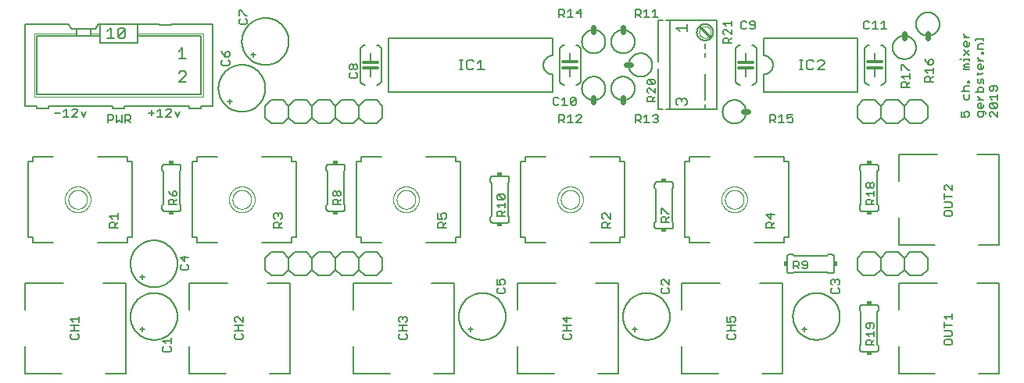
<source format=gbr>
G04 EAGLE Gerber RS-274X export*
G75*
%MOMM*%
%FSLAX34Y34*%
%LPD*%
%INSilkscreen Top*%
%IPPOS*%
%AMOC8*
5,1,8,0,0,1.08239X$1,22.5*%
G01*
%ADD10C,0.152400*%
%ADD11C,0.203200*%
%ADD12C,0.050800*%
%ADD13R,0.508000X0.381000*%
%ADD14R,0.381000X0.508000*%
%ADD15C,0.609600*%
%ADD16C,0.304800*%
%ADD17C,0.127000*%


D10*
X45212Y303534D02*
X50974Y303534D01*
X54567Y304974D02*
X57448Y307855D01*
X57448Y299212D01*
X54567Y299212D02*
X60329Y299212D01*
X63922Y299212D02*
X69685Y299212D01*
X69685Y304974D02*
X63922Y299212D01*
X69685Y304974D02*
X69685Y306415D01*
X68244Y307855D01*
X65363Y307855D01*
X63922Y306415D01*
X73278Y304974D02*
X76159Y299212D01*
X79040Y304974D01*
X146812Y303534D02*
X152574Y303534D01*
X149693Y306415D02*
X149693Y300653D01*
X156167Y304974D02*
X159048Y307855D01*
X159048Y299212D01*
X156167Y299212D02*
X161929Y299212D01*
X165522Y299212D02*
X171285Y299212D01*
X171285Y304974D02*
X165522Y299212D01*
X171285Y304974D02*
X171285Y306415D01*
X169844Y307855D01*
X166963Y307855D01*
X165522Y306415D01*
X174878Y304974D02*
X177759Y299212D01*
X180640Y304974D01*
X1026915Y304974D02*
X1026915Y299212D01*
X1031236Y299212D01*
X1029796Y302093D01*
X1029796Y303534D01*
X1031236Y304974D01*
X1034117Y304974D01*
X1035558Y303534D01*
X1035558Y300653D01*
X1034117Y299212D01*
X1029796Y319363D02*
X1029796Y323685D01*
X1029796Y319363D02*
X1031236Y317922D01*
X1034117Y317922D01*
X1035558Y319363D01*
X1035558Y323685D01*
X1035558Y327278D02*
X1026915Y327278D01*
X1029796Y328718D02*
X1031236Y327278D01*
X1029796Y328718D02*
X1029796Y331599D01*
X1031236Y333040D01*
X1035558Y333040D01*
X1035558Y336633D02*
X1034117Y336633D01*
X1034117Y338073D01*
X1035558Y338073D01*
X1035558Y336633D01*
X1035558Y350666D02*
X1029796Y350666D01*
X1029796Y352106D01*
X1031236Y353547D01*
X1035558Y353547D01*
X1031236Y353547D02*
X1029796Y354987D01*
X1031236Y356428D01*
X1035558Y356428D01*
X1029796Y360021D02*
X1029796Y361461D01*
X1035558Y361461D01*
X1035558Y360021D02*
X1035558Y362902D01*
X1026915Y361461D02*
X1025474Y361461D01*
X1029796Y366258D02*
X1035558Y372020D01*
X1035558Y366258D02*
X1029796Y372020D01*
X1035558Y377053D02*
X1035558Y379934D01*
X1035558Y377053D02*
X1034117Y375613D01*
X1031236Y375613D01*
X1029796Y377053D01*
X1029796Y379934D01*
X1031236Y381375D01*
X1032677Y381375D01*
X1032677Y375613D01*
X1035558Y384968D02*
X1029796Y384968D01*
X1032677Y384968D02*
X1029796Y387849D01*
X1029796Y389290D01*
X1053679Y303534D02*
X1053679Y302093D01*
X1053679Y303534D02*
X1052239Y304974D01*
X1045036Y304974D01*
X1045036Y300653D01*
X1046476Y299212D01*
X1049357Y299212D01*
X1050798Y300653D01*
X1050798Y304974D01*
X1050798Y310008D02*
X1050798Y312889D01*
X1050798Y310008D02*
X1049357Y308567D01*
X1046476Y308567D01*
X1045036Y310008D01*
X1045036Y312889D01*
X1046476Y314329D01*
X1047917Y314329D01*
X1047917Y308567D01*
X1050798Y317922D02*
X1045036Y317922D01*
X1047917Y317922D02*
X1045036Y320804D01*
X1045036Y322244D01*
X1042155Y325718D02*
X1050798Y325718D01*
X1050798Y330040D01*
X1049357Y331481D01*
X1046476Y331481D01*
X1045036Y330040D01*
X1045036Y325718D01*
X1050798Y335074D02*
X1050798Y339395D01*
X1049357Y340836D01*
X1047917Y339395D01*
X1047917Y336514D01*
X1046476Y335074D01*
X1045036Y336514D01*
X1045036Y340836D01*
X1043595Y345869D02*
X1049357Y345869D01*
X1050798Y347310D01*
X1045036Y347310D02*
X1045036Y344429D01*
X1050798Y352106D02*
X1050798Y354987D01*
X1050798Y352106D02*
X1049357Y350666D01*
X1046476Y350666D01*
X1045036Y352106D01*
X1045036Y354987D01*
X1046476Y356428D01*
X1047917Y356428D01*
X1047917Y350666D01*
X1050798Y360021D02*
X1045036Y360021D01*
X1047917Y360021D02*
X1045036Y362902D01*
X1045036Y364342D01*
X1049357Y367817D02*
X1050798Y367817D01*
X1049357Y367817D02*
X1049357Y369257D01*
X1050798Y369257D01*
X1050798Y367817D01*
X1050798Y372494D02*
X1045036Y372494D01*
X1045036Y376816D01*
X1046476Y378257D01*
X1050798Y378257D01*
X1042155Y381849D02*
X1042155Y383290D01*
X1050798Y383290D01*
X1050798Y381849D02*
X1050798Y384731D01*
X1066038Y304974D02*
X1066038Y299212D01*
X1060276Y304974D01*
X1058835Y304974D01*
X1057395Y303534D01*
X1057395Y300653D01*
X1058835Y299212D01*
X1058835Y308567D02*
X1064597Y308567D01*
X1058835Y308567D02*
X1057395Y310008D01*
X1057395Y312889D01*
X1058835Y314329D01*
X1064597Y314329D01*
X1066038Y312889D01*
X1066038Y310008D01*
X1064597Y308567D01*
X1058835Y314329D01*
X1060276Y317922D02*
X1057395Y320804D01*
X1066038Y320804D01*
X1066038Y323685D02*
X1066038Y317922D01*
X1064597Y327278D02*
X1066038Y328718D01*
X1066038Y331599D01*
X1064597Y333040D01*
X1058835Y333040D01*
X1057395Y331599D01*
X1057395Y328718D01*
X1058835Y327278D01*
X1060276Y327278D01*
X1061716Y328718D01*
X1061716Y333040D01*
X584200Y326390D02*
X406400Y326390D01*
X406400Y384810D02*
X584200Y384810D01*
X406400Y384810D02*
X406400Y326390D01*
X584200Y326390D02*
X584200Y345440D01*
X584200Y365760D02*
X584200Y384810D01*
X584200Y365760D02*
X583953Y365757D01*
X583705Y365748D01*
X583458Y365733D01*
X583212Y365712D01*
X582966Y365685D01*
X582721Y365652D01*
X582476Y365613D01*
X582233Y365568D01*
X581991Y365517D01*
X581750Y365460D01*
X581511Y365398D01*
X581273Y365329D01*
X581037Y365255D01*
X580803Y365175D01*
X580571Y365090D01*
X580341Y364998D01*
X580113Y364902D01*
X579888Y364799D01*
X579665Y364692D01*
X579445Y364578D01*
X579228Y364460D01*
X579013Y364336D01*
X578802Y364207D01*
X578594Y364073D01*
X578389Y363934D01*
X578188Y363790D01*
X577990Y363642D01*
X577796Y363488D01*
X577606Y363330D01*
X577420Y363167D01*
X577238Y363000D01*
X577060Y362828D01*
X576886Y362652D01*
X576716Y362472D01*
X576551Y362287D01*
X576391Y362099D01*
X576235Y361907D01*
X576083Y361711D01*
X575937Y361512D01*
X575795Y361309D01*
X575659Y361102D01*
X575527Y360893D01*
X575401Y360680D01*
X575280Y360464D01*
X575164Y360246D01*
X575054Y360024D01*
X574949Y359800D01*
X574849Y359574D01*
X574755Y359345D01*
X574667Y359114D01*
X574584Y358880D01*
X574507Y358645D01*
X574436Y358408D01*
X574370Y358170D01*
X574311Y357930D01*
X574257Y357688D01*
X574209Y357445D01*
X574167Y357202D01*
X574131Y356957D01*
X574101Y356711D01*
X574077Y356465D01*
X574059Y356218D01*
X574047Y355971D01*
X574041Y355724D01*
X574041Y355476D01*
X574047Y355229D01*
X574059Y354982D01*
X574077Y354735D01*
X574101Y354489D01*
X574131Y354243D01*
X574167Y353998D01*
X574209Y353755D01*
X574257Y353512D01*
X574311Y353270D01*
X574370Y353030D01*
X574436Y352792D01*
X574507Y352555D01*
X574584Y352320D01*
X574667Y352086D01*
X574755Y351855D01*
X574849Y351626D01*
X574949Y351400D01*
X575054Y351176D01*
X575164Y350954D01*
X575280Y350736D01*
X575401Y350520D01*
X575527Y350307D01*
X575659Y350098D01*
X575795Y349891D01*
X575937Y349688D01*
X576083Y349489D01*
X576235Y349293D01*
X576391Y349101D01*
X576551Y348913D01*
X576716Y348728D01*
X576886Y348548D01*
X577060Y348372D01*
X577238Y348200D01*
X577420Y348033D01*
X577606Y347870D01*
X577796Y347712D01*
X577990Y347558D01*
X578188Y347410D01*
X578389Y347266D01*
X578594Y347127D01*
X578802Y346993D01*
X579013Y346864D01*
X579228Y346740D01*
X579445Y346622D01*
X579665Y346508D01*
X579888Y346401D01*
X580113Y346298D01*
X580341Y346202D01*
X580571Y346110D01*
X580803Y346025D01*
X581037Y345945D01*
X581273Y345871D01*
X581511Y345802D01*
X581750Y345740D01*
X581991Y345683D01*
X582233Y345632D01*
X582476Y345587D01*
X582721Y345548D01*
X582966Y345515D01*
X583212Y345488D01*
X583458Y345467D01*
X583705Y345452D01*
X583953Y345443D01*
X584200Y345440D01*
D11*
X487175Y350266D02*
X483616Y350266D01*
X485396Y350266D02*
X485396Y360943D01*
X487175Y360943D02*
X483616Y360943D01*
X496751Y360943D02*
X498530Y359164D01*
X496751Y360943D02*
X493191Y360943D01*
X491412Y359164D01*
X491412Y352046D01*
X493191Y350266D01*
X496751Y350266D01*
X498530Y352046D01*
X503106Y357384D02*
X506665Y360943D01*
X506665Y350266D01*
X503106Y350266D02*
X510224Y350266D01*
D10*
X812800Y384810D02*
X914400Y384810D01*
X914400Y326390D02*
X812800Y326390D01*
X914400Y326390D02*
X914400Y384810D01*
X812800Y384810D02*
X812800Y365760D01*
X812800Y345440D02*
X812800Y326390D01*
X812800Y345440D02*
X813047Y345443D01*
X813295Y345452D01*
X813542Y345467D01*
X813788Y345488D01*
X814034Y345515D01*
X814279Y345548D01*
X814524Y345587D01*
X814767Y345632D01*
X815009Y345683D01*
X815250Y345740D01*
X815489Y345802D01*
X815727Y345871D01*
X815963Y345945D01*
X816197Y346025D01*
X816429Y346110D01*
X816659Y346202D01*
X816887Y346298D01*
X817112Y346401D01*
X817335Y346508D01*
X817555Y346622D01*
X817772Y346740D01*
X817987Y346864D01*
X818198Y346993D01*
X818406Y347127D01*
X818611Y347266D01*
X818812Y347410D01*
X819010Y347558D01*
X819204Y347712D01*
X819394Y347870D01*
X819580Y348033D01*
X819762Y348200D01*
X819940Y348372D01*
X820114Y348548D01*
X820284Y348728D01*
X820449Y348913D01*
X820609Y349101D01*
X820765Y349293D01*
X820917Y349489D01*
X821063Y349688D01*
X821205Y349891D01*
X821341Y350098D01*
X821473Y350307D01*
X821599Y350520D01*
X821720Y350736D01*
X821836Y350954D01*
X821946Y351176D01*
X822051Y351400D01*
X822151Y351626D01*
X822245Y351855D01*
X822333Y352086D01*
X822416Y352320D01*
X822493Y352555D01*
X822564Y352792D01*
X822630Y353030D01*
X822689Y353270D01*
X822743Y353512D01*
X822791Y353755D01*
X822833Y353998D01*
X822869Y354243D01*
X822899Y354489D01*
X822923Y354735D01*
X822941Y354982D01*
X822953Y355229D01*
X822959Y355476D01*
X822959Y355724D01*
X822953Y355971D01*
X822941Y356218D01*
X822923Y356465D01*
X822899Y356711D01*
X822869Y356957D01*
X822833Y357202D01*
X822791Y357445D01*
X822743Y357688D01*
X822689Y357930D01*
X822630Y358170D01*
X822564Y358408D01*
X822493Y358645D01*
X822416Y358880D01*
X822333Y359114D01*
X822245Y359345D01*
X822151Y359574D01*
X822051Y359800D01*
X821946Y360024D01*
X821836Y360246D01*
X821720Y360464D01*
X821599Y360680D01*
X821473Y360893D01*
X821341Y361102D01*
X821205Y361309D01*
X821063Y361512D01*
X820917Y361711D01*
X820765Y361907D01*
X820609Y362099D01*
X820449Y362287D01*
X820284Y362472D01*
X820114Y362652D01*
X819940Y362828D01*
X819762Y363000D01*
X819580Y363167D01*
X819394Y363330D01*
X819204Y363488D01*
X819010Y363642D01*
X818812Y363790D01*
X818611Y363934D01*
X818406Y364073D01*
X818198Y364207D01*
X817987Y364336D01*
X817772Y364460D01*
X817555Y364578D01*
X817335Y364692D01*
X817112Y364799D01*
X816887Y364902D01*
X816659Y364998D01*
X816429Y365090D01*
X816197Y365175D01*
X815963Y365255D01*
X815727Y365329D01*
X815489Y365398D01*
X815250Y365460D01*
X815009Y365517D01*
X814767Y365568D01*
X814524Y365613D01*
X814279Y365652D01*
X814034Y365685D01*
X813788Y365712D01*
X813542Y365733D01*
X813295Y365748D01*
X813047Y365757D01*
X812800Y365760D01*
D11*
X851916Y350266D02*
X855475Y350266D01*
X853696Y350266D02*
X853696Y360943D01*
X855475Y360943D02*
X851916Y360943D01*
X865051Y360943D02*
X866830Y359164D01*
X865051Y360943D02*
X861491Y360943D01*
X859712Y359164D01*
X859712Y352046D01*
X861491Y350266D01*
X865051Y350266D01*
X866830Y352046D01*
X871406Y350266D02*
X878524Y350266D01*
X871406Y350266D02*
X878524Y357384D01*
X878524Y359164D01*
X876745Y360943D01*
X873185Y360943D01*
X871406Y359164D01*
D12*
X55880Y209550D02*
X55884Y209893D01*
X55897Y210235D01*
X55918Y210578D01*
X55947Y210919D01*
X55985Y211260D01*
X56031Y211600D01*
X56086Y211938D01*
X56148Y212275D01*
X56219Y212611D01*
X56299Y212944D01*
X56386Y213276D01*
X56482Y213605D01*
X56585Y213932D01*
X56697Y214256D01*
X56816Y214578D01*
X56943Y214896D01*
X57078Y215211D01*
X57221Y215523D01*
X57372Y215831D01*
X57530Y216135D01*
X57695Y216436D01*
X57868Y216732D01*
X58047Y217024D01*
X58234Y217311D01*
X58428Y217594D01*
X58629Y217872D01*
X58837Y218145D01*
X59051Y218412D01*
X59272Y218675D01*
X59499Y218932D01*
X59732Y219183D01*
X59972Y219428D01*
X60217Y219668D01*
X60468Y219901D01*
X60725Y220128D01*
X60988Y220349D01*
X61255Y220563D01*
X61528Y220771D01*
X61806Y220972D01*
X62089Y221166D01*
X62376Y221353D01*
X62668Y221532D01*
X62964Y221705D01*
X63265Y221870D01*
X63569Y222028D01*
X63877Y222179D01*
X64189Y222322D01*
X64504Y222457D01*
X64822Y222584D01*
X65144Y222703D01*
X65468Y222815D01*
X65795Y222918D01*
X66124Y223014D01*
X66456Y223101D01*
X66789Y223181D01*
X67125Y223252D01*
X67462Y223314D01*
X67800Y223369D01*
X68140Y223415D01*
X68481Y223453D01*
X68822Y223482D01*
X69165Y223503D01*
X69507Y223516D01*
X69850Y223520D01*
X70193Y223516D01*
X70535Y223503D01*
X70878Y223482D01*
X71219Y223453D01*
X71560Y223415D01*
X71900Y223369D01*
X72238Y223314D01*
X72575Y223252D01*
X72911Y223181D01*
X73244Y223101D01*
X73576Y223014D01*
X73905Y222918D01*
X74232Y222815D01*
X74556Y222703D01*
X74878Y222584D01*
X75196Y222457D01*
X75511Y222322D01*
X75823Y222179D01*
X76131Y222028D01*
X76435Y221870D01*
X76736Y221705D01*
X77032Y221532D01*
X77324Y221353D01*
X77611Y221166D01*
X77894Y220972D01*
X78172Y220771D01*
X78445Y220563D01*
X78712Y220349D01*
X78975Y220128D01*
X79232Y219901D01*
X79483Y219668D01*
X79728Y219428D01*
X79968Y219183D01*
X80201Y218932D01*
X80428Y218675D01*
X80649Y218412D01*
X80863Y218145D01*
X81071Y217872D01*
X81272Y217594D01*
X81466Y217311D01*
X81653Y217024D01*
X81832Y216732D01*
X82005Y216436D01*
X82170Y216135D01*
X82328Y215831D01*
X82479Y215523D01*
X82622Y215211D01*
X82757Y214896D01*
X82884Y214578D01*
X83003Y214256D01*
X83115Y213932D01*
X83218Y213605D01*
X83314Y213276D01*
X83401Y212944D01*
X83481Y212611D01*
X83552Y212275D01*
X83614Y211938D01*
X83669Y211600D01*
X83715Y211260D01*
X83753Y210919D01*
X83782Y210578D01*
X83803Y210235D01*
X83816Y209893D01*
X83820Y209550D01*
X83816Y209207D01*
X83803Y208865D01*
X83782Y208522D01*
X83753Y208181D01*
X83715Y207840D01*
X83669Y207500D01*
X83614Y207162D01*
X83552Y206825D01*
X83481Y206489D01*
X83401Y206156D01*
X83314Y205824D01*
X83218Y205495D01*
X83115Y205168D01*
X83003Y204844D01*
X82884Y204522D01*
X82757Y204204D01*
X82622Y203889D01*
X82479Y203577D01*
X82328Y203269D01*
X82170Y202965D01*
X82005Y202664D01*
X81832Y202368D01*
X81653Y202076D01*
X81466Y201789D01*
X81272Y201506D01*
X81071Y201228D01*
X80863Y200955D01*
X80649Y200688D01*
X80428Y200425D01*
X80201Y200168D01*
X79968Y199917D01*
X79728Y199672D01*
X79483Y199432D01*
X79232Y199199D01*
X78975Y198972D01*
X78712Y198751D01*
X78445Y198537D01*
X78172Y198329D01*
X77894Y198128D01*
X77611Y197934D01*
X77324Y197747D01*
X77032Y197568D01*
X76736Y197395D01*
X76435Y197230D01*
X76131Y197072D01*
X75823Y196921D01*
X75511Y196778D01*
X75196Y196643D01*
X74878Y196516D01*
X74556Y196397D01*
X74232Y196285D01*
X73905Y196182D01*
X73576Y196086D01*
X73244Y195999D01*
X72911Y195919D01*
X72575Y195848D01*
X72238Y195786D01*
X71900Y195731D01*
X71560Y195685D01*
X71219Y195647D01*
X70878Y195618D01*
X70535Y195597D01*
X70193Y195584D01*
X69850Y195580D01*
X69507Y195584D01*
X69165Y195597D01*
X68822Y195618D01*
X68481Y195647D01*
X68140Y195685D01*
X67800Y195731D01*
X67462Y195786D01*
X67125Y195848D01*
X66789Y195919D01*
X66456Y195999D01*
X66124Y196086D01*
X65795Y196182D01*
X65468Y196285D01*
X65144Y196397D01*
X64822Y196516D01*
X64504Y196643D01*
X64189Y196778D01*
X63877Y196921D01*
X63569Y197072D01*
X63265Y197230D01*
X62964Y197395D01*
X62668Y197568D01*
X62376Y197747D01*
X62089Y197934D01*
X61806Y198128D01*
X61528Y198329D01*
X61255Y198537D01*
X60988Y198751D01*
X60725Y198972D01*
X60468Y199199D01*
X60217Y199432D01*
X59972Y199672D01*
X59732Y199917D01*
X59499Y200168D01*
X59272Y200425D01*
X59051Y200688D01*
X58837Y200955D01*
X58629Y201228D01*
X58428Y201506D01*
X58234Y201789D01*
X58047Y202076D01*
X57868Y202368D01*
X57695Y202664D01*
X57530Y202965D01*
X57372Y203269D01*
X57221Y203577D01*
X57078Y203889D01*
X56943Y204204D01*
X56816Y204522D01*
X56697Y204844D01*
X56585Y205168D01*
X56482Y205495D01*
X56386Y205824D01*
X56299Y206156D01*
X56219Y206489D01*
X56148Y206825D01*
X56086Y207162D01*
X56031Y207500D01*
X55985Y207840D01*
X55947Y208181D01*
X55918Y208522D01*
X55897Y208865D01*
X55884Y209207D01*
X55880Y209550D01*
X59690Y209550D02*
X59693Y209799D01*
X59702Y210049D01*
X59718Y210297D01*
X59739Y210546D01*
X59766Y210794D01*
X59800Y211041D01*
X59840Y211287D01*
X59885Y211532D01*
X59937Y211776D01*
X59994Y212019D01*
X60058Y212260D01*
X60127Y212499D01*
X60203Y212737D01*
X60284Y212973D01*
X60371Y213207D01*
X60463Y213438D01*
X60562Y213667D01*
X60665Y213894D01*
X60775Y214118D01*
X60890Y214339D01*
X61010Y214558D01*
X61135Y214773D01*
X61266Y214986D01*
X61402Y215195D01*
X61543Y215400D01*
X61689Y215602D01*
X61840Y215801D01*
X61996Y215995D01*
X62157Y216186D01*
X62322Y216373D01*
X62492Y216556D01*
X62666Y216734D01*
X62844Y216908D01*
X63027Y217078D01*
X63214Y217243D01*
X63405Y217404D01*
X63599Y217560D01*
X63798Y217711D01*
X64000Y217857D01*
X64205Y217998D01*
X64414Y218134D01*
X64627Y218265D01*
X64842Y218390D01*
X65061Y218510D01*
X65282Y218625D01*
X65506Y218735D01*
X65733Y218838D01*
X65962Y218937D01*
X66193Y219029D01*
X66427Y219116D01*
X66663Y219197D01*
X66901Y219273D01*
X67140Y219342D01*
X67381Y219406D01*
X67624Y219463D01*
X67868Y219515D01*
X68113Y219560D01*
X68359Y219600D01*
X68606Y219634D01*
X68854Y219661D01*
X69103Y219682D01*
X69351Y219698D01*
X69601Y219707D01*
X69850Y219710D01*
X70099Y219707D01*
X70349Y219698D01*
X70597Y219682D01*
X70846Y219661D01*
X71094Y219634D01*
X71341Y219600D01*
X71587Y219560D01*
X71832Y219515D01*
X72076Y219463D01*
X72319Y219406D01*
X72560Y219342D01*
X72799Y219273D01*
X73037Y219197D01*
X73273Y219116D01*
X73507Y219029D01*
X73738Y218937D01*
X73967Y218838D01*
X74194Y218735D01*
X74418Y218625D01*
X74639Y218510D01*
X74858Y218390D01*
X75073Y218265D01*
X75286Y218134D01*
X75495Y217998D01*
X75700Y217857D01*
X75902Y217711D01*
X76101Y217560D01*
X76295Y217404D01*
X76486Y217243D01*
X76673Y217078D01*
X76856Y216908D01*
X77034Y216734D01*
X77208Y216556D01*
X77378Y216373D01*
X77543Y216186D01*
X77704Y215995D01*
X77860Y215801D01*
X78011Y215602D01*
X78157Y215400D01*
X78298Y215195D01*
X78434Y214986D01*
X78565Y214773D01*
X78690Y214558D01*
X78810Y214339D01*
X78925Y214118D01*
X79035Y213894D01*
X79138Y213667D01*
X79237Y213438D01*
X79329Y213207D01*
X79416Y212973D01*
X79497Y212737D01*
X79573Y212499D01*
X79642Y212260D01*
X79706Y212019D01*
X79763Y211776D01*
X79815Y211532D01*
X79860Y211287D01*
X79900Y211041D01*
X79934Y210794D01*
X79961Y210546D01*
X79982Y210297D01*
X79998Y210049D01*
X80007Y209799D01*
X80010Y209550D01*
X80007Y209301D01*
X79998Y209051D01*
X79982Y208803D01*
X79961Y208554D01*
X79934Y208306D01*
X79900Y208059D01*
X79860Y207813D01*
X79815Y207568D01*
X79763Y207324D01*
X79706Y207081D01*
X79642Y206840D01*
X79573Y206601D01*
X79497Y206363D01*
X79416Y206127D01*
X79329Y205893D01*
X79237Y205662D01*
X79138Y205433D01*
X79035Y205206D01*
X78925Y204982D01*
X78810Y204761D01*
X78690Y204542D01*
X78565Y204327D01*
X78434Y204114D01*
X78298Y203905D01*
X78157Y203700D01*
X78011Y203498D01*
X77860Y203299D01*
X77704Y203105D01*
X77543Y202914D01*
X77378Y202727D01*
X77208Y202544D01*
X77034Y202366D01*
X76856Y202192D01*
X76673Y202022D01*
X76486Y201857D01*
X76295Y201696D01*
X76101Y201540D01*
X75902Y201389D01*
X75700Y201243D01*
X75495Y201102D01*
X75286Y200966D01*
X75073Y200835D01*
X74858Y200710D01*
X74639Y200590D01*
X74418Y200475D01*
X74194Y200365D01*
X73967Y200262D01*
X73738Y200163D01*
X73507Y200071D01*
X73273Y199984D01*
X73037Y199903D01*
X72799Y199827D01*
X72560Y199758D01*
X72319Y199694D01*
X72076Y199637D01*
X71832Y199585D01*
X71587Y199540D01*
X71341Y199500D01*
X71094Y199466D01*
X70846Y199439D01*
X70597Y199418D01*
X70349Y199402D01*
X70099Y199393D01*
X69850Y199390D01*
X69601Y199393D01*
X69351Y199402D01*
X69103Y199418D01*
X68854Y199439D01*
X68606Y199466D01*
X68359Y199500D01*
X68113Y199540D01*
X67868Y199585D01*
X67624Y199637D01*
X67381Y199694D01*
X67140Y199758D01*
X66901Y199827D01*
X66663Y199903D01*
X66427Y199984D01*
X66193Y200071D01*
X65962Y200163D01*
X65733Y200262D01*
X65506Y200365D01*
X65282Y200475D01*
X65061Y200590D01*
X64842Y200710D01*
X64627Y200835D01*
X64414Y200966D01*
X64205Y201102D01*
X64000Y201243D01*
X63798Y201389D01*
X63599Y201540D01*
X63405Y201696D01*
X63214Y201857D01*
X63027Y202022D01*
X62844Y202192D01*
X62666Y202366D01*
X62492Y202544D01*
X62322Y202727D01*
X62157Y202914D01*
X61996Y203105D01*
X61840Y203299D01*
X61689Y203498D01*
X61543Y203700D01*
X61402Y203905D01*
X61266Y204114D01*
X61135Y204327D01*
X61010Y204542D01*
X60890Y204761D01*
X60775Y204982D01*
X60665Y205206D01*
X60562Y205433D01*
X60463Y205662D01*
X60371Y205893D01*
X60284Y206127D01*
X60203Y206363D01*
X60127Y206601D01*
X60058Y206840D01*
X59994Y207081D01*
X59937Y207324D01*
X59885Y207568D01*
X59840Y207813D01*
X59800Y208059D01*
X59766Y208306D01*
X59739Y208554D01*
X59718Y208803D01*
X59702Y209051D01*
X59693Y209301D01*
X59690Y209550D01*
D11*
X15850Y168550D02*
X15850Y250550D01*
X128850Y250550D02*
X128850Y168550D01*
X21350Y168550D02*
X21350Y163050D01*
X21350Y168550D02*
X15850Y168550D01*
X123350Y168550D02*
X128850Y168550D01*
X123350Y168550D02*
X123350Y163050D01*
X123350Y250550D02*
X123350Y256050D01*
X123350Y250550D02*
X128850Y250550D01*
X21350Y250550D02*
X15850Y250550D01*
X21350Y250550D02*
X21350Y256050D01*
X21350Y163050D02*
X43350Y163050D01*
X91350Y163050D02*
X123350Y163050D01*
X43350Y256050D02*
X21350Y256050D01*
X91350Y256050D02*
X123350Y256050D01*
D10*
X113538Y178562D02*
X104386Y178562D01*
X104386Y183138D01*
X105912Y184663D01*
X108962Y184663D01*
X110487Y183138D01*
X110487Y178562D01*
X110487Y181613D02*
X113538Y184663D01*
X107437Y188385D02*
X104386Y191436D01*
X113538Y191436D01*
X113538Y194486D02*
X113538Y188385D01*
D12*
X589280Y209550D02*
X589284Y209893D01*
X589297Y210235D01*
X589318Y210578D01*
X589347Y210919D01*
X589385Y211260D01*
X589431Y211600D01*
X589486Y211938D01*
X589548Y212275D01*
X589619Y212611D01*
X589699Y212944D01*
X589786Y213276D01*
X589882Y213605D01*
X589985Y213932D01*
X590097Y214256D01*
X590216Y214578D01*
X590343Y214896D01*
X590478Y215211D01*
X590621Y215523D01*
X590772Y215831D01*
X590930Y216135D01*
X591095Y216436D01*
X591268Y216732D01*
X591447Y217024D01*
X591634Y217311D01*
X591828Y217594D01*
X592029Y217872D01*
X592237Y218145D01*
X592451Y218412D01*
X592672Y218675D01*
X592899Y218932D01*
X593132Y219183D01*
X593372Y219428D01*
X593617Y219668D01*
X593868Y219901D01*
X594125Y220128D01*
X594388Y220349D01*
X594655Y220563D01*
X594928Y220771D01*
X595206Y220972D01*
X595489Y221166D01*
X595776Y221353D01*
X596068Y221532D01*
X596364Y221705D01*
X596665Y221870D01*
X596969Y222028D01*
X597277Y222179D01*
X597589Y222322D01*
X597904Y222457D01*
X598222Y222584D01*
X598544Y222703D01*
X598868Y222815D01*
X599195Y222918D01*
X599524Y223014D01*
X599856Y223101D01*
X600189Y223181D01*
X600525Y223252D01*
X600862Y223314D01*
X601200Y223369D01*
X601540Y223415D01*
X601881Y223453D01*
X602222Y223482D01*
X602565Y223503D01*
X602907Y223516D01*
X603250Y223520D01*
X603593Y223516D01*
X603935Y223503D01*
X604278Y223482D01*
X604619Y223453D01*
X604960Y223415D01*
X605300Y223369D01*
X605638Y223314D01*
X605975Y223252D01*
X606311Y223181D01*
X606644Y223101D01*
X606976Y223014D01*
X607305Y222918D01*
X607632Y222815D01*
X607956Y222703D01*
X608278Y222584D01*
X608596Y222457D01*
X608911Y222322D01*
X609223Y222179D01*
X609531Y222028D01*
X609835Y221870D01*
X610136Y221705D01*
X610432Y221532D01*
X610724Y221353D01*
X611011Y221166D01*
X611294Y220972D01*
X611572Y220771D01*
X611845Y220563D01*
X612112Y220349D01*
X612375Y220128D01*
X612632Y219901D01*
X612883Y219668D01*
X613128Y219428D01*
X613368Y219183D01*
X613601Y218932D01*
X613828Y218675D01*
X614049Y218412D01*
X614263Y218145D01*
X614471Y217872D01*
X614672Y217594D01*
X614866Y217311D01*
X615053Y217024D01*
X615232Y216732D01*
X615405Y216436D01*
X615570Y216135D01*
X615728Y215831D01*
X615879Y215523D01*
X616022Y215211D01*
X616157Y214896D01*
X616284Y214578D01*
X616403Y214256D01*
X616515Y213932D01*
X616618Y213605D01*
X616714Y213276D01*
X616801Y212944D01*
X616881Y212611D01*
X616952Y212275D01*
X617014Y211938D01*
X617069Y211600D01*
X617115Y211260D01*
X617153Y210919D01*
X617182Y210578D01*
X617203Y210235D01*
X617216Y209893D01*
X617220Y209550D01*
X617216Y209207D01*
X617203Y208865D01*
X617182Y208522D01*
X617153Y208181D01*
X617115Y207840D01*
X617069Y207500D01*
X617014Y207162D01*
X616952Y206825D01*
X616881Y206489D01*
X616801Y206156D01*
X616714Y205824D01*
X616618Y205495D01*
X616515Y205168D01*
X616403Y204844D01*
X616284Y204522D01*
X616157Y204204D01*
X616022Y203889D01*
X615879Y203577D01*
X615728Y203269D01*
X615570Y202965D01*
X615405Y202664D01*
X615232Y202368D01*
X615053Y202076D01*
X614866Y201789D01*
X614672Y201506D01*
X614471Y201228D01*
X614263Y200955D01*
X614049Y200688D01*
X613828Y200425D01*
X613601Y200168D01*
X613368Y199917D01*
X613128Y199672D01*
X612883Y199432D01*
X612632Y199199D01*
X612375Y198972D01*
X612112Y198751D01*
X611845Y198537D01*
X611572Y198329D01*
X611294Y198128D01*
X611011Y197934D01*
X610724Y197747D01*
X610432Y197568D01*
X610136Y197395D01*
X609835Y197230D01*
X609531Y197072D01*
X609223Y196921D01*
X608911Y196778D01*
X608596Y196643D01*
X608278Y196516D01*
X607956Y196397D01*
X607632Y196285D01*
X607305Y196182D01*
X606976Y196086D01*
X606644Y195999D01*
X606311Y195919D01*
X605975Y195848D01*
X605638Y195786D01*
X605300Y195731D01*
X604960Y195685D01*
X604619Y195647D01*
X604278Y195618D01*
X603935Y195597D01*
X603593Y195584D01*
X603250Y195580D01*
X602907Y195584D01*
X602565Y195597D01*
X602222Y195618D01*
X601881Y195647D01*
X601540Y195685D01*
X601200Y195731D01*
X600862Y195786D01*
X600525Y195848D01*
X600189Y195919D01*
X599856Y195999D01*
X599524Y196086D01*
X599195Y196182D01*
X598868Y196285D01*
X598544Y196397D01*
X598222Y196516D01*
X597904Y196643D01*
X597589Y196778D01*
X597277Y196921D01*
X596969Y197072D01*
X596665Y197230D01*
X596364Y197395D01*
X596068Y197568D01*
X595776Y197747D01*
X595489Y197934D01*
X595206Y198128D01*
X594928Y198329D01*
X594655Y198537D01*
X594388Y198751D01*
X594125Y198972D01*
X593868Y199199D01*
X593617Y199432D01*
X593372Y199672D01*
X593132Y199917D01*
X592899Y200168D01*
X592672Y200425D01*
X592451Y200688D01*
X592237Y200955D01*
X592029Y201228D01*
X591828Y201506D01*
X591634Y201789D01*
X591447Y202076D01*
X591268Y202368D01*
X591095Y202664D01*
X590930Y202965D01*
X590772Y203269D01*
X590621Y203577D01*
X590478Y203889D01*
X590343Y204204D01*
X590216Y204522D01*
X590097Y204844D01*
X589985Y205168D01*
X589882Y205495D01*
X589786Y205824D01*
X589699Y206156D01*
X589619Y206489D01*
X589548Y206825D01*
X589486Y207162D01*
X589431Y207500D01*
X589385Y207840D01*
X589347Y208181D01*
X589318Y208522D01*
X589297Y208865D01*
X589284Y209207D01*
X589280Y209550D01*
X593090Y209550D02*
X593093Y209799D01*
X593102Y210049D01*
X593118Y210297D01*
X593139Y210546D01*
X593166Y210794D01*
X593200Y211041D01*
X593240Y211287D01*
X593285Y211532D01*
X593337Y211776D01*
X593394Y212019D01*
X593458Y212260D01*
X593527Y212499D01*
X593603Y212737D01*
X593684Y212973D01*
X593771Y213207D01*
X593863Y213438D01*
X593962Y213667D01*
X594065Y213894D01*
X594175Y214118D01*
X594290Y214339D01*
X594410Y214558D01*
X594535Y214773D01*
X594666Y214986D01*
X594802Y215195D01*
X594943Y215400D01*
X595089Y215602D01*
X595240Y215801D01*
X595396Y215995D01*
X595557Y216186D01*
X595722Y216373D01*
X595892Y216556D01*
X596066Y216734D01*
X596244Y216908D01*
X596427Y217078D01*
X596614Y217243D01*
X596805Y217404D01*
X596999Y217560D01*
X597198Y217711D01*
X597400Y217857D01*
X597605Y217998D01*
X597814Y218134D01*
X598027Y218265D01*
X598242Y218390D01*
X598461Y218510D01*
X598682Y218625D01*
X598906Y218735D01*
X599133Y218838D01*
X599362Y218937D01*
X599593Y219029D01*
X599827Y219116D01*
X600063Y219197D01*
X600301Y219273D01*
X600540Y219342D01*
X600781Y219406D01*
X601024Y219463D01*
X601268Y219515D01*
X601513Y219560D01*
X601759Y219600D01*
X602006Y219634D01*
X602254Y219661D01*
X602503Y219682D01*
X602751Y219698D01*
X603001Y219707D01*
X603250Y219710D01*
X603499Y219707D01*
X603749Y219698D01*
X603997Y219682D01*
X604246Y219661D01*
X604494Y219634D01*
X604741Y219600D01*
X604987Y219560D01*
X605232Y219515D01*
X605476Y219463D01*
X605719Y219406D01*
X605960Y219342D01*
X606199Y219273D01*
X606437Y219197D01*
X606673Y219116D01*
X606907Y219029D01*
X607138Y218937D01*
X607367Y218838D01*
X607594Y218735D01*
X607818Y218625D01*
X608039Y218510D01*
X608258Y218390D01*
X608473Y218265D01*
X608686Y218134D01*
X608895Y217998D01*
X609100Y217857D01*
X609302Y217711D01*
X609501Y217560D01*
X609695Y217404D01*
X609886Y217243D01*
X610073Y217078D01*
X610256Y216908D01*
X610434Y216734D01*
X610608Y216556D01*
X610778Y216373D01*
X610943Y216186D01*
X611104Y215995D01*
X611260Y215801D01*
X611411Y215602D01*
X611557Y215400D01*
X611698Y215195D01*
X611834Y214986D01*
X611965Y214773D01*
X612090Y214558D01*
X612210Y214339D01*
X612325Y214118D01*
X612435Y213894D01*
X612538Y213667D01*
X612637Y213438D01*
X612729Y213207D01*
X612816Y212973D01*
X612897Y212737D01*
X612973Y212499D01*
X613042Y212260D01*
X613106Y212019D01*
X613163Y211776D01*
X613215Y211532D01*
X613260Y211287D01*
X613300Y211041D01*
X613334Y210794D01*
X613361Y210546D01*
X613382Y210297D01*
X613398Y210049D01*
X613407Y209799D01*
X613410Y209550D01*
X613407Y209301D01*
X613398Y209051D01*
X613382Y208803D01*
X613361Y208554D01*
X613334Y208306D01*
X613300Y208059D01*
X613260Y207813D01*
X613215Y207568D01*
X613163Y207324D01*
X613106Y207081D01*
X613042Y206840D01*
X612973Y206601D01*
X612897Y206363D01*
X612816Y206127D01*
X612729Y205893D01*
X612637Y205662D01*
X612538Y205433D01*
X612435Y205206D01*
X612325Y204982D01*
X612210Y204761D01*
X612090Y204542D01*
X611965Y204327D01*
X611834Y204114D01*
X611698Y203905D01*
X611557Y203700D01*
X611411Y203498D01*
X611260Y203299D01*
X611104Y203105D01*
X610943Y202914D01*
X610778Y202727D01*
X610608Y202544D01*
X610434Y202366D01*
X610256Y202192D01*
X610073Y202022D01*
X609886Y201857D01*
X609695Y201696D01*
X609501Y201540D01*
X609302Y201389D01*
X609100Y201243D01*
X608895Y201102D01*
X608686Y200966D01*
X608473Y200835D01*
X608258Y200710D01*
X608039Y200590D01*
X607818Y200475D01*
X607594Y200365D01*
X607367Y200262D01*
X607138Y200163D01*
X606907Y200071D01*
X606673Y199984D01*
X606437Y199903D01*
X606199Y199827D01*
X605960Y199758D01*
X605719Y199694D01*
X605476Y199637D01*
X605232Y199585D01*
X604987Y199540D01*
X604741Y199500D01*
X604494Y199466D01*
X604246Y199439D01*
X603997Y199418D01*
X603749Y199402D01*
X603499Y199393D01*
X603250Y199390D01*
X603001Y199393D01*
X602751Y199402D01*
X602503Y199418D01*
X602254Y199439D01*
X602006Y199466D01*
X601759Y199500D01*
X601513Y199540D01*
X601268Y199585D01*
X601024Y199637D01*
X600781Y199694D01*
X600540Y199758D01*
X600301Y199827D01*
X600063Y199903D01*
X599827Y199984D01*
X599593Y200071D01*
X599362Y200163D01*
X599133Y200262D01*
X598906Y200365D01*
X598682Y200475D01*
X598461Y200590D01*
X598242Y200710D01*
X598027Y200835D01*
X597814Y200966D01*
X597605Y201102D01*
X597400Y201243D01*
X597198Y201389D01*
X596999Y201540D01*
X596805Y201696D01*
X596614Y201857D01*
X596427Y202022D01*
X596244Y202192D01*
X596066Y202366D01*
X595892Y202544D01*
X595722Y202727D01*
X595557Y202914D01*
X595396Y203105D01*
X595240Y203299D01*
X595089Y203498D01*
X594943Y203700D01*
X594802Y203905D01*
X594666Y204114D01*
X594535Y204327D01*
X594410Y204542D01*
X594290Y204761D01*
X594175Y204982D01*
X594065Y205206D01*
X593962Y205433D01*
X593863Y205662D01*
X593771Y205893D01*
X593684Y206127D01*
X593603Y206363D01*
X593527Y206601D01*
X593458Y206840D01*
X593394Y207081D01*
X593337Y207324D01*
X593285Y207568D01*
X593240Y207813D01*
X593200Y208059D01*
X593166Y208306D01*
X593139Y208554D01*
X593118Y208803D01*
X593102Y209051D01*
X593093Y209301D01*
X593090Y209550D01*
D11*
X549250Y168550D02*
X549250Y250550D01*
X662250Y250550D02*
X662250Y168550D01*
X554750Y168550D02*
X554750Y163050D01*
X554750Y168550D02*
X549250Y168550D01*
X656750Y168550D02*
X662250Y168550D01*
X656750Y168550D02*
X656750Y163050D01*
X656750Y250550D02*
X656750Y256050D01*
X656750Y250550D02*
X662250Y250550D01*
X554750Y250550D02*
X549250Y250550D01*
X554750Y250550D02*
X554750Y256050D01*
X554750Y163050D02*
X576750Y163050D01*
X624750Y163050D02*
X656750Y163050D01*
X576750Y256050D02*
X554750Y256050D01*
X624750Y256050D02*
X656750Y256050D01*
D10*
X646938Y178562D02*
X637786Y178562D01*
X637786Y183138D01*
X639312Y184663D01*
X642362Y184663D01*
X643887Y183138D01*
X643887Y178562D01*
X643887Y181613D02*
X646938Y184663D01*
X646938Y188385D02*
X646938Y194486D01*
X646938Y188385D02*
X640837Y194486D01*
X639312Y194486D01*
X637786Y192961D01*
X637786Y189910D01*
X639312Y188385D01*
D12*
X233680Y209550D02*
X233684Y209893D01*
X233697Y210235D01*
X233718Y210578D01*
X233747Y210919D01*
X233785Y211260D01*
X233831Y211600D01*
X233886Y211938D01*
X233948Y212275D01*
X234019Y212611D01*
X234099Y212944D01*
X234186Y213276D01*
X234282Y213605D01*
X234385Y213932D01*
X234497Y214256D01*
X234616Y214578D01*
X234743Y214896D01*
X234878Y215211D01*
X235021Y215523D01*
X235172Y215831D01*
X235330Y216135D01*
X235495Y216436D01*
X235668Y216732D01*
X235847Y217024D01*
X236034Y217311D01*
X236228Y217594D01*
X236429Y217872D01*
X236637Y218145D01*
X236851Y218412D01*
X237072Y218675D01*
X237299Y218932D01*
X237532Y219183D01*
X237772Y219428D01*
X238017Y219668D01*
X238268Y219901D01*
X238525Y220128D01*
X238788Y220349D01*
X239055Y220563D01*
X239328Y220771D01*
X239606Y220972D01*
X239889Y221166D01*
X240176Y221353D01*
X240468Y221532D01*
X240764Y221705D01*
X241065Y221870D01*
X241369Y222028D01*
X241677Y222179D01*
X241989Y222322D01*
X242304Y222457D01*
X242622Y222584D01*
X242944Y222703D01*
X243268Y222815D01*
X243595Y222918D01*
X243924Y223014D01*
X244256Y223101D01*
X244589Y223181D01*
X244925Y223252D01*
X245262Y223314D01*
X245600Y223369D01*
X245940Y223415D01*
X246281Y223453D01*
X246622Y223482D01*
X246965Y223503D01*
X247307Y223516D01*
X247650Y223520D01*
X247993Y223516D01*
X248335Y223503D01*
X248678Y223482D01*
X249019Y223453D01*
X249360Y223415D01*
X249700Y223369D01*
X250038Y223314D01*
X250375Y223252D01*
X250711Y223181D01*
X251044Y223101D01*
X251376Y223014D01*
X251705Y222918D01*
X252032Y222815D01*
X252356Y222703D01*
X252678Y222584D01*
X252996Y222457D01*
X253311Y222322D01*
X253623Y222179D01*
X253931Y222028D01*
X254235Y221870D01*
X254536Y221705D01*
X254832Y221532D01*
X255124Y221353D01*
X255411Y221166D01*
X255694Y220972D01*
X255972Y220771D01*
X256245Y220563D01*
X256512Y220349D01*
X256775Y220128D01*
X257032Y219901D01*
X257283Y219668D01*
X257528Y219428D01*
X257768Y219183D01*
X258001Y218932D01*
X258228Y218675D01*
X258449Y218412D01*
X258663Y218145D01*
X258871Y217872D01*
X259072Y217594D01*
X259266Y217311D01*
X259453Y217024D01*
X259632Y216732D01*
X259805Y216436D01*
X259970Y216135D01*
X260128Y215831D01*
X260279Y215523D01*
X260422Y215211D01*
X260557Y214896D01*
X260684Y214578D01*
X260803Y214256D01*
X260915Y213932D01*
X261018Y213605D01*
X261114Y213276D01*
X261201Y212944D01*
X261281Y212611D01*
X261352Y212275D01*
X261414Y211938D01*
X261469Y211600D01*
X261515Y211260D01*
X261553Y210919D01*
X261582Y210578D01*
X261603Y210235D01*
X261616Y209893D01*
X261620Y209550D01*
X261616Y209207D01*
X261603Y208865D01*
X261582Y208522D01*
X261553Y208181D01*
X261515Y207840D01*
X261469Y207500D01*
X261414Y207162D01*
X261352Y206825D01*
X261281Y206489D01*
X261201Y206156D01*
X261114Y205824D01*
X261018Y205495D01*
X260915Y205168D01*
X260803Y204844D01*
X260684Y204522D01*
X260557Y204204D01*
X260422Y203889D01*
X260279Y203577D01*
X260128Y203269D01*
X259970Y202965D01*
X259805Y202664D01*
X259632Y202368D01*
X259453Y202076D01*
X259266Y201789D01*
X259072Y201506D01*
X258871Y201228D01*
X258663Y200955D01*
X258449Y200688D01*
X258228Y200425D01*
X258001Y200168D01*
X257768Y199917D01*
X257528Y199672D01*
X257283Y199432D01*
X257032Y199199D01*
X256775Y198972D01*
X256512Y198751D01*
X256245Y198537D01*
X255972Y198329D01*
X255694Y198128D01*
X255411Y197934D01*
X255124Y197747D01*
X254832Y197568D01*
X254536Y197395D01*
X254235Y197230D01*
X253931Y197072D01*
X253623Y196921D01*
X253311Y196778D01*
X252996Y196643D01*
X252678Y196516D01*
X252356Y196397D01*
X252032Y196285D01*
X251705Y196182D01*
X251376Y196086D01*
X251044Y195999D01*
X250711Y195919D01*
X250375Y195848D01*
X250038Y195786D01*
X249700Y195731D01*
X249360Y195685D01*
X249019Y195647D01*
X248678Y195618D01*
X248335Y195597D01*
X247993Y195584D01*
X247650Y195580D01*
X247307Y195584D01*
X246965Y195597D01*
X246622Y195618D01*
X246281Y195647D01*
X245940Y195685D01*
X245600Y195731D01*
X245262Y195786D01*
X244925Y195848D01*
X244589Y195919D01*
X244256Y195999D01*
X243924Y196086D01*
X243595Y196182D01*
X243268Y196285D01*
X242944Y196397D01*
X242622Y196516D01*
X242304Y196643D01*
X241989Y196778D01*
X241677Y196921D01*
X241369Y197072D01*
X241065Y197230D01*
X240764Y197395D01*
X240468Y197568D01*
X240176Y197747D01*
X239889Y197934D01*
X239606Y198128D01*
X239328Y198329D01*
X239055Y198537D01*
X238788Y198751D01*
X238525Y198972D01*
X238268Y199199D01*
X238017Y199432D01*
X237772Y199672D01*
X237532Y199917D01*
X237299Y200168D01*
X237072Y200425D01*
X236851Y200688D01*
X236637Y200955D01*
X236429Y201228D01*
X236228Y201506D01*
X236034Y201789D01*
X235847Y202076D01*
X235668Y202368D01*
X235495Y202664D01*
X235330Y202965D01*
X235172Y203269D01*
X235021Y203577D01*
X234878Y203889D01*
X234743Y204204D01*
X234616Y204522D01*
X234497Y204844D01*
X234385Y205168D01*
X234282Y205495D01*
X234186Y205824D01*
X234099Y206156D01*
X234019Y206489D01*
X233948Y206825D01*
X233886Y207162D01*
X233831Y207500D01*
X233785Y207840D01*
X233747Y208181D01*
X233718Y208522D01*
X233697Y208865D01*
X233684Y209207D01*
X233680Y209550D01*
X237490Y209550D02*
X237493Y209799D01*
X237502Y210049D01*
X237518Y210297D01*
X237539Y210546D01*
X237566Y210794D01*
X237600Y211041D01*
X237640Y211287D01*
X237685Y211532D01*
X237737Y211776D01*
X237794Y212019D01*
X237858Y212260D01*
X237927Y212499D01*
X238003Y212737D01*
X238084Y212973D01*
X238171Y213207D01*
X238263Y213438D01*
X238362Y213667D01*
X238465Y213894D01*
X238575Y214118D01*
X238690Y214339D01*
X238810Y214558D01*
X238935Y214773D01*
X239066Y214986D01*
X239202Y215195D01*
X239343Y215400D01*
X239489Y215602D01*
X239640Y215801D01*
X239796Y215995D01*
X239957Y216186D01*
X240122Y216373D01*
X240292Y216556D01*
X240466Y216734D01*
X240644Y216908D01*
X240827Y217078D01*
X241014Y217243D01*
X241205Y217404D01*
X241399Y217560D01*
X241598Y217711D01*
X241800Y217857D01*
X242005Y217998D01*
X242214Y218134D01*
X242427Y218265D01*
X242642Y218390D01*
X242861Y218510D01*
X243082Y218625D01*
X243306Y218735D01*
X243533Y218838D01*
X243762Y218937D01*
X243993Y219029D01*
X244227Y219116D01*
X244463Y219197D01*
X244701Y219273D01*
X244940Y219342D01*
X245181Y219406D01*
X245424Y219463D01*
X245668Y219515D01*
X245913Y219560D01*
X246159Y219600D01*
X246406Y219634D01*
X246654Y219661D01*
X246903Y219682D01*
X247151Y219698D01*
X247401Y219707D01*
X247650Y219710D01*
X247899Y219707D01*
X248149Y219698D01*
X248397Y219682D01*
X248646Y219661D01*
X248894Y219634D01*
X249141Y219600D01*
X249387Y219560D01*
X249632Y219515D01*
X249876Y219463D01*
X250119Y219406D01*
X250360Y219342D01*
X250599Y219273D01*
X250837Y219197D01*
X251073Y219116D01*
X251307Y219029D01*
X251538Y218937D01*
X251767Y218838D01*
X251994Y218735D01*
X252218Y218625D01*
X252439Y218510D01*
X252658Y218390D01*
X252873Y218265D01*
X253086Y218134D01*
X253295Y217998D01*
X253500Y217857D01*
X253702Y217711D01*
X253901Y217560D01*
X254095Y217404D01*
X254286Y217243D01*
X254473Y217078D01*
X254656Y216908D01*
X254834Y216734D01*
X255008Y216556D01*
X255178Y216373D01*
X255343Y216186D01*
X255504Y215995D01*
X255660Y215801D01*
X255811Y215602D01*
X255957Y215400D01*
X256098Y215195D01*
X256234Y214986D01*
X256365Y214773D01*
X256490Y214558D01*
X256610Y214339D01*
X256725Y214118D01*
X256835Y213894D01*
X256938Y213667D01*
X257037Y213438D01*
X257129Y213207D01*
X257216Y212973D01*
X257297Y212737D01*
X257373Y212499D01*
X257442Y212260D01*
X257506Y212019D01*
X257563Y211776D01*
X257615Y211532D01*
X257660Y211287D01*
X257700Y211041D01*
X257734Y210794D01*
X257761Y210546D01*
X257782Y210297D01*
X257798Y210049D01*
X257807Y209799D01*
X257810Y209550D01*
X257807Y209301D01*
X257798Y209051D01*
X257782Y208803D01*
X257761Y208554D01*
X257734Y208306D01*
X257700Y208059D01*
X257660Y207813D01*
X257615Y207568D01*
X257563Y207324D01*
X257506Y207081D01*
X257442Y206840D01*
X257373Y206601D01*
X257297Y206363D01*
X257216Y206127D01*
X257129Y205893D01*
X257037Y205662D01*
X256938Y205433D01*
X256835Y205206D01*
X256725Y204982D01*
X256610Y204761D01*
X256490Y204542D01*
X256365Y204327D01*
X256234Y204114D01*
X256098Y203905D01*
X255957Y203700D01*
X255811Y203498D01*
X255660Y203299D01*
X255504Y203105D01*
X255343Y202914D01*
X255178Y202727D01*
X255008Y202544D01*
X254834Y202366D01*
X254656Y202192D01*
X254473Y202022D01*
X254286Y201857D01*
X254095Y201696D01*
X253901Y201540D01*
X253702Y201389D01*
X253500Y201243D01*
X253295Y201102D01*
X253086Y200966D01*
X252873Y200835D01*
X252658Y200710D01*
X252439Y200590D01*
X252218Y200475D01*
X251994Y200365D01*
X251767Y200262D01*
X251538Y200163D01*
X251307Y200071D01*
X251073Y199984D01*
X250837Y199903D01*
X250599Y199827D01*
X250360Y199758D01*
X250119Y199694D01*
X249876Y199637D01*
X249632Y199585D01*
X249387Y199540D01*
X249141Y199500D01*
X248894Y199466D01*
X248646Y199439D01*
X248397Y199418D01*
X248149Y199402D01*
X247899Y199393D01*
X247650Y199390D01*
X247401Y199393D01*
X247151Y199402D01*
X246903Y199418D01*
X246654Y199439D01*
X246406Y199466D01*
X246159Y199500D01*
X245913Y199540D01*
X245668Y199585D01*
X245424Y199637D01*
X245181Y199694D01*
X244940Y199758D01*
X244701Y199827D01*
X244463Y199903D01*
X244227Y199984D01*
X243993Y200071D01*
X243762Y200163D01*
X243533Y200262D01*
X243306Y200365D01*
X243082Y200475D01*
X242861Y200590D01*
X242642Y200710D01*
X242427Y200835D01*
X242214Y200966D01*
X242005Y201102D01*
X241800Y201243D01*
X241598Y201389D01*
X241399Y201540D01*
X241205Y201696D01*
X241014Y201857D01*
X240827Y202022D01*
X240644Y202192D01*
X240466Y202366D01*
X240292Y202544D01*
X240122Y202727D01*
X239957Y202914D01*
X239796Y203105D01*
X239640Y203299D01*
X239489Y203498D01*
X239343Y203700D01*
X239202Y203905D01*
X239066Y204114D01*
X238935Y204327D01*
X238810Y204542D01*
X238690Y204761D01*
X238575Y204982D01*
X238465Y205206D01*
X238362Y205433D01*
X238263Y205662D01*
X238171Y205893D01*
X238084Y206127D01*
X238003Y206363D01*
X237927Y206601D01*
X237858Y206840D01*
X237794Y207081D01*
X237737Y207324D01*
X237685Y207568D01*
X237640Y207813D01*
X237600Y208059D01*
X237566Y208306D01*
X237539Y208554D01*
X237518Y208803D01*
X237502Y209051D01*
X237493Y209301D01*
X237490Y209550D01*
D11*
X193650Y168550D02*
X193650Y250550D01*
X306650Y250550D02*
X306650Y168550D01*
X199150Y168550D02*
X199150Y163050D01*
X199150Y168550D02*
X193650Y168550D01*
X301150Y168550D02*
X306650Y168550D01*
X301150Y168550D02*
X301150Y163050D01*
X301150Y250550D02*
X301150Y256050D01*
X301150Y250550D02*
X306650Y250550D01*
X199150Y250550D02*
X193650Y250550D01*
X199150Y250550D02*
X199150Y256050D01*
X199150Y163050D02*
X221150Y163050D01*
X269150Y163050D02*
X301150Y163050D01*
X221150Y256050D02*
X199150Y256050D01*
X269150Y256050D02*
X301150Y256050D01*
D10*
X291338Y178562D02*
X282186Y178562D01*
X282186Y183138D01*
X283712Y184663D01*
X286762Y184663D01*
X288287Y183138D01*
X288287Y178562D01*
X288287Y181613D02*
X291338Y184663D01*
X283712Y188385D02*
X282186Y189910D01*
X282186Y192961D01*
X283712Y194486D01*
X285237Y194486D01*
X286762Y192961D01*
X286762Y191436D01*
X286762Y192961D02*
X288287Y194486D01*
X289813Y194486D01*
X291338Y192961D01*
X291338Y189910D01*
X289813Y188385D01*
D12*
X767080Y209550D02*
X767084Y209893D01*
X767097Y210235D01*
X767118Y210578D01*
X767147Y210919D01*
X767185Y211260D01*
X767231Y211600D01*
X767286Y211938D01*
X767348Y212275D01*
X767419Y212611D01*
X767499Y212944D01*
X767586Y213276D01*
X767682Y213605D01*
X767785Y213932D01*
X767897Y214256D01*
X768016Y214578D01*
X768143Y214896D01*
X768278Y215211D01*
X768421Y215523D01*
X768572Y215831D01*
X768730Y216135D01*
X768895Y216436D01*
X769068Y216732D01*
X769247Y217024D01*
X769434Y217311D01*
X769628Y217594D01*
X769829Y217872D01*
X770037Y218145D01*
X770251Y218412D01*
X770472Y218675D01*
X770699Y218932D01*
X770932Y219183D01*
X771172Y219428D01*
X771417Y219668D01*
X771668Y219901D01*
X771925Y220128D01*
X772188Y220349D01*
X772455Y220563D01*
X772728Y220771D01*
X773006Y220972D01*
X773289Y221166D01*
X773576Y221353D01*
X773868Y221532D01*
X774164Y221705D01*
X774465Y221870D01*
X774769Y222028D01*
X775077Y222179D01*
X775389Y222322D01*
X775704Y222457D01*
X776022Y222584D01*
X776344Y222703D01*
X776668Y222815D01*
X776995Y222918D01*
X777324Y223014D01*
X777656Y223101D01*
X777989Y223181D01*
X778325Y223252D01*
X778662Y223314D01*
X779000Y223369D01*
X779340Y223415D01*
X779681Y223453D01*
X780022Y223482D01*
X780365Y223503D01*
X780707Y223516D01*
X781050Y223520D01*
X781393Y223516D01*
X781735Y223503D01*
X782078Y223482D01*
X782419Y223453D01*
X782760Y223415D01*
X783100Y223369D01*
X783438Y223314D01*
X783775Y223252D01*
X784111Y223181D01*
X784444Y223101D01*
X784776Y223014D01*
X785105Y222918D01*
X785432Y222815D01*
X785756Y222703D01*
X786078Y222584D01*
X786396Y222457D01*
X786711Y222322D01*
X787023Y222179D01*
X787331Y222028D01*
X787635Y221870D01*
X787936Y221705D01*
X788232Y221532D01*
X788524Y221353D01*
X788811Y221166D01*
X789094Y220972D01*
X789372Y220771D01*
X789645Y220563D01*
X789912Y220349D01*
X790175Y220128D01*
X790432Y219901D01*
X790683Y219668D01*
X790928Y219428D01*
X791168Y219183D01*
X791401Y218932D01*
X791628Y218675D01*
X791849Y218412D01*
X792063Y218145D01*
X792271Y217872D01*
X792472Y217594D01*
X792666Y217311D01*
X792853Y217024D01*
X793032Y216732D01*
X793205Y216436D01*
X793370Y216135D01*
X793528Y215831D01*
X793679Y215523D01*
X793822Y215211D01*
X793957Y214896D01*
X794084Y214578D01*
X794203Y214256D01*
X794315Y213932D01*
X794418Y213605D01*
X794514Y213276D01*
X794601Y212944D01*
X794681Y212611D01*
X794752Y212275D01*
X794814Y211938D01*
X794869Y211600D01*
X794915Y211260D01*
X794953Y210919D01*
X794982Y210578D01*
X795003Y210235D01*
X795016Y209893D01*
X795020Y209550D01*
X795016Y209207D01*
X795003Y208865D01*
X794982Y208522D01*
X794953Y208181D01*
X794915Y207840D01*
X794869Y207500D01*
X794814Y207162D01*
X794752Y206825D01*
X794681Y206489D01*
X794601Y206156D01*
X794514Y205824D01*
X794418Y205495D01*
X794315Y205168D01*
X794203Y204844D01*
X794084Y204522D01*
X793957Y204204D01*
X793822Y203889D01*
X793679Y203577D01*
X793528Y203269D01*
X793370Y202965D01*
X793205Y202664D01*
X793032Y202368D01*
X792853Y202076D01*
X792666Y201789D01*
X792472Y201506D01*
X792271Y201228D01*
X792063Y200955D01*
X791849Y200688D01*
X791628Y200425D01*
X791401Y200168D01*
X791168Y199917D01*
X790928Y199672D01*
X790683Y199432D01*
X790432Y199199D01*
X790175Y198972D01*
X789912Y198751D01*
X789645Y198537D01*
X789372Y198329D01*
X789094Y198128D01*
X788811Y197934D01*
X788524Y197747D01*
X788232Y197568D01*
X787936Y197395D01*
X787635Y197230D01*
X787331Y197072D01*
X787023Y196921D01*
X786711Y196778D01*
X786396Y196643D01*
X786078Y196516D01*
X785756Y196397D01*
X785432Y196285D01*
X785105Y196182D01*
X784776Y196086D01*
X784444Y195999D01*
X784111Y195919D01*
X783775Y195848D01*
X783438Y195786D01*
X783100Y195731D01*
X782760Y195685D01*
X782419Y195647D01*
X782078Y195618D01*
X781735Y195597D01*
X781393Y195584D01*
X781050Y195580D01*
X780707Y195584D01*
X780365Y195597D01*
X780022Y195618D01*
X779681Y195647D01*
X779340Y195685D01*
X779000Y195731D01*
X778662Y195786D01*
X778325Y195848D01*
X777989Y195919D01*
X777656Y195999D01*
X777324Y196086D01*
X776995Y196182D01*
X776668Y196285D01*
X776344Y196397D01*
X776022Y196516D01*
X775704Y196643D01*
X775389Y196778D01*
X775077Y196921D01*
X774769Y197072D01*
X774465Y197230D01*
X774164Y197395D01*
X773868Y197568D01*
X773576Y197747D01*
X773289Y197934D01*
X773006Y198128D01*
X772728Y198329D01*
X772455Y198537D01*
X772188Y198751D01*
X771925Y198972D01*
X771668Y199199D01*
X771417Y199432D01*
X771172Y199672D01*
X770932Y199917D01*
X770699Y200168D01*
X770472Y200425D01*
X770251Y200688D01*
X770037Y200955D01*
X769829Y201228D01*
X769628Y201506D01*
X769434Y201789D01*
X769247Y202076D01*
X769068Y202368D01*
X768895Y202664D01*
X768730Y202965D01*
X768572Y203269D01*
X768421Y203577D01*
X768278Y203889D01*
X768143Y204204D01*
X768016Y204522D01*
X767897Y204844D01*
X767785Y205168D01*
X767682Y205495D01*
X767586Y205824D01*
X767499Y206156D01*
X767419Y206489D01*
X767348Y206825D01*
X767286Y207162D01*
X767231Y207500D01*
X767185Y207840D01*
X767147Y208181D01*
X767118Y208522D01*
X767097Y208865D01*
X767084Y209207D01*
X767080Y209550D01*
X770890Y209550D02*
X770893Y209799D01*
X770902Y210049D01*
X770918Y210297D01*
X770939Y210546D01*
X770966Y210794D01*
X771000Y211041D01*
X771040Y211287D01*
X771085Y211532D01*
X771137Y211776D01*
X771194Y212019D01*
X771258Y212260D01*
X771327Y212499D01*
X771403Y212737D01*
X771484Y212973D01*
X771571Y213207D01*
X771663Y213438D01*
X771762Y213667D01*
X771865Y213894D01*
X771975Y214118D01*
X772090Y214339D01*
X772210Y214558D01*
X772335Y214773D01*
X772466Y214986D01*
X772602Y215195D01*
X772743Y215400D01*
X772889Y215602D01*
X773040Y215801D01*
X773196Y215995D01*
X773357Y216186D01*
X773522Y216373D01*
X773692Y216556D01*
X773866Y216734D01*
X774044Y216908D01*
X774227Y217078D01*
X774414Y217243D01*
X774605Y217404D01*
X774799Y217560D01*
X774998Y217711D01*
X775200Y217857D01*
X775405Y217998D01*
X775614Y218134D01*
X775827Y218265D01*
X776042Y218390D01*
X776261Y218510D01*
X776482Y218625D01*
X776706Y218735D01*
X776933Y218838D01*
X777162Y218937D01*
X777393Y219029D01*
X777627Y219116D01*
X777863Y219197D01*
X778101Y219273D01*
X778340Y219342D01*
X778581Y219406D01*
X778824Y219463D01*
X779068Y219515D01*
X779313Y219560D01*
X779559Y219600D01*
X779806Y219634D01*
X780054Y219661D01*
X780303Y219682D01*
X780551Y219698D01*
X780801Y219707D01*
X781050Y219710D01*
X781299Y219707D01*
X781549Y219698D01*
X781797Y219682D01*
X782046Y219661D01*
X782294Y219634D01*
X782541Y219600D01*
X782787Y219560D01*
X783032Y219515D01*
X783276Y219463D01*
X783519Y219406D01*
X783760Y219342D01*
X783999Y219273D01*
X784237Y219197D01*
X784473Y219116D01*
X784707Y219029D01*
X784938Y218937D01*
X785167Y218838D01*
X785394Y218735D01*
X785618Y218625D01*
X785839Y218510D01*
X786058Y218390D01*
X786273Y218265D01*
X786486Y218134D01*
X786695Y217998D01*
X786900Y217857D01*
X787102Y217711D01*
X787301Y217560D01*
X787495Y217404D01*
X787686Y217243D01*
X787873Y217078D01*
X788056Y216908D01*
X788234Y216734D01*
X788408Y216556D01*
X788578Y216373D01*
X788743Y216186D01*
X788904Y215995D01*
X789060Y215801D01*
X789211Y215602D01*
X789357Y215400D01*
X789498Y215195D01*
X789634Y214986D01*
X789765Y214773D01*
X789890Y214558D01*
X790010Y214339D01*
X790125Y214118D01*
X790235Y213894D01*
X790338Y213667D01*
X790437Y213438D01*
X790529Y213207D01*
X790616Y212973D01*
X790697Y212737D01*
X790773Y212499D01*
X790842Y212260D01*
X790906Y212019D01*
X790963Y211776D01*
X791015Y211532D01*
X791060Y211287D01*
X791100Y211041D01*
X791134Y210794D01*
X791161Y210546D01*
X791182Y210297D01*
X791198Y210049D01*
X791207Y209799D01*
X791210Y209550D01*
X791207Y209301D01*
X791198Y209051D01*
X791182Y208803D01*
X791161Y208554D01*
X791134Y208306D01*
X791100Y208059D01*
X791060Y207813D01*
X791015Y207568D01*
X790963Y207324D01*
X790906Y207081D01*
X790842Y206840D01*
X790773Y206601D01*
X790697Y206363D01*
X790616Y206127D01*
X790529Y205893D01*
X790437Y205662D01*
X790338Y205433D01*
X790235Y205206D01*
X790125Y204982D01*
X790010Y204761D01*
X789890Y204542D01*
X789765Y204327D01*
X789634Y204114D01*
X789498Y203905D01*
X789357Y203700D01*
X789211Y203498D01*
X789060Y203299D01*
X788904Y203105D01*
X788743Y202914D01*
X788578Y202727D01*
X788408Y202544D01*
X788234Y202366D01*
X788056Y202192D01*
X787873Y202022D01*
X787686Y201857D01*
X787495Y201696D01*
X787301Y201540D01*
X787102Y201389D01*
X786900Y201243D01*
X786695Y201102D01*
X786486Y200966D01*
X786273Y200835D01*
X786058Y200710D01*
X785839Y200590D01*
X785618Y200475D01*
X785394Y200365D01*
X785167Y200262D01*
X784938Y200163D01*
X784707Y200071D01*
X784473Y199984D01*
X784237Y199903D01*
X783999Y199827D01*
X783760Y199758D01*
X783519Y199694D01*
X783276Y199637D01*
X783032Y199585D01*
X782787Y199540D01*
X782541Y199500D01*
X782294Y199466D01*
X782046Y199439D01*
X781797Y199418D01*
X781549Y199402D01*
X781299Y199393D01*
X781050Y199390D01*
X780801Y199393D01*
X780551Y199402D01*
X780303Y199418D01*
X780054Y199439D01*
X779806Y199466D01*
X779559Y199500D01*
X779313Y199540D01*
X779068Y199585D01*
X778824Y199637D01*
X778581Y199694D01*
X778340Y199758D01*
X778101Y199827D01*
X777863Y199903D01*
X777627Y199984D01*
X777393Y200071D01*
X777162Y200163D01*
X776933Y200262D01*
X776706Y200365D01*
X776482Y200475D01*
X776261Y200590D01*
X776042Y200710D01*
X775827Y200835D01*
X775614Y200966D01*
X775405Y201102D01*
X775200Y201243D01*
X774998Y201389D01*
X774799Y201540D01*
X774605Y201696D01*
X774414Y201857D01*
X774227Y202022D01*
X774044Y202192D01*
X773866Y202366D01*
X773692Y202544D01*
X773522Y202727D01*
X773357Y202914D01*
X773196Y203105D01*
X773040Y203299D01*
X772889Y203498D01*
X772743Y203700D01*
X772602Y203905D01*
X772466Y204114D01*
X772335Y204327D01*
X772210Y204542D01*
X772090Y204761D01*
X771975Y204982D01*
X771865Y205206D01*
X771762Y205433D01*
X771663Y205662D01*
X771571Y205893D01*
X771484Y206127D01*
X771403Y206363D01*
X771327Y206601D01*
X771258Y206840D01*
X771194Y207081D01*
X771137Y207324D01*
X771085Y207568D01*
X771040Y207813D01*
X771000Y208059D01*
X770966Y208306D01*
X770939Y208554D01*
X770918Y208803D01*
X770902Y209051D01*
X770893Y209301D01*
X770890Y209550D01*
D11*
X727050Y168550D02*
X727050Y250550D01*
X840050Y250550D02*
X840050Y168550D01*
X732550Y168550D02*
X732550Y163050D01*
X732550Y168550D02*
X727050Y168550D01*
X834550Y168550D02*
X840050Y168550D01*
X834550Y168550D02*
X834550Y163050D01*
X834550Y250550D02*
X834550Y256050D01*
X834550Y250550D02*
X840050Y250550D01*
X732550Y250550D02*
X727050Y250550D01*
X732550Y250550D02*
X732550Y256050D01*
X732550Y163050D02*
X754550Y163050D01*
X802550Y163050D02*
X834550Y163050D01*
X754550Y256050D02*
X732550Y256050D01*
X802550Y256050D02*
X834550Y256050D01*
D10*
X824738Y178562D02*
X815586Y178562D01*
X815586Y183138D01*
X817112Y184663D01*
X820162Y184663D01*
X821687Y183138D01*
X821687Y178562D01*
X821687Y181613D02*
X824738Y184663D01*
X824738Y192961D02*
X815586Y192961D01*
X820162Y188385D01*
X820162Y194486D01*
D12*
X411480Y209550D02*
X411484Y209893D01*
X411497Y210235D01*
X411518Y210578D01*
X411547Y210919D01*
X411585Y211260D01*
X411631Y211600D01*
X411686Y211938D01*
X411748Y212275D01*
X411819Y212611D01*
X411899Y212944D01*
X411986Y213276D01*
X412082Y213605D01*
X412185Y213932D01*
X412297Y214256D01*
X412416Y214578D01*
X412543Y214896D01*
X412678Y215211D01*
X412821Y215523D01*
X412972Y215831D01*
X413130Y216135D01*
X413295Y216436D01*
X413468Y216732D01*
X413647Y217024D01*
X413834Y217311D01*
X414028Y217594D01*
X414229Y217872D01*
X414437Y218145D01*
X414651Y218412D01*
X414872Y218675D01*
X415099Y218932D01*
X415332Y219183D01*
X415572Y219428D01*
X415817Y219668D01*
X416068Y219901D01*
X416325Y220128D01*
X416588Y220349D01*
X416855Y220563D01*
X417128Y220771D01*
X417406Y220972D01*
X417689Y221166D01*
X417976Y221353D01*
X418268Y221532D01*
X418564Y221705D01*
X418865Y221870D01*
X419169Y222028D01*
X419477Y222179D01*
X419789Y222322D01*
X420104Y222457D01*
X420422Y222584D01*
X420744Y222703D01*
X421068Y222815D01*
X421395Y222918D01*
X421724Y223014D01*
X422056Y223101D01*
X422389Y223181D01*
X422725Y223252D01*
X423062Y223314D01*
X423400Y223369D01*
X423740Y223415D01*
X424081Y223453D01*
X424422Y223482D01*
X424765Y223503D01*
X425107Y223516D01*
X425450Y223520D01*
X425793Y223516D01*
X426135Y223503D01*
X426478Y223482D01*
X426819Y223453D01*
X427160Y223415D01*
X427500Y223369D01*
X427838Y223314D01*
X428175Y223252D01*
X428511Y223181D01*
X428844Y223101D01*
X429176Y223014D01*
X429505Y222918D01*
X429832Y222815D01*
X430156Y222703D01*
X430478Y222584D01*
X430796Y222457D01*
X431111Y222322D01*
X431423Y222179D01*
X431731Y222028D01*
X432035Y221870D01*
X432336Y221705D01*
X432632Y221532D01*
X432924Y221353D01*
X433211Y221166D01*
X433494Y220972D01*
X433772Y220771D01*
X434045Y220563D01*
X434312Y220349D01*
X434575Y220128D01*
X434832Y219901D01*
X435083Y219668D01*
X435328Y219428D01*
X435568Y219183D01*
X435801Y218932D01*
X436028Y218675D01*
X436249Y218412D01*
X436463Y218145D01*
X436671Y217872D01*
X436872Y217594D01*
X437066Y217311D01*
X437253Y217024D01*
X437432Y216732D01*
X437605Y216436D01*
X437770Y216135D01*
X437928Y215831D01*
X438079Y215523D01*
X438222Y215211D01*
X438357Y214896D01*
X438484Y214578D01*
X438603Y214256D01*
X438715Y213932D01*
X438818Y213605D01*
X438914Y213276D01*
X439001Y212944D01*
X439081Y212611D01*
X439152Y212275D01*
X439214Y211938D01*
X439269Y211600D01*
X439315Y211260D01*
X439353Y210919D01*
X439382Y210578D01*
X439403Y210235D01*
X439416Y209893D01*
X439420Y209550D01*
X439416Y209207D01*
X439403Y208865D01*
X439382Y208522D01*
X439353Y208181D01*
X439315Y207840D01*
X439269Y207500D01*
X439214Y207162D01*
X439152Y206825D01*
X439081Y206489D01*
X439001Y206156D01*
X438914Y205824D01*
X438818Y205495D01*
X438715Y205168D01*
X438603Y204844D01*
X438484Y204522D01*
X438357Y204204D01*
X438222Y203889D01*
X438079Y203577D01*
X437928Y203269D01*
X437770Y202965D01*
X437605Y202664D01*
X437432Y202368D01*
X437253Y202076D01*
X437066Y201789D01*
X436872Y201506D01*
X436671Y201228D01*
X436463Y200955D01*
X436249Y200688D01*
X436028Y200425D01*
X435801Y200168D01*
X435568Y199917D01*
X435328Y199672D01*
X435083Y199432D01*
X434832Y199199D01*
X434575Y198972D01*
X434312Y198751D01*
X434045Y198537D01*
X433772Y198329D01*
X433494Y198128D01*
X433211Y197934D01*
X432924Y197747D01*
X432632Y197568D01*
X432336Y197395D01*
X432035Y197230D01*
X431731Y197072D01*
X431423Y196921D01*
X431111Y196778D01*
X430796Y196643D01*
X430478Y196516D01*
X430156Y196397D01*
X429832Y196285D01*
X429505Y196182D01*
X429176Y196086D01*
X428844Y195999D01*
X428511Y195919D01*
X428175Y195848D01*
X427838Y195786D01*
X427500Y195731D01*
X427160Y195685D01*
X426819Y195647D01*
X426478Y195618D01*
X426135Y195597D01*
X425793Y195584D01*
X425450Y195580D01*
X425107Y195584D01*
X424765Y195597D01*
X424422Y195618D01*
X424081Y195647D01*
X423740Y195685D01*
X423400Y195731D01*
X423062Y195786D01*
X422725Y195848D01*
X422389Y195919D01*
X422056Y195999D01*
X421724Y196086D01*
X421395Y196182D01*
X421068Y196285D01*
X420744Y196397D01*
X420422Y196516D01*
X420104Y196643D01*
X419789Y196778D01*
X419477Y196921D01*
X419169Y197072D01*
X418865Y197230D01*
X418564Y197395D01*
X418268Y197568D01*
X417976Y197747D01*
X417689Y197934D01*
X417406Y198128D01*
X417128Y198329D01*
X416855Y198537D01*
X416588Y198751D01*
X416325Y198972D01*
X416068Y199199D01*
X415817Y199432D01*
X415572Y199672D01*
X415332Y199917D01*
X415099Y200168D01*
X414872Y200425D01*
X414651Y200688D01*
X414437Y200955D01*
X414229Y201228D01*
X414028Y201506D01*
X413834Y201789D01*
X413647Y202076D01*
X413468Y202368D01*
X413295Y202664D01*
X413130Y202965D01*
X412972Y203269D01*
X412821Y203577D01*
X412678Y203889D01*
X412543Y204204D01*
X412416Y204522D01*
X412297Y204844D01*
X412185Y205168D01*
X412082Y205495D01*
X411986Y205824D01*
X411899Y206156D01*
X411819Y206489D01*
X411748Y206825D01*
X411686Y207162D01*
X411631Y207500D01*
X411585Y207840D01*
X411547Y208181D01*
X411518Y208522D01*
X411497Y208865D01*
X411484Y209207D01*
X411480Y209550D01*
X415290Y209550D02*
X415293Y209799D01*
X415302Y210049D01*
X415318Y210297D01*
X415339Y210546D01*
X415366Y210794D01*
X415400Y211041D01*
X415440Y211287D01*
X415485Y211532D01*
X415537Y211776D01*
X415594Y212019D01*
X415658Y212260D01*
X415727Y212499D01*
X415803Y212737D01*
X415884Y212973D01*
X415971Y213207D01*
X416063Y213438D01*
X416162Y213667D01*
X416265Y213894D01*
X416375Y214118D01*
X416490Y214339D01*
X416610Y214558D01*
X416735Y214773D01*
X416866Y214986D01*
X417002Y215195D01*
X417143Y215400D01*
X417289Y215602D01*
X417440Y215801D01*
X417596Y215995D01*
X417757Y216186D01*
X417922Y216373D01*
X418092Y216556D01*
X418266Y216734D01*
X418444Y216908D01*
X418627Y217078D01*
X418814Y217243D01*
X419005Y217404D01*
X419199Y217560D01*
X419398Y217711D01*
X419600Y217857D01*
X419805Y217998D01*
X420014Y218134D01*
X420227Y218265D01*
X420442Y218390D01*
X420661Y218510D01*
X420882Y218625D01*
X421106Y218735D01*
X421333Y218838D01*
X421562Y218937D01*
X421793Y219029D01*
X422027Y219116D01*
X422263Y219197D01*
X422501Y219273D01*
X422740Y219342D01*
X422981Y219406D01*
X423224Y219463D01*
X423468Y219515D01*
X423713Y219560D01*
X423959Y219600D01*
X424206Y219634D01*
X424454Y219661D01*
X424703Y219682D01*
X424951Y219698D01*
X425201Y219707D01*
X425450Y219710D01*
X425699Y219707D01*
X425949Y219698D01*
X426197Y219682D01*
X426446Y219661D01*
X426694Y219634D01*
X426941Y219600D01*
X427187Y219560D01*
X427432Y219515D01*
X427676Y219463D01*
X427919Y219406D01*
X428160Y219342D01*
X428399Y219273D01*
X428637Y219197D01*
X428873Y219116D01*
X429107Y219029D01*
X429338Y218937D01*
X429567Y218838D01*
X429794Y218735D01*
X430018Y218625D01*
X430239Y218510D01*
X430458Y218390D01*
X430673Y218265D01*
X430886Y218134D01*
X431095Y217998D01*
X431300Y217857D01*
X431502Y217711D01*
X431701Y217560D01*
X431895Y217404D01*
X432086Y217243D01*
X432273Y217078D01*
X432456Y216908D01*
X432634Y216734D01*
X432808Y216556D01*
X432978Y216373D01*
X433143Y216186D01*
X433304Y215995D01*
X433460Y215801D01*
X433611Y215602D01*
X433757Y215400D01*
X433898Y215195D01*
X434034Y214986D01*
X434165Y214773D01*
X434290Y214558D01*
X434410Y214339D01*
X434525Y214118D01*
X434635Y213894D01*
X434738Y213667D01*
X434837Y213438D01*
X434929Y213207D01*
X435016Y212973D01*
X435097Y212737D01*
X435173Y212499D01*
X435242Y212260D01*
X435306Y212019D01*
X435363Y211776D01*
X435415Y211532D01*
X435460Y211287D01*
X435500Y211041D01*
X435534Y210794D01*
X435561Y210546D01*
X435582Y210297D01*
X435598Y210049D01*
X435607Y209799D01*
X435610Y209550D01*
X435607Y209301D01*
X435598Y209051D01*
X435582Y208803D01*
X435561Y208554D01*
X435534Y208306D01*
X435500Y208059D01*
X435460Y207813D01*
X435415Y207568D01*
X435363Y207324D01*
X435306Y207081D01*
X435242Y206840D01*
X435173Y206601D01*
X435097Y206363D01*
X435016Y206127D01*
X434929Y205893D01*
X434837Y205662D01*
X434738Y205433D01*
X434635Y205206D01*
X434525Y204982D01*
X434410Y204761D01*
X434290Y204542D01*
X434165Y204327D01*
X434034Y204114D01*
X433898Y203905D01*
X433757Y203700D01*
X433611Y203498D01*
X433460Y203299D01*
X433304Y203105D01*
X433143Y202914D01*
X432978Y202727D01*
X432808Y202544D01*
X432634Y202366D01*
X432456Y202192D01*
X432273Y202022D01*
X432086Y201857D01*
X431895Y201696D01*
X431701Y201540D01*
X431502Y201389D01*
X431300Y201243D01*
X431095Y201102D01*
X430886Y200966D01*
X430673Y200835D01*
X430458Y200710D01*
X430239Y200590D01*
X430018Y200475D01*
X429794Y200365D01*
X429567Y200262D01*
X429338Y200163D01*
X429107Y200071D01*
X428873Y199984D01*
X428637Y199903D01*
X428399Y199827D01*
X428160Y199758D01*
X427919Y199694D01*
X427676Y199637D01*
X427432Y199585D01*
X427187Y199540D01*
X426941Y199500D01*
X426694Y199466D01*
X426446Y199439D01*
X426197Y199418D01*
X425949Y199402D01*
X425699Y199393D01*
X425450Y199390D01*
X425201Y199393D01*
X424951Y199402D01*
X424703Y199418D01*
X424454Y199439D01*
X424206Y199466D01*
X423959Y199500D01*
X423713Y199540D01*
X423468Y199585D01*
X423224Y199637D01*
X422981Y199694D01*
X422740Y199758D01*
X422501Y199827D01*
X422263Y199903D01*
X422027Y199984D01*
X421793Y200071D01*
X421562Y200163D01*
X421333Y200262D01*
X421106Y200365D01*
X420882Y200475D01*
X420661Y200590D01*
X420442Y200710D01*
X420227Y200835D01*
X420014Y200966D01*
X419805Y201102D01*
X419600Y201243D01*
X419398Y201389D01*
X419199Y201540D01*
X419005Y201696D01*
X418814Y201857D01*
X418627Y202022D01*
X418444Y202192D01*
X418266Y202366D01*
X418092Y202544D01*
X417922Y202727D01*
X417757Y202914D01*
X417596Y203105D01*
X417440Y203299D01*
X417289Y203498D01*
X417143Y203700D01*
X417002Y203905D01*
X416866Y204114D01*
X416735Y204327D01*
X416610Y204542D01*
X416490Y204761D01*
X416375Y204982D01*
X416265Y205206D01*
X416162Y205433D01*
X416063Y205662D01*
X415971Y205893D01*
X415884Y206127D01*
X415803Y206363D01*
X415727Y206601D01*
X415658Y206840D01*
X415594Y207081D01*
X415537Y207324D01*
X415485Y207568D01*
X415440Y207813D01*
X415400Y208059D01*
X415366Y208306D01*
X415339Y208554D01*
X415318Y208803D01*
X415302Y209051D01*
X415293Y209301D01*
X415290Y209550D01*
D11*
X371450Y168550D02*
X371450Y250550D01*
X484450Y250550D02*
X484450Y168550D01*
X376950Y168550D02*
X376950Y163050D01*
X376950Y168550D02*
X371450Y168550D01*
X478950Y168550D02*
X484450Y168550D01*
X478950Y168550D02*
X478950Y163050D01*
X478950Y250550D02*
X478950Y256050D01*
X478950Y250550D02*
X484450Y250550D01*
X376950Y250550D02*
X371450Y250550D01*
X376950Y250550D02*
X376950Y256050D01*
X376950Y163050D02*
X398950Y163050D01*
X446950Y163050D02*
X478950Y163050D01*
X398950Y256050D02*
X376950Y256050D01*
X446950Y256050D02*
X478950Y256050D01*
D10*
X469138Y178562D02*
X459986Y178562D01*
X459986Y183138D01*
X461512Y184663D01*
X464562Y184663D01*
X466087Y183138D01*
X466087Y178562D01*
X466087Y181613D02*
X469138Y184663D01*
X459986Y188385D02*
X459986Y194486D01*
X459986Y188385D02*
X464562Y188385D01*
X463037Y191436D01*
X463037Y192961D01*
X464562Y194486D01*
X467613Y194486D01*
X469138Y192961D01*
X469138Y189910D01*
X467613Y188385D01*
X181610Y245110D02*
X181608Y245210D01*
X181602Y245309D01*
X181592Y245409D01*
X181579Y245507D01*
X181561Y245606D01*
X181540Y245703D01*
X181515Y245799D01*
X181486Y245895D01*
X181453Y245989D01*
X181417Y246082D01*
X181377Y246173D01*
X181333Y246263D01*
X181286Y246351D01*
X181236Y246437D01*
X181182Y246521D01*
X181125Y246603D01*
X181065Y246682D01*
X181001Y246760D01*
X180935Y246834D01*
X180866Y246906D01*
X180794Y246975D01*
X180720Y247041D01*
X180642Y247105D01*
X180563Y247165D01*
X180481Y247222D01*
X180397Y247276D01*
X180311Y247326D01*
X180223Y247373D01*
X180133Y247417D01*
X180042Y247457D01*
X179949Y247493D01*
X179855Y247526D01*
X179759Y247555D01*
X179663Y247580D01*
X179566Y247601D01*
X179467Y247619D01*
X179369Y247632D01*
X179269Y247642D01*
X179170Y247648D01*
X179070Y247650D01*
X163830Y247650D02*
X163730Y247648D01*
X163631Y247642D01*
X163531Y247632D01*
X163433Y247619D01*
X163334Y247601D01*
X163237Y247580D01*
X163141Y247555D01*
X163045Y247526D01*
X162951Y247493D01*
X162858Y247457D01*
X162767Y247417D01*
X162677Y247373D01*
X162589Y247326D01*
X162503Y247276D01*
X162419Y247222D01*
X162337Y247165D01*
X162258Y247105D01*
X162180Y247041D01*
X162106Y246975D01*
X162034Y246906D01*
X161965Y246834D01*
X161899Y246760D01*
X161835Y246682D01*
X161775Y246603D01*
X161718Y246521D01*
X161664Y246437D01*
X161614Y246351D01*
X161567Y246263D01*
X161523Y246173D01*
X161483Y246082D01*
X161447Y245989D01*
X161414Y245895D01*
X161385Y245799D01*
X161360Y245703D01*
X161339Y245606D01*
X161321Y245507D01*
X161308Y245409D01*
X161298Y245309D01*
X161292Y245210D01*
X161290Y245110D01*
X161290Y199390D02*
X161292Y199290D01*
X161298Y199191D01*
X161308Y199091D01*
X161321Y198993D01*
X161339Y198894D01*
X161360Y198797D01*
X161385Y198701D01*
X161414Y198605D01*
X161447Y198511D01*
X161483Y198418D01*
X161523Y198327D01*
X161567Y198237D01*
X161614Y198149D01*
X161664Y198063D01*
X161718Y197979D01*
X161775Y197897D01*
X161835Y197818D01*
X161899Y197740D01*
X161965Y197666D01*
X162034Y197594D01*
X162106Y197525D01*
X162180Y197459D01*
X162258Y197395D01*
X162337Y197335D01*
X162419Y197278D01*
X162503Y197224D01*
X162589Y197174D01*
X162677Y197127D01*
X162767Y197083D01*
X162858Y197043D01*
X162951Y197007D01*
X163045Y196974D01*
X163141Y196945D01*
X163237Y196920D01*
X163334Y196899D01*
X163433Y196881D01*
X163531Y196868D01*
X163631Y196858D01*
X163730Y196852D01*
X163830Y196850D01*
X179070Y196850D02*
X179170Y196852D01*
X179269Y196858D01*
X179369Y196868D01*
X179467Y196881D01*
X179566Y196899D01*
X179663Y196920D01*
X179759Y196945D01*
X179855Y196974D01*
X179949Y197007D01*
X180042Y197043D01*
X180133Y197083D01*
X180223Y197127D01*
X180311Y197174D01*
X180397Y197224D01*
X180481Y197278D01*
X180563Y197335D01*
X180642Y197395D01*
X180720Y197459D01*
X180794Y197525D01*
X180866Y197594D01*
X180935Y197666D01*
X181001Y197740D01*
X181065Y197818D01*
X181125Y197897D01*
X181182Y197979D01*
X181236Y198063D01*
X181286Y198149D01*
X181333Y198237D01*
X181377Y198327D01*
X181417Y198418D01*
X181453Y198511D01*
X181486Y198605D01*
X181515Y198701D01*
X181540Y198797D01*
X181561Y198894D01*
X181579Y198993D01*
X181592Y199091D01*
X181602Y199191D01*
X181608Y199290D01*
X181610Y199390D01*
X179070Y247650D02*
X163830Y247650D01*
X181610Y245110D02*
X181610Y241300D01*
X180340Y240030D01*
X161290Y241300D02*
X161290Y245110D01*
X161290Y241300D02*
X162560Y240030D01*
X180340Y204470D02*
X181610Y203200D01*
X180340Y204470D02*
X180340Y240030D01*
X162560Y204470D02*
X161290Y203200D01*
X162560Y204470D02*
X162560Y240030D01*
X181610Y203200D02*
X181610Y199390D01*
X161290Y199390D02*
X161290Y203200D01*
X163830Y196850D02*
X179070Y196850D01*
D13*
X171450Y194945D03*
X171450Y249555D03*
D10*
X168395Y203962D02*
X176784Y203962D01*
X168395Y203962D02*
X168395Y208157D01*
X169793Y209555D01*
X172589Y209555D01*
X173988Y208157D01*
X173988Y203962D01*
X173988Y206758D02*
X176784Y209555D01*
X169793Y215880D02*
X168395Y218676D01*
X169793Y215880D02*
X172589Y213083D01*
X175386Y213083D01*
X176784Y214482D01*
X176784Y217278D01*
X175386Y218676D01*
X173988Y218676D01*
X172589Y217278D01*
X172589Y213083D01*
X694690Y180340D02*
X694692Y180240D01*
X694698Y180141D01*
X694708Y180041D01*
X694721Y179943D01*
X694739Y179844D01*
X694760Y179747D01*
X694785Y179651D01*
X694814Y179555D01*
X694847Y179461D01*
X694883Y179368D01*
X694923Y179277D01*
X694967Y179187D01*
X695014Y179099D01*
X695064Y179013D01*
X695118Y178929D01*
X695175Y178847D01*
X695235Y178768D01*
X695299Y178690D01*
X695365Y178616D01*
X695434Y178544D01*
X695506Y178475D01*
X695580Y178409D01*
X695658Y178345D01*
X695737Y178285D01*
X695819Y178228D01*
X695903Y178174D01*
X695989Y178124D01*
X696077Y178077D01*
X696167Y178033D01*
X696258Y177993D01*
X696351Y177957D01*
X696445Y177924D01*
X696541Y177895D01*
X696637Y177870D01*
X696734Y177849D01*
X696833Y177831D01*
X696931Y177818D01*
X697031Y177808D01*
X697130Y177802D01*
X697230Y177800D01*
X712470Y177800D02*
X712570Y177802D01*
X712669Y177808D01*
X712769Y177818D01*
X712867Y177831D01*
X712966Y177849D01*
X713063Y177870D01*
X713159Y177895D01*
X713255Y177924D01*
X713349Y177957D01*
X713442Y177993D01*
X713533Y178033D01*
X713623Y178077D01*
X713711Y178124D01*
X713797Y178174D01*
X713881Y178228D01*
X713963Y178285D01*
X714042Y178345D01*
X714120Y178409D01*
X714194Y178475D01*
X714266Y178544D01*
X714335Y178616D01*
X714401Y178690D01*
X714465Y178768D01*
X714525Y178847D01*
X714582Y178929D01*
X714636Y179013D01*
X714686Y179099D01*
X714733Y179187D01*
X714777Y179277D01*
X714817Y179368D01*
X714853Y179461D01*
X714886Y179555D01*
X714915Y179651D01*
X714940Y179747D01*
X714961Y179844D01*
X714979Y179943D01*
X714992Y180041D01*
X715002Y180141D01*
X715008Y180240D01*
X715010Y180340D01*
X715010Y226060D02*
X715008Y226160D01*
X715002Y226259D01*
X714992Y226359D01*
X714979Y226457D01*
X714961Y226556D01*
X714940Y226653D01*
X714915Y226749D01*
X714886Y226845D01*
X714853Y226939D01*
X714817Y227032D01*
X714777Y227123D01*
X714733Y227213D01*
X714686Y227301D01*
X714636Y227387D01*
X714582Y227471D01*
X714525Y227553D01*
X714465Y227632D01*
X714401Y227710D01*
X714335Y227784D01*
X714266Y227856D01*
X714194Y227925D01*
X714120Y227991D01*
X714042Y228055D01*
X713963Y228115D01*
X713881Y228172D01*
X713797Y228226D01*
X713711Y228276D01*
X713623Y228323D01*
X713533Y228367D01*
X713442Y228407D01*
X713349Y228443D01*
X713255Y228476D01*
X713159Y228505D01*
X713063Y228530D01*
X712966Y228551D01*
X712867Y228569D01*
X712769Y228582D01*
X712669Y228592D01*
X712570Y228598D01*
X712470Y228600D01*
X697230Y228600D02*
X697130Y228598D01*
X697031Y228592D01*
X696931Y228582D01*
X696833Y228569D01*
X696734Y228551D01*
X696637Y228530D01*
X696541Y228505D01*
X696445Y228476D01*
X696351Y228443D01*
X696258Y228407D01*
X696167Y228367D01*
X696077Y228323D01*
X695989Y228276D01*
X695903Y228226D01*
X695819Y228172D01*
X695737Y228115D01*
X695658Y228055D01*
X695580Y227991D01*
X695506Y227925D01*
X695434Y227856D01*
X695365Y227784D01*
X695299Y227710D01*
X695235Y227632D01*
X695175Y227553D01*
X695118Y227471D01*
X695064Y227387D01*
X695014Y227301D01*
X694967Y227213D01*
X694923Y227123D01*
X694883Y227032D01*
X694847Y226939D01*
X694814Y226845D01*
X694785Y226749D01*
X694760Y226653D01*
X694739Y226556D01*
X694721Y226457D01*
X694708Y226359D01*
X694698Y226259D01*
X694692Y226160D01*
X694690Y226060D01*
X697230Y177800D02*
X712470Y177800D01*
X694690Y180340D02*
X694690Y184150D01*
X695960Y185420D01*
X715010Y184150D02*
X715010Y180340D01*
X715010Y184150D02*
X713740Y185420D01*
X695960Y220980D02*
X694690Y222250D01*
X695960Y220980D02*
X695960Y185420D01*
X713740Y220980D02*
X715010Y222250D01*
X713740Y220980D02*
X713740Y185420D01*
X694690Y222250D02*
X694690Y226060D01*
X715010Y226060D02*
X715010Y222250D01*
X712470Y228600D02*
X697230Y228600D01*
D13*
X704850Y230505D03*
X704850Y175895D03*
D10*
X701795Y184912D02*
X710184Y184912D01*
X701795Y184912D02*
X701795Y189107D01*
X703193Y190505D01*
X705989Y190505D01*
X707388Y189107D01*
X707388Y184912D01*
X707388Y187708D02*
X710184Y190505D01*
X701795Y194033D02*
X701795Y199626D01*
X703193Y199626D01*
X708786Y194033D01*
X710184Y194033D01*
X359410Y245110D02*
X359408Y245210D01*
X359402Y245309D01*
X359392Y245409D01*
X359379Y245507D01*
X359361Y245606D01*
X359340Y245703D01*
X359315Y245799D01*
X359286Y245895D01*
X359253Y245989D01*
X359217Y246082D01*
X359177Y246173D01*
X359133Y246263D01*
X359086Y246351D01*
X359036Y246437D01*
X358982Y246521D01*
X358925Y246603D01*
X358865Y246682D01*
X358801Y246760D01*
X358735Y246834D01*
X358666Y246906D01*
X358594Y246975D01*
X358520Y247041D01*
X358442Y247105D01*
X358363Y247165D01*
X358281Y247222D01*
X358197Y247276D01*
X358111Y247326D01*
X358023Y247373D01*
X357933Y247417D01*
X357842Y247457D01*
X357749Y247493D01*
X357655Y247526D01*
X357559Y247555D01*
X357463Y247580D01*
X357366Y247601D01*
X357267Y247619D01*
X357169Y247632D01*
X357069Y247642D01*
X356970Y247648D01*
X356870Y247650D01*
X341630Y247650D02*
X341530Y247648D01*
X341431Y247642D01*
X341331Y247632D01*
X341233Y247619D01*
X341134Y247601D01*
X341037Y247580D01*
X340941Y247555D01*
X340845Y247526D01*
X340751Y247493D01*
X340658Y247457D01*
X340567Y247417D01*
X340477Y247373D01*
X340389Y247326D01*
X340303Y247276D01*
X340219Y247222D01*
X340137Y247165D01*
X340058Y247105D01*
X339980Y247041D01*
X339906Y246975D01*
X339834Y246906D01*
X339765Y246834D01*
X339699Y246760D01*
X339635Y246682D01*
X339575Y246603D01*
X339518Y246521D01*
X339464Y246437D01*
X339414Y246351D01*
X339367Y246263D01*
X339323Y246173D01*
X339283Y246082D01*
X339247Y245989D01*
X339214Y245895D01*
X339185Y245799D01*
X339160Y245703D01*
X339139Y245606D01*
X339121Y245507D01*
X339108Y245409D01*
X339098Y245309D01*
X339092Y245210D01*
X339090Y245110D01*
X339090Y199390D02*
X339092Y199290D01*
X339098Y199191D01*
X339108Y199091D01*
X339121Y198993D01*
X339139Y198894D01*
X339160Y198797D01*
X339185Y198701D01*
X339214Y198605D01*
X339247Y198511D01*
X339283Y198418D01*
X339323Y198327D01*
X339367Y198237D01*
X339414Y198149D01*
X339464Y198063D01*
X339518Y197979D01*
X339575Y197897D01*
X339635Y197818D01*
X339699Y197740D01*
X339765Y197666D01*
X339834Y197594D01*
X339906Y197525D01*
X339980Y197459D01*
X340058Y197395D01*
X340137Y197335D01*
X340219Y197278D01*
X340303Y197224D01*
X340389Y197174D01*
X340477Y197127D01*
X340567Y197083D01*
X340658Y197043D01*
X340751Y197007D01*
X340845Y196974D01*
X340941Y196945D01*
X341037Y196920D01*
X341134Y196899D01*
X341233Y196881D01*
X341331Y196868D01*
X341431Y196858D01*
X341530Y196852D01*
X341630Y196850D01*
X356870Y196850D02*
X356970Y196852D01*
X357069Y196858D01*
X357169Y196868D01*
X357267Y196881D01*
X357366Y196899D01*
X357463Y196920D01*
X357559Y196945D01*
X357655Y196974D01*
X357749Y197007D01*
X357842Y197043D01*
X357933Y197083D01*
X358023Y197127D01*
X358111Y197174D01*
X358197Y197224D01*
X358281Y197278D01*
X358363Y197335D01*
X358442Y197395D01*
X358520Y197459D01*
X358594Y197525D01*
X358666Y197594D01*
X358735Y197666D01*
X358801Y197740D01*
X358865Y197818D01*
X358925Y197897D01*
X358982Y197979D01*
X359036Y198063D01*
X359086Y198149D01*
X359133Y198237D01*
X359177Y198327D01*
X359217Y198418D01*
X359253Y198511D01*
X359286Y198605D01*
X359315Y198701D01*
X359340Y198797D01*
X359361Y198894D01*
X359379Y198993D01*
X359392Y199091D01*
X359402Y199191D01*
X359408Y199290D01*
X359410Y199390D01*
X356870Y247650D02*
X341630Y247650D01*
X359410Y245110D02*
X359410Y241300D01*
X358140Y240030D01*
X339090Y241300D02*
X339090Y245110D01*
X339090Y241300D02*
X340360Y240030D01*
X358140Y204470D02*
X359410Y203200D01*
X358140Y204470D02*
X358140Y240030D01*
X340360Y204470D02*
X339090Y203200D01*
X340360Y204470D02*
X340360Y240030D01*
X359410Y203200D02*
X359410Y199390D01*
X339090Y199390D02*
X339090Y203200D01*
X341630Y196850D02*
X356870Y196850D01*
D13*
X349250Y194945D03*
X349250Y249555D03*
D10*
X346195Y203962D02*
X354584Y203962D01*
X346195Y203962D02*
X346195Y208157D01*
X347593Y209555D01*
X350389Y209555D01*
X351788Y208157D01*
X351788Y203962D01*
X351788Y206758D02*
X354584Y209555D01*
X347593Y213083D02*
X346195Y214482D01*
X346195Y217278D01*
X347593Y218676D01*
X348991Y218676D01*
X350389Y217278D01*
X351788Y218676D01*
X353186Y218676D01*
X354584Y217278D01*
X354584Y214482D01*
X353186Y213083D01*
X351788Y213083D01*
X350389Y214482D01*
X348991Y213083D01*
X347593Y213083D01*
X350389Y214482D02*
X350389Y217278D01*
X886460Y129540D02*
X886560Y129542D01*
X886659Y129548D01*
X886759Y129558D01*
X886857Y129571D01*
X886956Y129589D01*
X887053Y129610D01*
X887149Y129635D01*
X887245Y129664D01*
X887339Y129697D01*
X887432Y129733D01*
X887523Y129773D01*
X887613Y129817D01*
X887701Y129864D01*
X887787Y129914D01*
X887871Y129968D01*
X887953Y130025D01*
X888032Y130085D01*
X888110Y130149D01*
X888184Y130215D01*
X888256Y130284D01*
X888325Y130356D01*
X888391Y130430D01*
X888455Y130508D01*
X888515Y130587D01*
X888572Y130669D01*
X888626Y130753D01*
X888676Y130839D01*
X888723Y130927D01*
X888767Y131017D01*
X888807Y131108D01*
X888843Y131201D01*
X888876Y131295D01*
X888905Y131391D01*
X888930Y131487D01*
X888951Y131584D01*
X888969Y131683D01*
X888982Y131781D01*
X888992Y131881D01*
X888998Y131980D01*
X889000Y132080D01*
X889000Y147320D02*
X888998Y147420D01*
X888992Y147519D01*
X888982Y147619D01*
X888969Y147717D01*
X888951Y147816D01*
X888930Y147913D01*
X888905Y148009D01*
X888876Y148105D01*
X888843Y148199D01*
X888807Y148292D01*
X888767Y148383D01*
X888723Y148473D01*
X888676Y148561D01*
X888626Y148647D01*
X888572Y148731D01*
X888515Y148813D01*
X888455Y148892D01*
X888391Y148970D01*
X888325Y149044D01*
X888256Y149116D01*
X888184Y149185D01*
X888110Y149251D01*
X888032Y149315D01*
X887953Y149375D01*
X887871Y149432D01*
X887787Y149486D01*
X887701Y149536D01*
X887613Y149583D01*
X887523Y149627D01*
X887432Y149667D01*
X887339Y149703D01*
X887245Y149736D01*
X887149Y149765D01*
X887053Y149790D01*
X886956Y149811D01*
X886857Y149829D01*
X886759Y149842D01*
X886659Y149852D01*
X886560Y149858D01*
X886460Y149860D01*
X840740Y149860D02*
X840640Y149858D01*
X840541Y149852D01*
X840441Y149842D01*
X840343Y149829D01*
X840244Y149811D01*
X840147Y149790D01*
X840051Y149765D01*
X839955Y149736D01*
X839861Y149703D01*
X839768Y149667D01*
X839677Y149627D01*
X839587Y149583D01*
X839499Y149536D01*
X839413Y149486D01*
X839329Y149432D01*
X839247Y149375D01*
X839168Y149315D01*
X839090Y149251D01*
X839016Y149185D01*
X838944Y149116D01*
X838875Y149044D01*
X838809Y148970D01*
X838745Y148892D01*
X838685Y148813D01*
X838628Y148731D01*
X838574Y148647D01*
X838524Y148561D01*
X838477Y148473D01*
X838433Y148383D01*
X838393Y148292D01*
X838357Y148199D01*
X838324Y148105D01*
X838295Y148009D01*
X838270Y147913D01*
X838249Y147816D01*
X838231Y147717D01*
X838218Y147619D01*
X838208Y147519D01*
X838202Y147420D01*
X838200Y147320D01*
X838200Y132080D02*
X838202Y131980D01*
X838208Y131881D01*
X838218Y131781D01*
X838231Y131683D01*
X838249Y131584D01*
X838270Y131487D01*
X838295Y131391D01*
X838324Y131295D01*
X838357Y131201D01*
X838393Y131108D01*
X838433Y131017D01*
X838477Y130927D01*
X838524Y130839D01*
X838574Y130753D01*
X838628Y130669D01*
X838685Y130587D01*
X838745Y130508D01*
X838809Y130430D01*
X838875Y130356D01*
X838944Y130284D01*
X839016Y130215D01*
X839090Y130149D01*
X839168Y130085D01*
X839247Y130025D01*
X839329Y129968D01*
X839413Y129914D01*
X839499Y129864D01*
X839587Y129817D01*
X839677Y129773D01*
X839768Y129733D01*
X839861Y129697D01*
X839955Y129664D01*
X840051Y129635D01*
X840147Y129610D01*
X840244Y129589D01*
X840343Y129571D01*
X840441Y129558D01*
X840541Y129548D01*
X840640Y129542D01*
X840740Y129540D01*
X889000Y132080D02*
X889000Y147320D01*
X886460Y129540D02*
X882650Y129540D01*
X881380Y130810D01*
X882650Y149860D02*
X886460Y149860D01*
X882650Y149860D02*
X881380Y148590D01*
X845820Y130810D02*
X844550Y129540D01*
X845820Y130810D02*
X881380Y130810D01*
X845820Y148590D02*
X844550Y149860D01*
X845820Y148590D02*
X881380Y148590D01*
X844550Y129540D02*
X840740Y129540D01*
X840740Y149860D02*
X844550Y149860D01*
X838200Y147320D02*
X838200Y132080D01*
D14*
X836295Y139700D03*
X890905Y139700D03*
D10*
X845312Y142755D02*
X845312Y134366D01*
X845312Y142755D02*
X849507Y142755D01*
X850905Y141357D01*
X850905Y138561D01*
X849507Y137162D01*
X845312Y137162D01*
X848108Y137162D02*
X850905Y134366D01*
X854433Y135764D02*
X855832Y134366D01*
X858628Y134366D01*
X860026Y135764D01*
X860026Y141357D01*
X858628Y142755D01*
X855832Y142755D01*
X854433Y141357D01*
X854433Y139959D01*
X855832Y138561D01*
X860026Y138561D01*
X519430Y184150D02*
X519330Y184152D01*
X519231Y184158D01*
X519131Y184168D01*
X519033Y184181D01*
X518934Y184199D01*
X518837Y184220D01*
X518741Y184245D01*
X518645Y184274D01*
X518551Y184307D01*
X518458Y184343D01*
X518367Y184383D01*
X518277Y184427D01*
X518189Y184474D01*
X518103Y184524D01*
X518019Y184578D01*
X517937Y184635D01*
X517858Y184695D01*
X517780Y184759D01*
X517706Y184825D01*
X517634Y184894D01*
X517565Y184966D01*
X517499Y185040D01*
X517435Y185118D01*
X517375Y185197D01*
X517318Y185279D01*
X517264Y185363D01*
X517214Y185449D01*
X517167Y185537D01*
X517123Y185627D01*
X517083Y185718D01*
X517047Y185811D01*
X517014Y185905D01*
X516985Y186001D01*
X516960Y186097D01*
X516939Y186194D01*
X516921Y186293D01*
X516908Y186391D01*
X516898Y186491D01*
X516892Y186590D01*
X516890Y186690D01*
X534670Y184150D02*
X534770Y184152D01*
X534869Y184158D01*
X534969Y184168D01*
X535067Y184181D01*
X535166Y184199D01*
X535263Y184220D01*
X535359Y184245D01*
X535455Y184274D01*
X535549Y184307D01*
X535642Y184343D01*
X535733Y184383D01*
X535823Y184427D01*
X535911Y184474D01*
X535997Y184524D01*
X536081Y184578D01*
X536163Y184635D01*
X536242Y184695D01*
X536320Y184759D01*
X536394Y184825D01*
X536466Y184894D01*
X536535Y184966D01*
X536601Y185040D01*
X536665Y185118D01*
X536725Y185197D01*
X536782Y185279D01*
X536836Y185363D01*
X536886Y185449D01*
X536933Y185537D01*
X536977Y185627D01*
X537017Y185718D01*
X537053Y185811D01*
X537086Y185905D01*
X537115Y186001D01*
X537140Y186097D01*
X537161Y186194D01*
X537179Y186293D01*
X537192Y186391D01*
X537202Y186491D01*
X537208Y186590D01*
X537210Y186690D01*
X537210Y232410D02*
X537208Y232510D01*
X537202Y232609D01*
X537192Y232709D01*
X537179Y232807D01*
X537161Y232906D01*
X537140Y233003D01*
X537115Y233099D01*
X537086Y233195D01*
X537053Y233289D01*
X537017Y233382D01*
X536977Y233473D01*
X536933Y233563D01*
X536886Y233651D01*
X536836Y233737D01*
X536782Y233821D01*
X536725Y233903D01*
X536665Y233982D01*
X536601Y234060D01*
X536535Y234134D01*
X536466Y234206D01*
X536394Y234275D01*
X536320Y234341D01*
X536242Y234405D01*
X536163Y234465D01*
X536081Y234522D01*
X535997Y234576D01*
X535911Y234626D01*
X535823Y234673D01*
X535733Y234717D01*
X535642Y234757D01*
X535549Y234793D01*
X535455Y234826D01*
X535359Y234855D01*
X535263Y234880D01*
X535166Y234901D01*
X535067Y234919D01*
X534969Y234932D01*
X534869Y234942D01*
X534770Y234948D01*
X534670Y234950D01*
X519430Y234950D02*
X519330Y234948D01*
X519231Y234942D01*
X519131Y234932D01*
X519033Y234919D01*
X518934Y234901D01*
X518837Y234880D01*
X518741Y234855D01*
X518645Y234826D01*
X518551Y234793D01*
X518458Y234757D01*
X518367Y234717D01*
X518277Y234673D01*
X518189Y234626D01*
X518103Y234576D01*
X518019Y234522D01*
X517937Y234465D01*
X517858Y234405D01*
X517780Y234341D01*
X517706Y234275D01*
X517634Y234206D01*
X517565Y234134D01*
X517499Y234060D01*
X517435Y233982D01*
X517375Y233903D01*
X517318Y233821D01*
X517264Y233737D01*
X517214Y233651D01*
X517167Y233563D01*
X517123Y233473D01*
X517083Y233382D01*
X517047Y233289D01*
X517014Y233195D01*
X516985Y233099D01*
X516960Y233003D01*
X516939Y232906D01*
X516921Y232807D01*
X516908Y232709D01*
X516898Y232609D01*
X516892Y232510D01*
X516890Y232410D01*
X519430Y184150D02*
X534670Y184150D01*
X516890Y186690D02*
X516890Y190500D01*
X518160Y191770D01*
X537210Y190500D02*
X537210Y186690D01*
X537210Y190500D02*
X535940Y191770D01*
X518160Y227330D02*
X516890Y228600D01*
X518160Y227330D02*
X518160Y191770D01*
X535940Y227330D02*
X537210Y228600D01*
X535940Y227330D02*
X535940Y191770D01*
X516890Y228600D02*
X516890Y232410D01*
X537210Y232410D02*
X537210Y228600D01*
X534670Y234950D02*
X519430Y234950D01*
D13*
X527050Y236855D03*
X527050Y182245D03*
D10*
X523995Y191262D02*
X532384Y191262D01*
X523995Y191262D02*
X523995Y195457D01*
X525393Y196855D01*
X528189Y196855D01*
X529588Y195457D01*
X529588Y191262D01*
X529588Y194058D02*
X532384Y196855D01*
X526791Y200383D02*
X523995Y203180D01*
X532384Y203180D01*
X532384Y205976D02*
X532384Y200383D01*
X530986Y209505D02*
X525393Y209505D01*
X523995Y210903D01*
X523995Y213699D01*
X525393Y215097D01*
X530986Y215097D01*
X532384Y213699D01*
X532384Y210903D01*
X530986Y209505D01*
X525393Y215097D01*
D15*
X660400Y391160D02*
X660400Y396240D01*
D10*
X647700Y381000D02*
X647704Y381312D01*
X647715Y381623D01*
X647734Y381934D01*
X647761Y382245D01*
X647796Y382555D01*
X647837Y382863D01*
X647887Y383171D01*
X647944Y383478D01*
X648009Y383783D01*
X648081Y384086D01*
X648160Y384387D01*
X648247Y384687D01*
X648341Y384984D01*
X648442Y385279D01*
X648551Y385571D01*
X648667Y385860D01*
X648790Y386147D01*
X648919Y386430D01*
X649056Y386710D01*
X649200Y386987D01*
X649350Y387260D01*
X649507Y387529D01*
X649670Y387794D01*
X649840Y388056D01*
X650017Y388313D01*
X650199Y388565D01*
X650388Y388813D01*
X650583Y389057D01*
X650783Y389295D01*
X650990Y389529D01*
X651202Y389757D01*
X651420Y389980D01*
X651643Y390198D01*
X651871Y390410D01*
X652105Y390617D01*
X652343Y390817D01*
X652587Y391012D01*
X652835Y391201D01*
X653087Y391383D01*
X653344Y391560D01*
X653606Y391730D01*
X653871Y391893D01*
X654140Y392050D01*
X654413Y392200D01*
X654690Y392344D01*
X654970Y392481D01*
X655253Y392610D01*
X655540Y392733D01*
X655829Y392849D01*
X656121Y392958D01*
X656416Y393059D01*
X656713Y393153D01*
X657013Y393240D01*
X657314Y393319D01*
X657617Y393391D01*
X657922Y393456D01*
X658229Y393513D01*
X658537Y393563D01*
X658845Y393604D01*
X659155Y393639D01*
X659466Y393666D01*
X659777Y393685D01*
X660088Y393696D01*
X660400Y393700D01*
X660712Y393696D01*
X661023Y393685D01*
X661334Y393666D01*
X661645Y393639D01*
X661955Y393604D01*
X662263Y393563D01*
X662571Y393513D01*
X662878Y393456D01*
X663183Y393391D01*
X663486Y393319D01*
X663787Y393240D01*
X664087Y393153D01*
X664384Y393059D01*
X664679Y392958D01*
X664971Y392849D01*
X665260Y392733D01*
X665547Y392610D01*
X665830Y392481D01*
X666110Y392344D01*
X666387Y392200D01*
X666660Y392050D01*
X666929Y391893D01*
X667194Y391730D01*
X667456Y391560D01*
X667713Y391383D01*
X667965Y391201D01*
X668213Y391012D01*
X668457Y390817D01*
X668695Y390617D01*
X668929Y390410D01*
X669157Y390198D01*
X669380Y389980D01*
X669598Y389757D01*
X669810Y389529D01*
X670017Y389295D01*
X670217Y389057D01*
X670412Y388813D01*
X670601Y388565D01*
X670783Y388313D01*
X670960Y388056D01*
X671130Y387794D01*
X671293Y387529D01*
X671450Y387260D01*
X671600Y386987D01*
X671744Y386710D01*
X671881Y386430D01*
X672010Y386147D01*
X672133Y385860D01*
X672249Y385571D01*
X672358Y385279D01*
X672459Y384984D01*
X672553Y384687D01*
X672640Y384387D01*
X672719Y384086D01*
X672791Y383783D01*
X672856Y383478D01*
X672913Y383171D01*
X672963Y382863D01*
X673004Y382555D01*
X673039Y382245D01*
X673066Y381934D01*
X673085Y381623D01*
X673096Y381312D01*
X673100Y381000D01*
X673096Y380688D01*
X673085Y380377D01*
X673066Y380066D01*
X673039Y379755D01*
X673004Y379445D01*
X672963Y379137D01*
X672913Y378829D01*
X672856Y378522D01*
X672791Y378217D01*
X672719Y377914D01*
X672640Y377613D01*
X672553Y377313D01*
X672459Y377016D01*
X672358Y376721D01*
X672249Y376429D01*
X672133Y376140D01*
X672010Y375853D01*
X671881Y375570D01*
X671744Y375290D01*
X671600Y375013D01*
X671450Y374740D01*
X671293Y374471D01*
X671130Y374206D01*
X670960Y373944D01*
X670783Y373687D01*
X670601Y373435D01*
X670412Y373187D01*
X670217Y372943D01*
X670017Y372705D01*
X669810Y372471D01*
X669598Y372243D01*
X669380Y372020D01*
X669157Y371802D01*
X668929Y371590D01*
X668695Y371383D01*
X668457Y371183D01*
X668213Y370988D01*
X667965Y370799D01*
X667713Y370617D01*
X667456Y370440D01*
X667194Y370270D01*
X666929Y370107D01*
X666660Y369950D01*
X666387Y369800D01*
X666110Y369656D01*
X665830Y369519D01*
X665547Y369390D01*
X665260Y369267D01*
X664971Y369151D01*
X664679Y369042D01*
X664384Y368941D01*
X664087Y368847D01*
X663787Y368760D01*
X663486Y368681D01*
X663183Y368609D01*
X662878Y368544D01*
X662571Y368487D01*
X662263Y368437D01*
X661955Y368396D01*
X661645Y368361D01*
X661334Y368334D01*
X661023Y368315D01*
X660712Y368304D01*
X660400Y368300D01*
X660088Y368304D01*
X659777Y368315D01*
X659466Y368334D01*
X659155Y368361D01*
X658845Y368396D01*
X658537Y368437D01*
X658229Y368487D01*
X657922Y368544D01*
X657617Y368609D01*
X657314Y368681D01*
X657013Y368760D01*
X656713Y368847D01*
X656416Y368941D01*
X656121Y369042D01*
X655829Y369151D01*
X655540Y369267D01*
X655253Y369390D01*
X654970Y369519D01*
X654690Y369656D01*
X654413Y369800D01*
X654140Y369950D01*
X653871Y370107D01*
X653606Y370270D01*
X653344Y370440D01*
X653087Y370617D01*
X652835Y370799D01*
X652587Y370988D01*
X652343Y371183D01*
X652105Y371383D01*
X651871Y371590D01*
X651643Y371802D01*
X651420Y372020D01*
X651202Y372243D01*
X650990Y372471D01*
X650783Y372705D01*
X650583Y372943D01*
X650388Y373187D01*
X650199Y373435D01*
X650017Y373687D01*
X649840Y373944D01*
X649670Y374206D01*
X649507Y374471D01*
X649350Y374740D01*
X649200Y375013D01*
X649056Y375290D01*
X648919Y375570D01*
X648790Y375853D01*
X648667Y376140D01*
X648551Y376429D01*
X648442Y376721D01*
X648341Y377016D01*
X648247Y377313D01*
X648160Y377613D01*
X648081Y377914D01*
X648009Y378217D01*
X647944Y378522D01*
X647887Y378829D01*
X647837Y379137D01*
X647796Y379445D01*
X647761Y379755D01*
X647734Y380066D01*
X647715Y380377D01*
X647704Y380688D01*
X647700Y381000D01*
X673862Y407162D02*
X673862Y415805D01*
X678184Y415805D01*
X679624Y414365D01*
X679624Y411484D01*
X678184Y410043D01*
X673862Y410043D01*
X676743Y410043D02*
X679624Y407162D01*
X683217Y412924D02*
X686098Y415805D01*
X686098Y407162D01*
X683217Y407162D02*
X688979Y407162D01*
X692572Y412924D02*
X695454Y415805D01*
X695454Y407162D01*
X698335Y407162D02*
X692572Y407162D01*
D15*
X628650Y320040D02*
X628650Y314960D01*
D10*
X615950Y330200D02*
X615954Y330512D01*
X615965Y330823D01*
X615984Y331134D01*
X616011Y331445D01*
X616046Y331755D01*
X616087Y332063D01*
X616137Y332371D01*
X616194Y332678D01*
X616259Y332983D01*
X616331Y333286D01*
X616410Y333587D01*
X616497Y333887D01*
X616591Y334184D01*
X616692Y334479D01*
X616801Y334771D01*
X616917Y335060D01*
X617040Y335347D01*
X617169Y335630D01*
X617306Y335910D01*
X617450Y336187D01*
X617600Y336460D01*
X617757Y336729D01*
X617920Y336994D01*
X618090Y337256D01*
X618267Y337513D01*
X618449Y337765D01*
X618638Y338013D01*
X618833Y338257D01*
X619033Y338495D01*
X619240Y338729D01*
X619452Y338957D01*
X619670Y339180D01*
X619893Y339398D01*
X620121Y339610D01*
X620355Y339817D01*
X620593Y340017D01*
X620837Y340212D01*
X621085Y340401D01*
X621337Y340583D01*
X621594Y340760D01*
X621856Y340930D01*
X622121Y341093D01*
X622390Y341250D01*
X622663Y341400D01*
X622940Y341544D01*
X623220Y341681D01*
X623503Y341810D01*
X623790Y341933D01*
X624079Y342049D01*
X624371Y342158D01*
X624666Y342259D01*
X624963Y342353D01*
X625263Y342440D01*
X625564Y342519D01*
X625867Y342591D01*
X626172Y342656D01*
X626479Y342713D01*
X626787Y342763D01*
X627095Y342804D01*
X627405Y342839D01*
X627716Y342866D01*
X628027Y342885D01*
X628338Y342896D01*
X628650Y342900D01*
X628962Y342896D01*
X629273Y342885D01*
X629584Y342866D01*
X629895Y342839D01*
X630205Y342804D01*
X630513Y342763D01*
X630821Y342713D01*
X631128Y342656D01*
X631433Y342591D01*
X631736Y342519D01*
X632037Y342440D01*
X632337Y342353D01*
X632634Y342259D01*
X632929Y342158D01*
X633221Y342049D01*
X633510Y341933D01*
X633797Y341810D01*
X634080Y341681D01*
X634360Y341544D01*
X634637Y341400D01*
X634910Y341250D01*
X635179Y341093D01*
X635444Y340930D01*
X635706Y340760D01*
X635963Y340583D01*
X636215Y340401D01*
X636463Y340212D01*
X636707Y340017D01*
X636945Y339817D01*
X637179Y339610D01*
X637407Y339398D01*
X637630Y339180D01*
X637848Y338957D01*
X638060Y338729D01*
X638267Y338495D01*
X638467Y338257D01*
X638662Y338013D01*
X638851Y337765D01*
X639033Y337513D01*
X639210Y337256D01*
X639380Y336994D01*
X639543Y336729D01*
X639700Y336460D01*
X639850Y336187D01*
X639994Y335910D01*
X640131Y335630D01*
X640260Y335347D01*
X640383Y335060D01*
X640499Y334771D01*
X640608Y334479D01*
X640709Y334184D01*
X640803Y333887D01*
X640890Y333587D01*
X640969Y333286D01*
X641041Y332983D01*
X641106Y332678D01*
X641163Y332371D01*
X641213Y332063D01*
X641254Y331755D01*
X641289Y331445D01*
X641316Y331134D01*
X641335Y330823D01*
X641346Y330512D01*
X641350Y330200D01*
X641346Y329888D01*
X641335Y329577D01*
X641316Y329266D01*
X641289Y328955D01*
X641254Y328645D01*
X641213Y328337D01*
X641163Y328029D01*
X641106Y327722D01*
X641041Y327417D01*
X640969Y327114D01*
X640890Y326813D01*
X640803Y326513D01*
X640709Y326216D01*
X640608Y325921D01*
X640499Y325629D01*
X640383Y325340D01*
X640260Y325053D01*
X640131Y324770D01*
X639994Y324490D01*
X639850Y324213D01*
X639700Y323940D01*
X639543Y323671D01*
X639380Y323406D01*
X639210Y323144D01*
X639033Y322887D01*
X638851Y322635D01*
X638662Y322387D01*
X638467Y322143D01*
X638267Y321905D01*
X638060Y321671D01*
X637848Y321443D01*
X637630Y321220D01*
X637407Y321002D01*
X637179Y320790D01*
X636945Y320583D01*
X636707Y320383D01*
X636463Y320188D01*
X636215Y319999D01*
X635963Y319817D01*
X635706Y319640D01*
X635444Y319470D01*
X635179Y319307D01*
X634910Y319150D01*
X634637Y319000D01*
X634360Y318856D01*
X634080Y318719D01*
X633797Y318590D01*
X633510Y318467D01*
X633221Y318351D01*
X632929Y318242D01*
X632634Y318141D01*
X632337Y318047D01*
X632037Y317960D01*
X631736Y317881D01*
X631433Y317809D01*
X631128Y317744D01*
X630821Y317687D01*
X630513Y317637D01*
X630205Y317596D01*
X629895Y317561D01*
X629584Y317534D01*
X629273Y317515D01*
X628962Y317504D01*
X628650Y317500D01*
X628338Y317504D01*
X628027Y317515D01*
X627716Y317534D01*
X627405Y317561D01*
X627095Y317596D01*
X626787Y317637D01*
X626479Y317687D01*
X626172Y317744D01*
X625867Y317809D01*
X625564Y317881D01*
X625263Y317960D01*
X624963Y318047D01*
X624666Y318141D01*
X624371Y318242D01*
X624079Y318351D01*
X623790Y318467D01*
X623503Y318590D01*
X623220Y318719D01*
X622940Y318856D01*
X622663Y319000D01*
X622390Y319150D01*
X622121Y319307D01*
X621856Y319470D01*
X621594Y319640D01*
X621337Y319817D01*
X621085Y319999D01*
X620837Y320188D01*
X620593Y320383D01*
X620355Y320583D01*
X620121Y320790D01*
X619893Y321002D01*
X619670Y321220D01*
X619452Y321443D01*
X619240Y321671D01*
X619033Y321905D01*
X618833Y322143D01*
X618638Y322387D01*
X618449Y322635D01*
X618267Y322887D01*
X618090Y323144D01*
X617920Y323406D01*
X617757Y323671D01*
X617600Y323940D01*
X617450Y324213D01*
X617306Y324490D01*
X617169Y324770D01*
X617040Y325053D01*
X616917Y325340D01*
X616801Y325629D01*
X616692Y325921D01*
X616591Y326216D01*
X616497Y326513D01*
X616410Y326813D01*
X616331Y327114D01*
X616259Y327417D01*
X616194Y327722D01*
X616137Y328029D01*
X616087Y328337D01*
X616046Y328645D01*
X616011Y328955D01*
X615984Y329266D01*
X615965Y329577D01*
X615954Y329888D01*
X615950Y330200D01*
X591312Y301505D02*
X591312Y292862D01*
X591312Y301505D02*
X595634Y301505D01*
X597074Y300065D01*
X597074Y297184D01*
X595634Y295743D01*
X591312Y295743D01*
X594193Y295743D02*
X597074Y292862D01*
X600667Y298624D02*
X603548Y301505D01*
X603548Y292862D01*
X600667Y292862D02*
X606429Y292862D01*
X610022Y292862D02*
X615785Y292862D01*
X615785Y298624D02*
X610022Y292862D01*
X615785Y298624D02*
X615785Y300065D01*
X614344Y301505D01*
X611463Y301505D01*
X610022Y300065D01*
D15*
X660400Y314960D02*
X660400Y320040D01*
D10*
X647700Y330200D02*
X647704Y330512D01*
X647715Y330823D01*
X647734Y331134D01*
X647761Y331445D01*
X647796Y331755D01*
X647837Y332063D01*
X647887Y332371D01*
X647944Y332678D01*
X648009Y332983D01*
X648081Y333286D01*
X648160Y333587D01*
X648247Y333887D01*
X648341Y334184D01*
X648442Y334479D01*
X648551Y334771D01*
X648667Y335060D01*
X648790Y335347D01*
X648919Y335630D01*
X649056Y335910D01*
X649200Y336187D01*
X649350Y336460D01*
X649507Y336729D01*
X649670Y336994D01*
X649840Y337256D01*
X650017Y337513D01*
X650199Y337765D01*
X650388Y338013D01*
X650583Y338257D01*
X650783Y338495D01*
X650990Y338729D01*
X651202Y338957D01*
X651420Y339180D01*
X651643Y339398D01*
X651871Y339610D01*
X652105Y339817D01*
X652343Y340017D01*
X652587Y340212D01*
X652835Y340401D01*
X653087Y340583D01*
X653344Y340760D01*
X653606Y340930D01*
X653871Y341093D01*
X654140Y341250D01*
X654413Y341400D01*
X654690Y341544D01*
X654970Y341681D01*
X655253Y341810D01*
X655540Y341933D01*
X655829Y342049D01*
X656121Y342158D01*
X656416Y342259D01*
X656713Y342353D01*
X657013Y342440D01*
X657314Y342519D01*
X657617Y342591D01*
X657922Y342656D01*
X658229Y342713D01*
X658537Y342763D01*
X658845Y342804D01*
X659155Y342839D01*
X659466Y342866D01*
X659777Y342885D01*
X660088Y342896D01*
X660400Y342900D01*
X660712Y342896D01*
X661023Y342885D01*
X661334Y342866D01*
X661645Y342839D01*
X661955Y342804D01*
X662263Y342763D01*
X662571Y342713D01*
X662878Y342656D01*
X663183Y342591D01*
X663486Y342519D01*
X663787Y342440D01*
X664087Y342353D01*
X664384Y342259D01*
X664679Y342158D01*
X664971Y342049D01*
X665260Y341933D01*
X665547Y341810D01*
X665830Y341681D01*
X666110Y341544D01*
X666387Y341400D01*
X666660Y341250D01*
X666929Y341093D01*
X667194Y340930D01*
X667456Y340760D01*
X667713Y340583D01*
X667965Y340401D01*
X668213Y340212D01*
X668457Y340017D01*
X668695Y339817D01*
X668929Y339610D01*
X669157Y339398D01*
X669380Y339180D01*
X669598Y338957D01*
X669810Y338729D01*
X670017Y338495D01*
X670217Y338257D01*
X670412Y338013D01*
X670601Y337765D01*
X670783Y337513D01*
X670960Y337256D01*
X671130Y336994D01*
X671293Y336729D01*
X671450Y336460D01*
X671600Y336187D01*
X671744Y335910D01*
X671881Y335630D01*
X672010Y335347D01*
X672133Y335060D01*
X672249Y334771D01*
X672358Y334479D01*
X672459Y334184D01*
X672553Y333887D01*
X672640Y333587D01*
X672719Y333286D01*
X672791Y332983D01*
X672856Y332678D01*
X672913Y332371D01*
X672963Y332063D01*
X673004Y331755D01*
X673039Y331445D01*
X673066Y331134D01*
X673085Y330823D01*
X673096Y330512D01*
X673100Y330200D01*
X673096Y329888D01*
X673085Y329577D01*
X673066Y329266D01*
X673039Y328955D01*
X673004Y328645D01*
X672963Y328337D01*
X672913Y328029D01*
X672856Y327722D01*
X672791Y327417D01*
X672719Y327114D01*
X672640Y326813D01*
X672553Y326513D01*
X672459Y326216D01*
X672358Y325921D01*
X672249Y325629D01*
X672133Y325340D01*
X672010Y325053D01*
X671881Y324770D01*
X671744Y324490D01*
X671600Y324213D01*
X671450Y323940D01*
X671293Y323671D01*
X671130Y323406D01*
X670960Y323144D01*
X670783Y322887D01*
X670601Y322635D01*
X670412Y322387D01*
X670217Y322143D01*
X670017Y321905D01*
X669810Y321671D01*
X669598Y321443D01*
X669380Y321220D01*
X669157Y321002D01*
X668929Y320790D01*
X668695Y320583D01*
X668457Y320383D01*
X668213Y320188D01*
X667965Y319999D01*
X667713Y319817D01*
X667456Y319640D01*
X667194Y319470D01*
X666929Y319307D01*
X666660Y319150D01*
X666387Y319000D01*
X666110Y318856D01*
X665830Y318719D01*
X665547Y318590D01*
X665260Y318467D01*
X664971Y318351D01*
X664679Y318242D01*
X664384Y318141D01*
X664087Y318047D01*
X663787Y317960D01*
X663486Y317881D01*
X663183Y317809D01*
X662878Y317744D01*
X662571Y317687D01*
X662263Y317637D01*
X661955Y317596D01*
X661645Y317561D01*
X661334Y317534D01*
X661023Y317515D01*
X660712Y317504D01*
X660400Y317500D01*
X660088Y317504D01*
X659777Y317515D01*
X659466Y317534D01*
X659155Y317561D01*
X658845Y317596D01*
X658537Y317637D01*
X658229Y317687D01*
X657922Y317744D01*
X657617Y317809D01*
X657314Y317881D01*
X657013Y317960D01*
X656713Y318047D01*
X656416Y318141D01*
X656121Y318242D01*
X655829Y318351D01*
X655540Y318467D01*
X655253Y318590D01*
X654970Y318719D01*
X654690Y318856D01*
X654413Y319000D01*
X654140Y319150D01*
X653871Y319307D01*
X653606Y319470D01*
X653344Y319640D01*
X653087Y319817D01*
X652835Y319999D01*
X652587Y320188D01*
X652343Y320383D01*
X652105Y320583D01*
X651871Y320790D01*
X651643Y321002D01*
X651420Y321220D01*
X651202Y321443D01*
X650990Y321671D01*
X650783Y321905D01*
X650583Y322143D01*
X650388Y322387D01*
X650199Y322635D01*
X650017Y322887D01*
X649840Y323144D01*
X649670Y323406D01*
X649507Y323671D01*
X649350Y323940D01*
X649200Y324213D01*
X649056Y324490D01*
X648919Y324770D01*
X648790Y325053D01*
X648667Y325340D01*
X648551Y325629D01*
X648442Y325921D01*
X648341Y326216D01*
X648247Y326513D01*
X648160Y326813D01*
X648081Y327114D01*
X648009Y327417D01*
X647944Y327722D01*
X647887Y328029D01*
X647837Y328337D01*
X647796Y328645D01*
X647761Y328955D01*
X647734Y329266D01*
X647715Y329577D01*
X647704Y329888D01*
X647700Y330200D01*
X673862Y301505D02*
X673862Y292862D01*
X673862Y301505D02*
X678184Y301505D01*
X679624Y300065D01*
X679624Y297184D01*
X678184Y295743D01*
X673862Y295743D01*
X676743Y295743D02*
X679624Y292862D01*
X683217Y298624D02*
X686098Y301505D01*
X686098Y292862D01*
X683217Y292862D02*
X688979Y292862D01*
X692572Y300065D02*
X694013Y301505D01*
X696894Y301505D01*
X698335Y300065D01*
X698335Y298624D01*
X696894Y297184D01*
X695454Y297184D01*
X696894Y297184D02*
X698335Y295743D01*
X698335Y294303D01*
X696894Y292862D01*
X694013Y292862D01*
X692572Y294303D01*
D15*
X628650Y391160D02*
X628650Y396240D01*
D10*
X615950Y381000D02*
X615954Y381312D01*
X615965Y381623D01*
X615984Y381934D01*
X616011Y382245D01*
X616046Y382555D01*
X616087Y382863D01*
X616137Y383171D01*
X616194Y383478D01*
X616259Y383783D01*
X616331Y384086D01*
X616410Y384387D01*
X616497Y384687D01*
X616591Y384984D01*
X616692Y385279D01*
X616801Y385571D01*
X616917Y385860D01*
X617040Y386147D01*
X617169Y386430D01*
X617306Y386710D01*
X617450Y386987D01*
X617600Y387260D01*
X617757Y387529D01*
X617920Y387794D01*
X618090Y388056D01*
X618267Y388313D01*
X618449Y388565D01*
X618638Y388813D01*
X618833Y389057D01*
X619033Y389295D01*
X619240Y389529D01*
X619452Y389757D01*
X619670Y389980D01*
X619893Y390198D01*
X620121Y390410D01*
X620355Y390617D01*
X620593Y390817D01*
X620837Y391012D01*
X621085Y391201D01*
X621337Y391383D01*
X621594Y391560D01*
X621856Y391730D01*
X622121Y391893D01*
X622390Y392050D01*
X622663Y392200D01*
X622940Y392344D01*
X623220Y392481D01*
X623503Y392610D01*
X623790Y392733D01*
X624079Y392849D01*
X624371Y392958D01*
X624666Y393059D01*
X624963Y393153D01*
X625263Y393240D01*
X625564Y393319D01*
X625867Y393391D01*
X626172Y393456D01*
X626479Y393513D01*
X626787Y393563D01*
X627095Y393604D01*
X627405Y393639D01*
X627716Y393666D01*
X628027Y393685D01*
X628338Y393696D01*
X628650Y393700D01*
X628962Y393696D01*
X629273Y393685D01*
X629584Y393666D01*
X629895Y393639D01*
X630205Y393604D01*
X630513Y393563D01*
X630821Y393513D01*
X631128Y393456D01*
X631433Y393391D01*
X631736Y393319D01*
X632037Y393240D01*
X632337Y393153D01*
X632634Y393059D01*
X632929Y392958D01*
X633221Y392849D01*
X633510Y392733D01*
X633797Y392610D01*
X634080Y392481D01*
X634360Y392344D01*
X634637Y392200D01*
X634910Y392050D01*
X635179Y391893D01*
X635444Y391730D01*
X635706Y391560D01*
X635963Y391383D01*
X636215Y391201D01*
X636463Y391012D01*
X636707Y390817D01*
X636945Y390617D01*
X637179Y390410D01*
X637407Y390198D01*
X637630Y389980D01*
X637848Y389757D01*
X638060Y389529D01*
X638267Y389295D01*
X638467Y389057D01*
X638662Y388813D01*
X638851Y388565D01*
X639033Y388313D01*
X639210Y388056D01*
X639380Y387794D01*
X639543Y387529D01*
X639700Y387260D01*
X639850Y386987D01*
X639994Y386710D01*
X640131Y386430D01*
X640260Y386147D01*
X640383Y385860D01*
X640499Y385571D01*
X640608Y385279D01*
X640709Y384984D01*
X640803Y384687D01*
X640890Y384387D01*
X640969Y384086D01*
X641041Y383783D01*
X641106Y383478D01*
X641163Y383171D01*
X641213Y382863D01*
X641254Y382555D01*
X641289Y382245D01*
X641316Y381934D01*
X641335Y381623D01*
X641346Y381312D01*
X641350Y381000D01*
X641346Y380688D01*
X641335Y380377D01*
X641316Y380066D01*
X641289Y379755D01*
X641254Y379445D01*
X641213Y379137D01*
X641163Y378829D01*
X641106Y378522D01*
X641041Y378217D01*
X640969Y377914D01*
X640890Y377613D01*
X640803Y377313D01*
X640709Y377016D01*
X640608Y376721D01*
X640499Y376429D01*
X640383Y376140D01*
X640260Y375853D01*
X640131Y375570D01*
X639994Y375290D01*
X639850Y375013D01*
X639700Y374740D01*
X639543Y374471D01*
X639380Y374206D01*
X639210Y373944D01*
X639033Y373687D01*
X638851Y373435D01*
X638662Y373187D01*
X638467Y372943D01*
X638267Y372705D01*
X638060Y372471D01*
X637848Y372243D01*
X637630Y372020D01*
X637407Y371802D01*
X637179Y371590D01*
X636945Y371383D01*
X636707Y371183D01*
X636463Y370988D01*
X636215Y370799D01*
X635963Y370617D01*
X635706Y370440D01*
X635444Y370270D01*
X635179Y370107D01*
X634910Y369950D01*
X634637Y369800D01*
X634360Y369656D01*
X634080Y369519D01*
X633797Y369390D01*
X633510Y369267D01*
X633221Y369151D01*
X632929Y369042D01*
X632634Y368941D01*
X632337Y368847D01*
X632037Y368760D01*
X631736Y368681D01*
X631433Y368609D01*
X631128Y368544D01*
X630821Y368487D01*
X630513Y368437D01*
X630205Y368396D01*
X629895Y368361D01*
X629584Y368334D01*
X629273Y368315D01*
X628962Y368304D01*
X628650Y368300D01*
X628338Y368304D01*
X628027Y368315D01*
X627716Y368334D01*
X627405Y368361D01*
X627095Y368396D01*
X626787Y368437D01*
X626479Y368487D01*
X626172Y368544D01*
X625867Y368609D01*
X625564Y368681D01*
X625263Y368760D01*
X624963Y368847D01*
X624666Y368941D01*
X624371Y369042D01*
X624079Y369151D01*
X623790Y369267D01*
X623503Y369390D01*
X623220Y369519D01*
X622940Y369656D01*
X622663Y369800D01*
X622390Y369950D01*
X622121Y370107D01*
X621856Y370270D01*
X621594Y370440D01*
X621337Y370617D01*
X621085Y370799D01*
X620837Y370988D01*
X620593Y371183D01*
X620355Y371383D01*
X620121Y371590D01*
X619893Y371802D01*
X619670Y372020D01*
X619452Y372243D01*
X619240Y372471D01*
X619033Y372705D01*
X618833Y372943D01*
X618638Y373187D01*
X618449Y373435D01*
X618267Y373687D01*
X618090Y373944D01*
X617920Y374206D01*
X617757Y374471D01*
X617600Y374740D01*
X617450Y375013D01*
X617306Y375290D01*
X617169Y375570D01*
X617040Y375853D01*
X616917Y376140D01*
X616801Y376429D01*
X616692Y376721D01*
X616591Y377016D01*
X616497Y377313D01*
X616410Y377613D01*
X616331Y377914D01*
X616259Y378217D01*
X616194Y378522D01*
X616137Y378829D01*
X616087Y379137D01*
X616046Y379445D01*
X616011Y379755D01*
X615984Y380066D01*
X615965Y380377D01*
X615954Y380688D01*
X615950Y381000D01*
X591312Y407162D02*
X591312Y415805D01*
X595634Y415805D01*
X597074Y414365D01*
X597074Y411484D01*
X595634Y410043D01*
X591312Y410043D01*
X594193Y410043D02*
X597074Y407162D01*
X600667Y412924D02*
X603548Y415805D01*
X603548Y407162D01*
X600667Y407162D02*
X606429Y407162D01*
X614344Y407162D02*
X614344Y415805D01*
X610022Y411484D01*
X615785Y411484D01*
D15*
X791210Y304800D02*
X796290Y304800D01*
D10*
X768350Y304800D02*
X768354Y305112D01*
X768365Y305423D01*
X768384Y305734D01*
X768411Y306045D01*
X768446Y306355D01*
X768487Y306663D01*
X768537Y306971D01*
X768594Y307278D01*
X768659Y307583D01*
X768731Y307886D01*
X768810Y308187D01*
X768897Y308487D01*
X768991Y308784D01*
X769092Y309079D01*
X769201Y309371D01*
X769317Y309660D01*
X769440Y309947D01*
X769569Y310230D01*
X769706Y310510D01*
X769850Y310787D01*
X770000Y311060D01*
X770157Y311329D01*
X770320Y311594D01*
X770490Y311856D01*
X770667Y312113D01*
X770849Y312365D01*
X771038Y312613D01*
X771233Y312857D01*
X771433Y313095D01*
X771640Y313329D01*
X771852Y313557D01*
X772070Y313780D01*
X772293Y313998D01*
X772521Y314210D01*
X772755Y314417D01*
X772993Y314617D01*
X773237Y314812D01*
X773485Y315001D01*
X773737Y315183D01*
X773994Y315360D01*
X774256Y315530D01*
X774521Y315693D01*
X774790Y315850D01*
X775063Y316000D01*
X775340Y316144D01*
X775620Y316281D01*
X775903Y316410D01*
X776190Y316533D01*
X776479Y316649D01*
X776771Y316758D01*
X777066Y316859D01*
X777363Y316953D01*
X777663Y317040D01*
X777964Y317119D01*
X778267Y317191D01*
X778572Y317256D01*
X778879Y317313D01*
X779187Y317363D01*
X779495Y317404D01*
X779805Y317439D01*
X780116Y317466D01*
X780427Y317485D01*
X780738Y317496D01*
X781050Y317500D01*
X781362Y317496D01*
X781673Y317485D01*
X781984Y317466D01*
X782295Y317439D01*
X782605Y317404D01*
X782913Y317363D01*
X783221Y317313D01*
X783528Y317256D01*
X783833Y317191D01*
X784136Y317119D01*
X784437Y317040D01*
X784737Y316953D01*
X785034Y316859D01*
X785329Y316758D01*
X785621Y316649D01*
X785910Y316533D01*
X786197Y316410D01*
X786480Y316281D01*
X786760Y316144D01*
X787037Y316000D01*
X787310Y315850D01*
X787579Y315693D01*
X787844Y315530D01*
X788106Y315360D01*
X788363Y315183D01*
X788615Y315001D01*
X788863Y314812D01*
X789107Y314617D01*
X789345Y314417D01*
X789579Y314210D01*
X789807Y313998D01*
X790030Y313780D01*
X790248Y313557D01*
X790460Y313329D01*
X790667Y313095D01*
X790867Y312857D01*
X791062Y312613D01*
X791251Y312365D01*
X791433Y312113D01*
X791610Y311856D01*
X791780Y311594D01*
X791943Y311329D01*
X792100Y311060D01*
X792250Y310787D01*
X792394Y310510D01*
X792531Y310230D01*
X792660Y309947D01*
X792783Y309660D01*
X792899Y309371D01*
X793008Y309079D01*
X793109Y308784D01*
X793203Y308487D01*
X793290Y308187D01*
X793369Y307886D01*
X793441Y307583D01*
X793506Y307278D01*
X793563Y306971D01*
X793613Y306663D01*
X793654Y306355D01*
X793689Y306045D01*
X793716Y305734D01*
X793735Y305423D01*
X793746Y305112D01*
X793750Y304800D01*
X793746Y304488D01*
X793735Y304177D01*
X793716Y303866D01*
X793689Y303555D01*
X793654Y303245D01*
X793613Y302937D01*
X793563Y302629D01*
X793506Y302322D01*
X793441Y302017D01*
X793369Y301714D01*
X793290Y301413D01*
X793203Y301113D01*
X793109Y300816D01*
X793008Y300521D01*
X792899Y300229D01*
X792783Y299940D01*
X792660Y299653D01*
X792531Y299370D01*
X792394Y299090D01*
X792250Y298813D01*
X792100Y298540D01*
X791943Y298271D01*
X791780Y298006D01*
X791610Y297744D01*
X791433Y297487D01*
X791251Y297235D01*
X791062Y296987D01*
X790867Y296743D01*
X790667Y296505D01*
X790460Y296271D01*
X790248Y296043D01*
X790030Y295820D01*
X789807Y295602D01*
X789579Y295390D01*
X789345Y295183D01*
X789107Y294983D01*
X788863Y294788D01*
X788615Y294599D01*
X788363Y294417D01*
X788106Y294240D01*
X787844Y294070D01*
X787579Y293907D01*
X787310Y293750D01*
X787037Y293600D01*
X786760Y293456D01*
X786480Y293319D01*
X786197Y293190D01*
X785910Y293067D01*
X785621Y292951D01*
X785329Y292842D01*
X785034Y292741D01*
X784737Y292647D01*
X784437Y292560D01*
X784136Y292481D01*
X783833Y292409D01*
X783528Y292344D01*
X783221Y292287D01*
X782913Y292237D01*
X782605Y292196D01*
X782295Y292161D01*
X781984Y292134D01*
X781673Y292115D01*
X781362Y292104D01*
X781050Y292100D01*
X780738Y292104D01*
X780427Y292115D01*
X780116Y292134D01*
X779805Y292161D01*
X779495Y292196D01*
X779187Y292237D01*
X778879Y292287D01*
X778572Y292344D01*
X778267Y292409D01*
X777964Y292481D01*
X777663Y292560D01*
X777363Y292647D01*
X777066Y292741D01*
X776771Y292842D01*
X776479Y292951D01*
X776190Y293067D01*
X775903Y293190D01*
X775620Y293319D01*
X775340Y293456D01*
X775063Y293600D01*
X774790Y293750D01*
X774521Y293907D01*
X774256Y294070D01*
X773994Y294240D01*
X773737Y294417D01*
X773485Y294599D01*
X773237Y294788D01*
X772993Y294983D01*
X772755Y295183D01*
X772521Y295390D01*
X772293Y295602D01*
X772070Y295820D01*
X771852Y296043D01*
X771640Y296271D01*
X771433Y296505D01*
X771233Y296743D01*
X771038Y296987D01*
X770849Y297235D01*
X770667Y297487D01*
X770490Y297744D01*
X770320Y298006D01*
X770157Y298271D01*
X770000Y298540D01*
X769850Y298813D01*
X769706Y299090D01*
X769569Y299370D01*
X769440Y299653D01*
X769317Y299940D01*
X769201Y300229D01*
X769092Y300521D01*
X768991Y300816D01*
X768897Y301113D01*
X768810Y301413D01*
X768731Y301714D01*
X768659Y302017D01*
X768594Y302322D01*
X768537Y302629D01*
X768487Y302937D01*
X768446Y303245D01*
X768411Y303555D01*
X768384Y303866D01*
X768365Y304177D01*
X768354Y304488D01*
X768350Y304800D01*
X819912Y301505D02*
X819912Y292862D01*
X819912Y301505D02*
X824234Y301505D01*
X825674Y300065D01*
X825674Y297184D01*
X824234Y295743D01*
X819912Y295743D01*
X822793Y295743D02*
X825674Y292862D01*
X829267Y298624D02*
X832148Y301505D01*
X832148Y292862D01*
X829267Y292862D02*
X835029Y292862D01*
X838622Y301505D02*
X844385Y301505D01*
X838622Y301505D02*
X838622Y297184D01*
X841504Y298624D01*
X842944Y298624D01*
X844385Y297184D01*
X844385Y294303D01*
X842944Y292862D01*
X840063Y292862D01*
X838622Y294303D01*
D15*
X990600Y384810D02*
X990600Y389890D01*
D10*
X977900Y400050D02*
X977904Y400362D01*
X977915Y400673D01*
X977934Y400984D01*
X977961Y401295D01*
X977996Y401605D01*
X978037Y401913D01*
X978087Y402221D01*
X978144Y402528D01*
X978209Y402833D01*
X978281Y403136D01*
X978360Y403437D01*
X978447Y403737D01*
X978541Y404034D01*
X978642Y404329D01*
X978751Y404621D01*
X978867Y404910D01*
X978990Y405197D01*
X979119Y405480D01*
X979256Y405760D01*
X979400Y406037D01*
X979550Y406310D01*
X979707Y406579D01*
X979870Y406844D01*
X980040Y407106D01*
X980217Y407363D01*
X980399Y407615D01*
X980588Y407863D01*
X980783Y408107D01*
X980983Y408345D01*
X981190Y408579D01*
X981402Y408807D01*
X981620Y409030D01*
X981843Y409248D01*
X982071Y409460D01*
X982305Y409667D01*
X982543Y409867D01*
X982787Y410062D01*
X983035Y410251D01*
X983287Y410433D01*
X983544Y410610D01*
X983806Y410780D01*
X984071Y410943D01*
X984340Y411100D01*
X984613Y411250D01*
X984890Y411394D01*
X985170Y411531D01*
X985453Y411660D01*
X985740Y411783D01*
X986029Y411899D01*
X986321Y412008D01*
X986616Y412109D01*
X986913Y412203D01*
X987213Y412290D01*
X987514Y412369D01*
X987817Y412441D01*
X988122Y412506D01*
X988429Y412563D01*
X988737Y412613D01*
X989045Y412654D01*
X989355Y412689D01*
X989666Y412716D01*
X989977Y412735D01*
X990288Y412746D01*
X990600Y412750D01*
X990912Y412746D01*
X991223Y412735D01*
X991534Y412716D01*
X991845Y412689D01*
X992155Y412654D01*
X992463Y412613D01*
X992771Y412563D01*
X993078Y412506D01*
X993383Y412441D01*
X993686Y412369D01*
X993987Y412290D01*
X994287Y412203D01*
X994584Y412109D01*
X994879Y412008D01*
X995171Y411899D01*
X995460Y411783D01*
X995747Y411660D01*
X996030Y411531D01*
X996310Y411394D01*
X996587Y411250D01*
X996860Y411100D01*
X997129Y410943D01*
X997394Y410780D01*
X997656Y410610D01*
X997913Y410433D01*
X998165Y410251D01*
X998413Y410062D01*
X998657Y409867D01*
X998895Y409667D01*
X999129Y409460D01*
X999357Y409248D01*
X999580Y409030D01*
X999798Y408807D01*
X1000010Y408579D01*
X1000217Y408345D01*
X1000417Y408107D01*
X1000612Y407863D01*
X1000801Y407615D01*
X1000983Y407363D01*
X1001160Y407106D01*
X1001330Y406844D01*
X1001493Y406579D01*
X1001650Y406310D01*
X1001800Y406037D01*
X1001944Y405760D01*
X1002081Y405480D01*
X1002210Y405197D01*
X1002333Y404910D01*
X1002449Y404621D01*
X1002558Y404329D01*
X1002659Y404034D01*
X1002753Y403737D01*
X1002840Y403437D01*
X1002919Y403136D01*
X1002991Y402833D01*
X1003056Y402528D01*
X1003113Y402221D01*
X1003163Y401913D01*
X1003204Y401605D01*
X1003239Y401295D01*
X1003266Y400984D01*
X1003285Y400673D01*
X1003296Y400362D01*
X1003300Y400050D01*
X1003296Y399738D01*
X1003285Y399427D01*
X1003266Y399116D01*
X1003239Y398805D01*
X1003204Y398495D01*
X1003163Y398187D01*
X1003113Y397879D01*
X1003056Y397572D01*
X1002991Y397267D01*
X1002919Y396964D01*
X1002840Y396663D01*
X1002753Y396363D01*
X1002659Y396066D01*
X1002558Y395771D01*
X1002449Y395479D01*
X1002333Y395190D01*
X1002210Y394903D01*
X1002081Y394620D01*
X1001944Y394340D01*
X1001800Y394063D01*
X1001650Y393790D01*
X1001493Y393521D01*
X1001330Y393256D01*
X1001160Y392994D01*
X1000983Y392737D01*
X1000801Y392485D01*
X1000612Y392237D01*
X1000417Y391993D01*
X1000217Y391755D01*
X1000010Y391521D01*
X999798Y391293D01*
X999580Y391070D01*
X999357Y390852D01*
X999129Y390640D01*
X998895Y390433D01*
X998657Y390233D01*
X998413Y390038D01*
X998165Y389849D01*
X997913Y389667D01*
X997656Y389490D01*
X997394Y389320D01*
X997129Y389157D01*
X996860Y389000D01*
X996587Y388850D01*
X996310Y388706D01*
X996030Y388569D01*
X995747Y388440D01*
X995460Y388317D01*
X995171Y388201D01*
X994879Y388092D01*
X994584Y387991D01*
X994287Y387897D01*
X993987Y387810D01*
X993686Y387731D01*
X993383Y387659D01*
X993078Y387594D01*
X992771Y387537D01*
X992463Y387487D01*
X992155Y387446D01*
X991845Y387411D01*
X991534Y387384D01*
X991223Y387365D01*
X990912Y387354D01*
X990600Y387350D01*
X990288Y387354D01*
X989977Y387365D01*
X989666Y387384D01*
X989355Y387411D01*
X989045Y387446D01*
X988737Y387487D01*
X988429Y387537D01*
X988122Y387594D01*
X987817Y387659D01*
X987514Y387731D01*
X987213Y387810D01*
X986913Y387897D01*
X986616Y387991D01*
X986321Y388092D01*
X986029Y388201D01*
X985740Y388317D01*
X985453Y388440D01*
X985170Y388569D01*
X984890Y388706D01*
X984613Y388850D01*
X984340Y389000D01*
X984071Y389157D01*
X983806Y389320D01*
X983544Y389490D01*
X983287Y389667D01*
X983035Y389849D01*
X982787Y390038D01*
X982543Y390233D01*
X982305Y390433D01*
X982071Y390640D01*
X981843Y390852D01*
X981620Y391070D01*
X981402Y391293D01*
X981190Y391521D01*
X980983Y391755D01*
X980783Y391993D01*
X980588Y392237D01*
X980399Y392485D01*
X980217Y392737D01*
X980040Y392994D01*
X979870Y393256D01*
X979707Y393521D01*
X979550Y393790D01*
X979400Y394063D01*
X979256Y394340D01*
X979119Y394620D01*
X978990Y394903D01*
X978867Y395190D01*
X978751Y395479D01*
X978642Y395771D01*
X978541Y396066D01*
X978447Y396363D01*
X978360Y396663D01*
X978281Y396964D01*
X978209Y397267D01*
X978144Y397572D01*
X978087Y397879D01*
X978037Y398187D01*
X977996Y398495D01*
X977961Y398805D01*
X977934Y399116D01*
X977915Y399427D01*
X977904Y399738D01*
X977900Y400050D01*
X987545Y337312D02*
X996188Y337312D01*
X987545Y337312D02*
X987545Y341634D01*
X988985Y343074D01*
X991866Y343074D01*
X993307Y341634D01*
X993307Y337312D01*
X993307Y340193D02*
X996188Y343074D01*
X990426Y346667D02*
X987545Y349548D01*
X996188Y349548D01*
X996188Y346667D02*
X996188Y352429D01*
X988985Y358904D02*
X987545Y361785D01*
X988985Y358904D02*
X991866Y356022D01*
X994747Y356022D01*
X996188Y357463D01*
X996188Y360344D01*
X994747Y361785D01*
X993307Y361785D01*
X991866Y360344D01*
X991866Y356022D01*
D15*
X965200Y384810D02*
X965200Y389890D01*
D10*
X952500Y374650D02*
X952504Y374962D01*
X952515Y375273D01*
X952534Y375584D01*
X952561Y375895D01*
X952596Y376205D01*
X952637Y376513D01*
X952687Y376821D01*
X952744Y377128D01*
X952809Y377433D01*
X952881Y377736D01*
X952960Y378037D01*
X953047Y378337D01*
X953141Y378634D01*
X953242Y378929D01*
X953351Y379221D01*
X953467Y379510D01*
X953590Y379797D01*
X953719Y380080D01*
X953856Y380360D01*
X954000Y380637D01*
X954150Y380910D01*
X954307Y381179D01*
X954470Y381444D01*
X954640Y381706D01*
X954817Y381963D01*
X954999Y382215D01*
X955188Y382463D01*
X955383Y382707D01*
X955583Y382945D01*
X955790Y383179D01*
X956002Y383407D01*
X956220Y383630D01*
X956443Y383848D01*
X956671Y384060D01*
X956905Y384267D01*
X957143Y384467D01*
X957387Y384662D01*
X957635Y384851D01*
X957887Y385033D01*
X958144Y385210D01*
X958406Y385380D01*
X958671Y385543D01*
X958940Y385700D01*
X959213Y385850D01*
X959490Y385994D01*
X959770Y386131D01*
X960053Y386260D01*
X960340Y386383D01*
X960629Y386499D01*
X960921Y386608D01*
X961216Y386709D01*
X961513Y386803D01*
X961813Y386890D01*
X962114Y386969D01*
X962417Y387041D01*
X962722Y387106D01*
X963029Y387163D01*
X963337Y387213D01*
X963645Y387254D01*
X963955Y387289D01*
X964266Y387316D01*
X964577Y387335D01*
X964888Y387346D01*
X965200Y387350D01*
X965512Y387346D01*
X965823Y387335D01*
X966134Y387316D01*
X966445Y387289D01*
X966755Y387254D01*
X967063Y387213D01*
X967371Y387163D01*
X967678Y387106D01*
X967983Y387041D01*
X968286Y386969D01*
X968587Y386890D01*
X968887Y386803D01*
X969184Y386709D01*
X969479Y386608D01*
X969771Y386499D01*
X970060Y386383D01*
X970347Y386260D01*
X970630Y386131D01*
X970910Y385994D01*
X971187Y385850D01*
X971460Y385700D01*
X971729Y385543D01*
X971994Y385380D01*
X972256Y385210D01*
X972513Y385033D01*
X972765Y384851D01*
X973013Y384662D01*
X973257Y384467D01*
X973495Y384267D01*
X973729Y384060D01*
X973957Y383848D01*
X974180Y383630D01*
X974398Y383407D01*
X974610Y383179D01*
X974817Y382945D01*
X975017Y382707D01*
X975212Y382463D01*
X975401Y382215D01*
X975583Y381963D01*
X975760Y381706D01*
X975930Y381444D01*
X976093Y381179D01*
X976250Y380910D01*
X976400Y380637D01*
X976544Y380360D01*
X976681Y380080D01*
X976810Y379797D01*
X976933Y379510D01*
X977049Y379221D01*
X977158Y378929D01*
X977259Y378634D01*
X977353Y378337D01*
X977440Y378037D01*
X977519Y377736D01*
X977591Y377433D01*
X977656Y377128D01*
X977713Y376821D01*
X977763Y376513D01*
X977804Y376205D01*
X977839Y375895D01*
X977866Y375584D01*
X977885Y375273D01*
X977896Y374962D01*
X977900Y374650D01*
X977896Y374338D01*
X977885Y374027D01*
X977866Y373716D01*
X977839Y373405D01*
X977804Y373095D01*
X977763Y372787D01*
X977713Y372479D01*
X977656Y372172D01*
X977591Y371867D01*
X977519Y371564D01*
X977440Y371263D01*
X977353Y370963D01*
X977259Y370666D01*
X977158Y370371D01*
X977049Y370079D01*
X976933Y369790D01*
X976810Y369503D01*
X976681Y369220D01*
X976544Y368940D01*
X976400Y368663D01*
X976250Y368390D01*
X976093Y368121D01*
X975930Y367856D01*
X975760Y367594D01*
X975583Y367337D01*
X975401Y367085D01*
X975212Y366837D01*
X975017Y366593D01*
X974817Y366355D01*
X974610Y366121D01*
X974398Y365893D01*
X974180Y365670D01*
X973957Y365452D01*
X973729Y365240D01*
X973495Y365033D01*
X973257Y364833D01*
X973013Y364638D01*
X972765Y364449D01*
X972513Y364267D01*
X972256Y364090D01*
X971994Y363920D01*
X971729Y363757D01*
X971460Y363600D01*
X971187Y363450D01*
X970910Y363306D01*
X970630Y363169D01*
X970347Y363040D01*
X970060Y362917D01*
X969771Y362801D01*
X969479Y362692D01*
X969184Y362591D01*
X968887Y362497D01*
X968587Y362410D01*
X968286Y362331D01*
X967983Y362259D01*
X967678Y362194D01*
X967371Y362137D01*
X967063Y362087D01*
X966755Y362046D01*
X966445Y362011D01*
X966134Y361984D01*
X965823Y361965D01*
X965512Y361954D01*
X965200Y361950D01*
X964888Y361954D01*
X964577Y361965D01*
X964266Y361984D01*
X963955Y362011D01*
X963645Y362046D01*
X963337Y362087D01*
X963029Y362137D01*
X962722Y362194D01*
X962417Y362259D01*
X962114Y362331D01*
X961813Y362410D01*
X961513Y362497D01*
X961216Y362591D01*
X960921Y362692D01*
X960629Y362801D01*
X960340Y362917D01*
X960053Y363040D01*
X959770Y363169D01*
X959490Y363306D01*
X959213Y363450D01*
X958940Y363600D01*
X958671Y363757D01*
X958406Y363920D01*
X958144Y364090D01*
X957887Y364267D01*
X957635Y364449D01*
X957387Y364638D01*
X957143Y364833D01*
X956905Y365033D01*
X956671Y365240D01*
X956443Y365452D01*
X956220Y365670D01*
X956002Y365893D01*
X955790Y366121D01*
X955583Y366355D01*
X955383Y366593D01*
X955188Y366837D01*
X954999Y367085D01*
X954817Y367337D01*
X954640Y367594D01*
X954470Y367856D01*
X954307Y368121D01*
X954150Y368390D01*
X954000Y368663D01*
X953856Y368940D01*
X953719Y369220D01*
X953590Y369503D01*
X953467Y369790D01*
X953351Y370079D01*
X953242Y370371D01*
X953141Y370666D01*
X953047Y370963D01*
X952960Y371263D01*
X952881Y371564D01*
X952809Y371867D01*
X952744Y372172D01*
X952687Y372479D01*
X952637Y372787D01*
X952596Y373095D01*
X952561Y373405D01*
X952534Y373716D01*
X952515Y374027D01*
X952504Y374338D01*
X952500Y374650D01*
X962145Y330962D02*
X970788Y330962D01*
X962145Y330962D02*
X962145Y335284D01*
X963585Y336724D01*
X966466Y336724D01*
X967907Y335284D01*
X967907Y330962D01*
X967907Y333843D02*
X970788Y336724D01*
X965026Y340317D02*
X962145Y343198D01*
X970788Y343198D01*
X970788Y340317D02*
X970788Y346079D01*
X962145Y349672D02*
X962145Y355435D01*
X963585Y355435D01*
X969347Y349672D01*
X970788Y349672D01*
X934720Y247650D02*
X934820Y247648D01*
X934919Y247642D01*
X935019Y247632D01*
X935117Y247619D01*
X935216Y247601D01*
X935313Y247580D01*
X935409Y247555D01*
X935505Y247526D01*
X935599Y247493D01*
X935692Y247457D01*
X935783Y247417D01*
X935873Y247373D01*
X935961Y247326D01*
X936047Y247276D01*
X936131Y247222D01*
X936213Y247165D01*
X936292Y247105D01*
X936370Y247041D01*
X936444Y246975D01*
X936516Y246906D01*
X936585Y246834D01*
X936651Y246760D01*
X936715Y246682D01*
X936775Y246603D01*
X936832Y246521D01*
X936886Y246437D01*
X936936Y246351D01*
X936983Y246263D01*
X937027Y246173D01*
X937067Y246082D01*
X937103Y245989D01*
X937136Y245895D01*
X937165Y245799D01*
X937190Y245703D01*
X937211Y245606D01*
X937229Y245507D01*
X937242Y245409D01*
X937252Y245309D01*
X937258Y245210D01*
X937260Y245110D01*
X919480Y247650D02*
X919380Y247648D01*
X919281Y247642D01*
X919181Y247632D01*
X919083Y247619D01*
X918984Y247601D01*
X918887Y247580D01*
X918791Y247555D01*
X918695Y247526D01*
X918601Y247493D01*
X918508Y247457D01*
X918417Y247417D01*
X918327Y247373D01*
X918239Y247326D01*
X918153Y247276D01*
X918069Y247222D01*
X917987Y247165D01*
X917908Y247105D01*
X917830Y247041D01*
X917756Y246975D01*
X917684Y246906D01*
X917615Y246834D01*
X917549Y246760D01*
X917485Y246682D01*
X917425Y246603D01*
X917368Y246521D01*
X917314Y246437D01*
X917264Y246351D01*
X917217Y246263D01*
X917173Y246173D01*
X917133Y246082D01*
X917097Y245989D01*
X917064Y245895D01*
X917035Y245799D01*
X917010Y245703D01*
X916989Y245606D01*
X916971Y245507D01*
X916958Y245409D01*
X916948Y245309D01*
X916942Y245210D01*
X916940Y245110D01*
X916940Y199390D02*
X916942Y199290D01*
X916948Y199191D01*
X916958Y199091D01*
X916971Y198993D01*
X916989Y198894D01*
X917010Y198797D01*
X917035Y198701D01*
X917064Y198605D01*
X917097Y198511D01*
X917133Y198418D01*
X917173Y198327D01*
X917217Y198237D01*
X917264Y198149D01*
X917314Y198063D01*
X917368Y197979D01*
X917425Y197897D01*
X917485Y197818D01*
X917549Y197740D01*
X917615Y197666D01*
X917684Y197594D01*
X917756Y197525D01*
X917830Y197459D01*
X917908Y197395D01*
X917987Y197335D01*
X918069Y197278D01*
X918153Y197224D01*
X918239Y197174D01*
X918327Y197127D01*
X918417Y197083D01*
X918508Y197043D01*
X918601Y197007D01*
X918695Y196974D01*
X918791Y196945D01*
X918887Y196920D01*
X918984Y196899D01*
X919083Y196881D01*
X919181Y196868D01*
X919281Y196858D01*
X919380Y196852D01*
X919480Y196850D01*
X934720Y196850D02*
X934820Y196852D01*
X934919Y196858D01*
X935019Y196868D01*
X935117Y196881D01*
X935216Y196899D01*
X935313Y196920D01*
X935409Y196945D01*
X935505Y196974D01*
X935599Y197007D01*
X935692Y197043D01*
X935783Y197083D01*
X935873Y197127D01*
X935961Y197174D01*
X936047Y197224D01*
X936131Y197278D01*
X936213Y197335D01*
X936292Y197395D01*
X936370Y197459D01*
X936444Y197525D01*
X936516Y197594D01*
X936585Y197666D01*
X936651Y197740D01*
X936715Y197818D01*
X936775Y197897D01*
X936832Y197979D01*
X936886Y198063D01*
X936936Y198149D01*
X936983Y198237D01*
X937027Y198327D01*
X937067Y198418D01*
X937103Y198511D01*
X937136Y198605D01*
X937165Y198701D01*
X937190Y198797D01*
X937211Y198894D01*
X937229Y198993D01*
X937242Y199091D01*
X937252Y199191D01*
X937258Y199290D01*
X937260Y199390D01*
X934720Y247650D02*
X919480Y247650D01*
X937260Y245110D02*
X937260Y241300D01*
X935990Y240030D01*
X916940Y241300D02*
X916940Y245110D01*
X916940Y241300D02*
X918210Y240030D01*
X935990Y204470D02*
X937260Y203200D01*
X935990Y204470D02*
X935990Y240030D01*
X918210Y204470D02*
X916940Y203200D01*
X918210Y204470D02*
X918210Y240030D01*
X937260Y203200D02*
X937260Y199390D01*
X916940Y199390D02*
X916940Y203200D01*
X919480Y196850D02*
X934720Y196850D01*
D13*
X927100Y194945D03*
X927100Y249555D03*
D10*
X924045Y203962D02*
X932434Y203962D01*
X924045Y203962D02*
X924045Y208157D01*
X925443Y209555D01*
X928239Y209555D01*
X929638Y208157D01*
X929638Y203962D01*
X929638Y206758D02*
X932434Y209555D01*
X926841Y213083D02*
X924045Y215880D01*
X932434Y215880D01*
X932434Y218676D02*
X932434Y213083D01*
X925443Y222205D02*
X924045Y223603D01*
X924045Y226399D01*
X925443Y227797D01*
X926841Y227797D01*
X928239Y226399D01*
X929638Y227797D01*
X931036Y227797D01*
X932434Y226399D01*
X932434Y223603D01*
X931036Y222205D01*
X929638Y222205D01*
X928239Y223603D01*
X926841Y222205D01*
X925443Y222205D01*
X928239Y223603D02*
X928239Y226399D01*
X916940Y46990D02*
X916942Y46890D01*
X916948Y46791D01*
X916958Y46691D01*
X916971Y46593D01*
X916989Y46494D01*
X917010Y46397D01*
X917035Y46301D01*
X917064Y46205D01*
X917097Y46111D01*
X917133Y46018D01*
X917173Y45927D01*
X917217Y45837D01*
X917264Y45749D01*
X917314Y45663D01*
X917368Y45579D01*
X917425Y45497D01*
X917485Y45418D01*
X917549Y45340D01*
X917615Y45266D01*
X917684Y45194D01*
X917756Y45125D01*
X917830Y45059D01*
X917908Y44995D01*
X917987Y44935D01*
X918069Y44878D01*
X918153Y44824D01*
X918239Y44774D01*
X918327Y44727D01*
X918417Y44683D01*
X918508Y44643D01*
X918601Y44607D01*
X918695Y44574D01*
X918791Y44545D01*
X918887Y44520D01*
X918984Y44499D01*
X919083Y44481D01*
X919181Y44468D01*
X919281Y44458D01*
X919380Y44452D01*
X919480Y44450D01*
X934720Y44450D02*
X934820Y44452D01*
X934919Y44458D01*
X935019Y44468D01*
X935117Y44481D01*
X935216Y44499D01*
X935313Y44520D01*
X935409Y44545D01*
X935505Y44574D01*
X935599Y44607D01*
X935692Y44643D01*
X935783Y44683D01*
X935873Y44727D01*
X935961Y44774D01*
X936047Y44824D01*
X936131Y44878D01*
X936213Y44935D01*
X936292Y44995D01*
X936370Y45059D01*
X936444Y45125D01*
X936516Y45194D01*
X936585Y45266D01*
X936651Y45340D01*
X936715Y45418D01*
X936775Y45497D01*
X936832Y45579D01*
X936886Y45663D01*
X936936Y45749D01*
X936983Y45837D01*
X937027Y45927D01*
X937067Y46018D01*
X937103Y46111D01*
X937136Y46205D01*
X937165Y46301D01*
X937190Y46397D01*
X937211Y46494D01*
X937229Y46593D01*
X937242Y46691D01*
X937252Y46791D01*
X937258Y46890D01*
X937260Y46990D01*
X937260Y92710D02*
X937258Y92810D01*
X937252Y92909D01*
X937242Y93009D01*
X937229Y93107D01*
X937211Y93206D01*
X937190Y93303D01*
X937165Y93399D01*
X937136Y93495D01*
X937103Y93589D01*
X937067Y93682D01*
X937027Y93773D01*
X936983Y93863D01*
X936936Y93951D01*
X936886Y94037D01*
X936832Y94121D01*
X936775Y94203D01*
X936715Y94282D01*
X936651Y94360D01*
X936585Y94434D01*
X936516Y94506D01*
X936444Y94575D01*
X936370Y94641D01*
X936292Y94705D01*
X936213Y94765D01*
X936131Y94822D01*
X936047Y94876D01*
X935961Y94926D01*
X935873Y94973D01*
X935783Y95017D01*
X935692Y95057D01*
X935599Y95093D01*
X935505Y95126D01*
X935409Y95155D01*
X935313Y95180D01*
X935216Y95201D01*
X935117Y95219D01*
X935019Y95232D01*
X934919Y95242D01*
X934820Y95248D01*
X934720Y95250D01*
X919480Y95250D02*
X919380Y95248D01*
X919281Y95242D01*
X919181Y95232D01*
X919083Y95219D01*
X918984Y95201D01*
X918887Y95180D01*
X918791Y95155D01*
X918695Y95126D01*
X918601Y95093D01*
X918508Y95057D01*
X918417Y95017D01*
X918327Y94973D01*
X918239Y94926D01*
X918153Y94876D01*
X918069Y94822D01*
X917987Y94765D01*
X917908Y94705D01*
X917830Y94641D01*
X917756Y94575D01*
X917684Y94506D01*
X917615Y94434D01*
X917549Y94360D01*
X917485Y94282D01*
X917425Y94203D01*
X917368Y94121D01*
X917314Y94037D01*
X917264Y93951D01*
X917217Y93863D01*
X917173Y93773D01*
X917133Y93682D01*
X917097Y93589D01*
X917064Y93495D01*
X917035Y93399D01*
X917010Y93303D01*
X916989Y93206D01*
X916971Y93107D01*
X916958Y93009D01*
X916948Y92909D01*
X916942Y92810D01*
X916940Y92710D01*
X919480Y44450D02*
X934720Y44450D01*
X916940Y46990D02*
X916940Y50800D01*
X918210Y52070D01*
X937260Y50800D02*
X937260Y46990D01*
X937260Y50800D02*
X935990Y52070D01*
X918210Y87630D02*
X916940Y88900D01*
X918210Y87630D02*
X918210Y52070D01*
X935990Y87630D02*
X937260Y88900D01*
X935990Y87630D02*
X935990Y52070D01*
X916940Y88900D02*
X916940Y92710D01*
X937260Y92710D02*
X937260Y88900D01*
X934720Y95250D02*
X919480Y95250D01*
D13*
X927100Y97155D03*
X927100Y42545D03*
D10*
X924045Y51562D02*
X932434Y51562D01*
X924045Y51562D02*
X924045Y55757D01*
X925443Y57155D01*
X928239Y57155D01*
X929638Y55757D01*
X929638Y51562D01*
X929638Y54358D02*
X932434Y57155D01*
X926841Y60683D02*
X924045Y63480D01*
X932434Y63480D01*
X932434Y66276D02*
X932434Y60683D01*
X931036Y69805D02*
X932434Y71203D01*
X932434Y73999D01*
X931036Y75397D01*
X925443Y75397D01*
X924045Y73999D01*
X924045Y71203D01*
X925443Y69805D01*
X926841Y69805D01*
X928239Y71203D01*
X928239Y75397D01*
D15*
X669290Y355600D02*
X664210Y355600D01*
D10*
X666750Y355600D02*
X666754Y355912D01*
X666765Y356223D01*
X666784Y356534D01*
X666811Y356845D01*
X666846Y357155D01*
X666887Y357463D01*
X666937Y357771D01*
X666994Y358078D01*
X667059Y358383D01*
X667131Y358686D01*
X667210Y358987D01*
X667297Y359287D01*
X667391Y359584D01*
X667492Y359879D01*
X667601Y360171D01*
X667717Y360460D01*
X667840Y360747D01*
X667969Y361030D01*
X668106Y361310D01*
X668250Y361587D01*
X668400Y361860D01*
X668557Y362129D01*
X668720Y362394D01*
X668890Y362656D01*
X669067Y362913D01*
X669249Y363165D01*
X669438Y363413D01*
X669633Y363657D01*
X669833Y363895D01*
X670040Y364129D01*
X670252Y364357D01*
X670470Y364580D01*
X670693Y364798D01*
X670921Y365010D01*
X671155Y365217D01*
X671393Y365417D01*
X671637Y365612D01*
X671885Y365801D01*
X672137Y365983D01*
X672394Y366160D01*
X672656Y366330D01*
X672921Y366493D01*
X673190Y366650D01*
X673463Y366800D01*
X673740Y366944D01*
X674020Y367081D01*
X674303Y367210D01*
X674590Y367333D01*
X674879Y367449D01*
X675171Y367558D01*
X675466Y367659D01*
X675763Y367753D01*
X676063Y367840D01*
X676364Y367919D01*
X676667Y367991D01*
X676972Y368056D01*
X677279Y368113D01*
X677587Y368163D01*
X677895Y368204D01*
X678205Y368239D01*
X678516Y368266D01*
X678827Y368285D01*
X679138Y368296D01*
X679450Y368300D01*
X679762Y368296D01*
X680073Y368285D01*
X680384Y368266D01*
X680695Y368239D01*
X681005Y368204D01*
X681313Y368163D01*
X681621Y368113D01*
X681928Y368056D01*
X682233Y367991D01*
X682536Y367919D01*
X682837Y367840D01*
X683137Y367753D01*
X683434Y367659D01*
X683729Y367558D01*
X684021Y367449D01*
X684310Y367333D01*
X684597Y367210D01*
X684880Y367081D01*
X685160Y366944D01*
X685437Y366800D01*
X685710Y366650D01*
X685979Y366493D01*
X686244Y366330D01*
X686506Y366160D01*
X686763Y365983D01*
X687015Y365801D01*
X687263Y365612D01*
X687507Y365417D01*
X687745Y365217D01*
X687979Y365010D01*
X688207Y364798D01*
X688430Y364580D01*
X688648Y364357D01*
X688860Y364129D01*
X689067Y363895D01*
X689267Y363657D01*
X689462Y363413D01*
X689651Y363165D01*
X689833Y362913D01*
X690010Y362656D01*
X690180Y362394D01*
X690343Y362129D01*
X690500Y361860D01*
X690650Y361587D01*
X690794Y361310D01*
X690931Y361030D01*
X691060Y360747D01*
X691183Y360460D01*
X691299Y360171D01*
X691408Y359879D01*
X691509Y359584D01*
X691603Y359287D01*
X691690Y358987D01*
X691769Y358686D01*
X691841Y358383D01*
X691906Y358078D01*
X691963Y357771D01*
X692013Y357463D01*
X692054Y357155D01*
X692089Y356845D01*
X692116Y356534D01*
X692135Y356223D01*
X692146Y355912D01*
X692150Y355600D01*
X692146Y355288D01*
X692135Y354977D01*
X692116Y354666D01*
X692089Y354355D01*
X692054Y354045D01*
X692013Y353737D01*
X691963Y353429D01*
X691906Y353122D01*
X691841Y352817D01*
X691769Y352514D01*
X691690Y352213D01*
X691603Y351913D01*
X691509Y351616D01*
X691408Y351321D01*
X691299Y351029D01*
X691183Y350740D01*
X691060Y350453D01*
X690931Y350170D01*
X690794Y349890D01*
X690650Y349613D01*
X690500Y349340D01*
X690343Y349071D01*
X690180Y348806D01*
X690010Y348544D01*
X689833Y348287D01*
X689651Y348035D01*
X689462Y347787D01*
X689267Y347543D01*
X689067Y347305D01*
X688860Y347071D01*
X688648Y346843D01*
X688430Y346620D01*
X688207Y346402D01*
X687979Y346190D01*
X687745Y345983D01*
X687507Y345783D01*
X687263Y345588D01*
X687015Y345399D01*
X686763Y345217D01*
X686506Y345040D01*
X686244Y344870D01*
X685979Y344707D01*
X685710Y344550D01*
X685437Y344400D01*
X685160Y344256D01*
X684880Y344119D01*
X684597Y343990D01*
X684310Y343867D01*
X684021Y343751D01*
X683729Y343642D01*
X683434Y343541D01*
X683137Y343447D01*
X682837Y343360D01*
X682536Y343281D01*
X682233Y343209D01*
X681928Y343144D01*
X681621Y343087D01*
X681313Y343037D01*
X681005Y342996D01*
X680695Y342961D01*
X680384Y342934D01*
X680073Y342915D01*
X679762Y342904D01*
X679450Y342900D01*
X679138Y342904D01*
X678827Y342915D01*
X678516Y342934D01*
X678205Y342961D01*
X677895Y342996D01*
X677587Y343037D01*
X677279Y343087D01*
X676972Y343144D01*
X676667Y343209D01*
X676364Y343281D01*
X676063Y343360D01*
X675763Y343447D01*
X675466Y343541D01*
X675171Y343642D01*
X674879Y343751D01*
X674590Y343867D01*
X674303Y343990D01*
X674020Y344119D01*
X673740Y344256D01*
X673463Y344400D01*
X673190Y344550D01*
X672921Y344707D01*
X672656Y344870D01*
X672394Y345040D01*
X672137Y345217D01*
X671885Y345399D01*
X671637Y345588D01*
X671393Y345783D01*
X671155Y345983D01*
X670921Y346190D01*
X670693Y346402D01*
X670470Y346620D01*
X670252Y346843D01*
X670040Y347071D01*
X669833Y347305D01*
X669633Y347543D01*
X669438Y347787D01*
X669249Y348035D01*
X669067Y348287D01*
X668890Y348544D01*
X668720Y348806D01*
X668557Y349071D01*
X668400Y349340D01*
X668250Y349613D01*
X668106Y349890D01*
X667969Y350170D01*
X667840Y350453D01*
X667717Y350740D01*
X667601Y351029D01*
X667492Y351321D01*
X667391Y351616D01*
X667297Y351913D01*
X667210Y352213D01*
X667131Y352514D01*
X667059Y352817D01*
X666994Y353122D01*
X666937Y353429D01*
X666887Y353737D01*
X666846Y354045D01*
X666811Y354355D01*
X666784Y354666D01*
X666765Y354977D01*
X666754Y355288D01*
X666750Y355600D01*
X686555Y315596D02*
X695198Y315596D01*
X686555Y315596D02*
X686555Y319918D01*
X687995Y321359D01*
X690876Y321359D01*
X692317Y319918D01*
X692317Y315596D01*
X692317Y318478D02*
X695198Y321359D01*
X695198Y324952D02*
X695198Y330714D01*
X695198Y324952D02*
X689436Y330714D01*
X687995Y330714D01*
X686555Y329273D01*
X686555Y326392D01*
X687995Y324952D01*
X687995Y334307D02*
X693757Y334307D01*
X687995Y334307D02*
X686555Y335747D01*
X686555Y338629D01*
X687995Y340069D01*
X693757Y340069D01*
X695198Y338629D01*
X695198Y335747D01*
X693757Y334307D01*
X687995Y340069D01*
X762000Y307340D02*
X762000Y403860D01*
X711200Y403860D01*
X711200Y307340D01*
X749300Y307340D02*
X762000Y307340D01*
D16*
X754380Y386080D02*
X744220Y396240D01*
D10*
X703580Y307340D02*
X698500Y307340D01*
X707390Y307340D02*
X711200Y307340D01*
X698500Y307340D02*
X698500Y351790D01*
X698500Y359410D02*
X698500Y403860D01*
X703580Y403860D01*
X707390Y403860D02*
X711200Y403860D01*
X749300Y312420D02*
X749300Y307340D01*
X711200Y307340D01*
X749300Y373380D02*
X749300Y378460D01*
X749300Y345440D02*
X749300Y317500D01*
X749300Y364490D02*
X749300Y368300D01*
X740410Y391160D02*
X740413Y391378D01*
X740421Y391596D01*
X740434Y391814D01*
X740453Y392031D01*
X740477Y392248D01*
X740506Y392464D01*
X740541Y392680D01*
X740581Y392894D01*
X740626Y393108D01*
X740676Y393320D01*
X740732Y393531D01*
X740793Y393741D01*
X740859Y393949D01*
X740930Y394155D01*
X741006Y394359D01*
X741087Y394562D01*
X741173Y394763D01*
X741264Y394961D01*
X741359Y395157D01*
X741460Y395351D01*
X741565Y395542D01*
X741675Y395730D01*
X741789Y395916D01*
X741908Y396099D01*
X742032Y396279D01*
X742159Y396456D01*
X742292Y396629D01*
X742428Y396800D01*
X742568Y396967D01*
X742713Y397130D01*
X742861Y397290D01*
X743014Y397446D01*
X743170Y397599D01*
X743330Y397747D01*
X743493Y397892D01*
X743660Y398032D01*
X743831Y398168D01*
X744004Y398301D01*
X744181Y398428D01*
X744361Y398552D01*
X744544Y398671D01*
X744730Y398785D01*
X744918Y398895D01*
X745109Y399000D01*
X745303Y399101D01*
X745499Y399196D01*
X745697Y399287D01*
X745898Y399373D01*
X746101Y399454D01*
X746305Y399530D01*
X746511Y399601D01*
X746719Y399667D01*
X746929Y399728D01*
X747140Y399784D01*
X747352Y399834D01*
X747566Y399879D01*
X747780Y399919D01*
X747996Y399954D01*
X748212Y399983D01*
X748429Y400007D01*
X748646Y400026D01*
X748864Y400039D01*
X749082Y400047D01*
X749300Y400050D01*
X749518Y400047D01*
X749736Y400039D01*
X749954Y400026D01*
X750171Y400007D01*
X750388Y399983D01*
X750604Y399954D01*
X750820Y399919D01*
X751034Y399879D01*
X751248Y399834D01*
X751460Y399784D01*
X751671Y399728D01*
X751881Y399667D01*
X752089Y399601D01*
X752295Y399530D01*
X752499Y399454D01*
X752702Y399373D01*
X752903Y399287D01*
X753101Y399196D01*
X753297Y399101D01*
X753491Y399000D01*
X753682Y398895D01*
X753870Y398785D01*
X754056Y398671D01*
X754239Y398552D01*
X754419Y398428D01*
X754596Y398301D01*
X754769Y398168D01*
X754940Y398032D01*
X755107Y397892D01*
X755270Y397747D01*
X755430Y397599D01*
X755586Y397446D01*
X755739Y397290D01*
X755887Y397130D01*
X756032Y396967D01*
X756172Y396800D01*
X756308Y396629D01*
X756441Y396456D01*
X756568Y396279D01*
X756692Y396099D01*
X756811Y395916D01*
X756925Y395730D01*
X757035Y395542D01*
X757140Y395351D01*
X757241Y395157D01*
X757336Y394961D01*
X757427Y394763D01*
X757513Y394562D01*
X757594Y394359D01*
X757670Y394155D01*
X757741Y393949D01*
X757807Y393741D01*
X757868Y393531D01*
X757924Y393320D01*
X757974Y393108D01*
X758019Y392894D01*
X758059Y392680D01*
X758094Y392464D01*
X758123Y392248D01*
X758147Y392031D01*
X758166Y391814D01*
X758179Y391596D01*
X758187Y391378D01*
X758190Y391160D01*
X758187Y390942D01*
X758179Y390724D01*
X758166Y390506D01*
X758147Y390289D01*
X758123Y390072D01*
X758094Y389856D01*
X758059Y389640D01*
X758019Y389426D01*
X757974Y389212D01*
X757924Y389000D01*
X757868Y388789D01*
X757807Y388579D01*
X757741Y388371D01*
X757670Y388165D01*
X757594Y387961D01*
X757513Y387758D01*
X757427Y387557D01*
X757336Y387359D01*
X757241Y387163D01*
X757140Y386969D01*
X757035Y386778D01*
X756925Y386590D01*
X756811Y386404D01*
X756692Y386221D01*
X756568Y386041D01*
X756441Y385864D01*
X756308Y385691D01*
X756172Y385520D01*
X756032Y385353D01*
X755887Y385190D01*
X755739Y385030D01*
X755586Y384874D01*
X755430Y384721D01*
X755270Y384573D01*
X755107Y384428D01*
X754940Y384288D01*
X754769Y384152D01*
X754596Y384019D01*
X754419Y383892D01*
X754239Y383768D01*
X754056Y383649D01*
X753870Y383535D01*
X753682Y383425D01*
X753491Y383320D01*
X753297Y383219D01*
X753101Y383124D01*
X752903Y383033D01*
X752702Y382947D01*
X752499Y382866D01*
X752295Y382790D01*
X752089Y382719D01*
X751881Y382653D01*
X751671Y382592D01*
X751460Y382536D01*
X751248Y382486D01*
X751034Y382441D01*
X750820Y382401D01*
X750604Y382366D01*
X750388Y382337D01*
X750171Y382313D01*
X749954Y382294D01*
X749736Y382281D01*
X749518Y382273D01*
X749300Y382270D01*
X749082Y382273D01*
X748864Y382281D01*
X748646Y382294D01*
X748429Y382313D01*
X748212Y382337D01*
X747996Y382366D01*
X747780Y382401D01*
X747566Y382441D01*
X747352Y382486D01*
X747140Y382536D01*
X746929Y382592D01*
X746719Y382653D01*
X746511Y382719D01*
X746305Y382790D01*
X746101Y382866D01*
X745898Y382947D01*
X745697Y383033D01*
X745499Y383124D01*
X745303Y383219D01*
X745109Y383320D01*
X744918Y383425D01*
X744730Y383535D01*
X744544Y383649D01*
X744361Y383768D01*
X744181Y383892D01*
X744004Y384019D01*
X743831Y384152D01*
X743660Y384288D01*
X743493Y384428D01*
X743330Y384573D01*
X743170Y384721D01*
X743014Y384874D01*
X742861Y385030D01*
X742713Y385190D01*
X742568Y385353D01*
X742428Y385520D01*
X742292Y385691D01*
X742159Y385864D01*
X742032Y386041D01*
X741908Y386221D01*
X741789Y386404D01*
X741675Y386590D01*
X741565Y386778D01*
X741460Y386969D01*
X741359Y387163D01*
X741264Y387359D01*
X741173Y387557D01*
X741087Y387758D01*
X741006Y387961D01*
X740930Y388165D01*
X740859Y388371D01*
X740793Y388579D01*
X740732Y388789D01*
X740676Y389000D01*
X740626Y389212D01*
X740581Y389426D01*
X740541Y389640D01*
X740506Y389856D01*
X740477Y390072D01*
X740453Y390289D01*
X740434Y390506D01*
X740421Y390724D01*
X740413Y390942D01*
X740410Y391160D01*
D12*
X742950Y391160D02*
X742952Y391319D01*
X742958Y391478D01*
X742968Y391636D01*
X742982Y391795D01*
X743000Y391953D01*
X743021Y392110D01*
X743047Y392267D01*
X743077Y392423D01*
X743110Y392579D01*
X743148Y392733D01*
X743189Y392887D01*
X743234Y393039D01*
X743283Y393190D01*
X743336Y393340D01*
X743392Y393489D01*
X743453Y393636D01*
X743516Y393781D01*
X743584Y393925D01*
X743655Y394068D01*
X743729Y394208D01*
X743807Y394346D01*
X743889Y394483D01*
X743974Y394617D01*
X744062Y394750D01*
X744153Y394880D01*
X744248Y395007D01*
X744346Y395132D01*
X744447Y395255D01*
X744551Y395375D01*
X744658Y395493D01*
X744768Y395608D01*
X744881Y395720D01*
X744996Y395829D01*
X745114Y395935D01*
X745235Y396039D01*
X745359Y396139D01*
X745484Y396236D01*
X745613Y396330D01*
X745743Y396420D01*
X745876Y396508D01*
X746011Y396592D01*
X746148Y396672D01*
X746287Y396750D01*
X746428Y396823D01*
X746570Y396893D01*
X746715Y396960D01*
X746861Y397023D01*
X747008Y397082D01*
X747157Y397138D01*
X747308Y397189D01*
X747459Y397237D01*
X747612Y397281D01*
X747766Y397322D01*
X747920Y397358D01*
X748076Y397391D01*
X748232Y397420D01*
X748389Y397444D01*
X748547Y397465D01*
X748705Y397482D01*
X748863Y397495D01*
X749022Y397504D01*
X749181Y397509D01*
X749340Y397510D01*
X749499Y397507D01*
X749657Y397500D01*
X749816Y397489D01*
X749974Y397474D01*
X750132Y397455D01*
X750289Y397432D01*
X750446Y397406D01*
X750602Y397375D01*
X750757Y397341D01*
X750911Y397302D01*
X751065Y397260D01*
X751217Y397214D01*
X751368Y397164D01*
X751517Y397110D01*
X751666Y397053D01*
X751812Y396992D01*
X751958Y396927D01*
X752101Y396859D01*
X752243Y396787D01*
X752383Y396711D01*
X752521Y396633D01*
X752657Y396550D01*
X752791Y396465D01*
X752922Y396376D01*
X753052Y396283D01*
X753179Y396188D01*
X753303Y396089D01*
X753426Y395987D01*
X753545Y395883D01*
X753662Y395775D01*
X753776Y395664D01*
X753887Y395551D01*
X753996Y395435D01*
X754101Y395316D01*
X754204Y395194D01*
X754303Y395070D01*
X754400Y394944D01*
X754493Y394815D01*
X754583Y394684D01*
X754669Y394550D01*
X754752Y394415D01*
X754832Y394277D01*
X754908Y394138D01*
X754981Y393997D01*
X755050Y393854D01*
X755116Y393709D01*
X755178Y393562D01*
X755236Y393415D01*
X755291Y393265D01*
X755342Y393115D01*
X755389Y392963D01*
X755432Y392810D01*
X755471Y392656D01*
X755507Y392501D01*
X755538Y392345D01*
X755566Y392189D01*
X755590Y392032D01*
X755610Y391874D01*
X755626Y391716D01*
X755638Y391557D01*
X755646Y391398D01*
X755650Y391239D01*
X755650Y391081D01*
X755646Y390922D01*
X755638Y390763D01*
X755626Y390604D01*
X755610Y390446D01*
X755590Y390288D01*
X755566Y390131D01*
X755538Y389975D01*
X755507Y389819D01*
X755471Y389664D01*
X755432Y389510D01*
X755389Y389357D01*
X755342Y389205D01*
X755291Y389055D01*
X755236Y388905D01*
X755178Y388758D01*
X755116Y388611D01*
X755050Y388466D01*
X754981Y388323D01*
X754908Y388182D01*
X754832Y388043D01*
X754752Y387905D01*
X754669Y387770D01*
X754583Y387636D01*
X754493Y387505D01*
X754400Y387376D01*
X754303Y387250D01*
X754204Y387126D01*
X754101Y387004D01*
X753996Y386885D01*
X753887Y386769D01*
X753776Y386656D01*
X753662Y386545D01*
X753545Y386437D01*
X753426Y386333D01*
X753303Y386231D01*
X753179Y386132D01*
X753052Y386037D01*
X752922Y385944D01*
X752791Y385855D01*
X752657Y385770D01*
X752521Y385687D01*
X752383Y385609D01*
X752243Y385533D01*
X752101Y385461D01*
X751958Y385393D01*
X751812Y385328D01*
X751666Y385267D01*
X751517Y385210D01*
X751368Y385156D01*
X751217Y385106D01*
X751065Y385060D01*
X750911Y385018D01*
X750757Y384979D01*
X750602Y384945D01*
X750446Y384914D01*
X750289Y384888D01*
X750132Y384865D01*
X749974Y384846D01*
X749816Y384831D01*
X749657Y384820D01*
X749499Y384813D01*
X749340Y384810D01*
X749181Y384811D01*
X749022Y384816D01*
X748863Y384825D01*
X748705Y384838D01*
X748547Y384855D01*
X748389Y384876D01*
X748232Y384900D01*
X748076Y384929D01*
X747920Y384962D01*
X747766Y384998D01*
X747612Y385039D01*
X747459Y385083D01*
X747308Y385131D01*
X747157Y385182D01*
X747008Y385238D01*
X746861Y385297D01*
X746715Y385360D01*
X746570Y385427D01*
X746428Y385497D01*
X746287Y385570D01*
X746148Y385648D01*
X746011Y385728D01*
X745876Y385812D01*
X745743Y385900D01*
X745613Y385990D01*
X745484Y386084D01*
X745359Y386181D01*
X745235Y386281D01*
X745114Y386385D01*
X744996Y386491D01*
X744881Y386600D01*
X744768Y386712D01*
X744658Y386827D01*
X744551Y386945D01*
X744447Y387065D01*
X744346Y387188D01*
X744248Y387313D01*
X744153Y387440D01*
X744062Y387570D01*
X743974Y387703D01*
X743889Y387837D01*
X743807Y387974D01*
X743729Y388112D01*
X743655Y388252D01*
X743584Y388395D01*
X743516Y388539D01*
X743453Y388684D01*
X743392Y388831D01*
X743336Y388980D01*
X743283Y389130D01*
X743234Y389281D01*
X743189Y389433D01*
X743148Y389587D01*
X743110Y389741D01*
X743077Y389897D01*
X743047Y390053D01*
X743021Y390210D01*
X743000Y390367D01*
X742982Y390525D01*
X742968Y390684D01*
X742958Y390842D01*
X742952Y391001D01*
X742950Y391160D01*
D17*
X718175Y313692D02*
X720082Y311785D01*
X718175Y313692D02*
X718175Y317505D01*
X720082Y319412D01*
X721989Y319412D01*
X723895Y317505D01*
X723895Y315598D01*
X723895Y317505D02*
X725802Y319412D01*
X727708Y319412D01*
X729615Y317505D01*
X729615Y313692D01*
X727708Y311785D01*
X721989Y391795D02*
X718175Y395608D01*
X729615Y395608D01*
X729615Y391795D02*
X729615Y399422D01*
D10*
X769105Y379096D02*
X777748Y379096D01*
X769105Y379096D02*
X769105Y383418D01*
X770545Y384859D01*
X773426Y384859D01*
X774867Y383418D01*
X774867Y379096D01*
X774867Y381978D02*
X777748Y384859D01*
X777748Y388452D02*
X777748Y394214D01*
X777748Y388452D02*
X771986Y394214D01*
X770545Y394214D01*
X769105Y392773D01*
X769105Y389892D01*
X770545Y388452D01*
X771986Y397807D02*
X769105Y400688D01*
X777748Y400688D01*
X777748Y397807D02*
X777748Y403569D01*
X139700Y68580D02*
X139700Y66040D01*
X139700Y68580D02*
X142240Y68580D01*
X139700Y68580D02*
X139700Y71120D01*
X139700Y68580D02*
X137160Y68580D01*
X127000Y82550D02*
X127008Y83173D01*
X127031Y83796D01*
X127069Y84419D01*
X127122Y85040D01*
X127191Y85659D01*
X127275Y86277D01*
X127374Y86892D01*
X127488Y87505D01*
X127617Y88115D01*
X127761Y88722D01*
X127920Y89325D01*
X128094Y89923D01*
X128282Y90518D01*
X128485Y91107D01*
X128702Y91691D01*
X128933Y92270D01*
X129179Y92843D01*
X129439Y93410D01*
X129712Y93970D01*
X129999Y94523D01*
X130300Y95070D01*
X130614Y95608D01*
X130941Y96139D01*
X131281Y96661D01*
X131633Y97176D01*
X131999Y97681D01*
X132376Y98177D01*
X132766Y98664D01*
X133167Y99141D01*
X133580Y99608D01*
X134004Y100064D01*
X134439Y100511D01*
X134886Y100946D01*
X135342Y101370D01*
X135809Y101783D01*
X136286Y102184D01*
X136773Y102574D01*
X137269Y102951D01*
X137774Y103317D01*
X138289Y103669D01*
X138811Y104009D01*
X139342Y104336D01*
X139880Y104650D01*
X140427Y104951D01*
X140980Y105238D01*
X141540Y105511D01*
X142107Y105771D01*
X142680Y106017D01*
X143259Y106248D01*
X143843Y106465D01*
X144432Y106668D01*
X145027Y106856D01*
X145625Y107030D01*
X146228Y107189D01*
X146835Y107333D01*
X147445Y107462D01*
X148058Y107576D01*
X148673Y107675D01*
X149291Y107759D01*
X149910Y107828D01*
X150531Y107881D01*
X151154Y107919D01*
X151777Y107942D01*
X152400Y107950D01*
X153023Y107942D01*
X153646Y107919D01*
X154269Y107881D01*
X154890Y107828D01*
X155509Y107759D01*
X156127Y107675D01*
X156742Y107576D01*
X157355Y107462D01*
X157965Y107333D01*
X158572Y107189D01*
X159175Y107030D01*
X159773Y106856D01*
X160368Y106668D01*
X160957Y106465D01*
X161541Y106248D01*
X162120Y106017D01*
X162693Y105771D01*
X163260Y105511D01*
X163820Y105238D01*
X164373Y104951D01*
X164920Y104650D01*
X165458Y104336D01*
X165989Y104009D01*
X166511Y103669D01*
X167026Y103317D01*
X167531Y102951D01*
X168027Y102574D01*
X168514Y102184D01*
X168991Y101783D01*
X169458Y101370D01*
X169914Y100946D01*
X170361Y100511D01*
X170796Y100064D01*
X171220Y99608D01*
X171633Y99141D01*
X172034Y98664D01*
X172424Y98177D01*
X172801Y97681D01*
X173167Y97176D01*
X173519Y96661D01*
X173859Y96139D01*
X174186Y95608D01*
X174500Y95070D01*
X174801Y94523D01*
X175088Y93970D01*
X175361Y93410D01*
X175621Y92843D01*
X175867Y92270D01*
X176098Y91691D01*
X176315Y91107D01*
X176518Y90518D01*
X176706Y89923D01*
X176880Y89325D01*
X177039Y88722D01*
X177183Y88115D01*
X177312Y87505D01*
X177426Y86892D01*
X177525Y86277D01*
X177609Y85659D01*
X177678Y85040D01*
X177731Y84419D01*
X177769Y83796D01*
X177792Y83173D01*
X177800Y82550D01*
X177792Y81927D01*
X177769Y81304D01*
X177731Y80681D01*
X177678Y80060D01*
X177609Y79441D01*
X177525Y78823D01*
X177426Y78208D01*
X177312Y77595D01*
X177183Y76985D01*
X177039Y76378D01*
X176880Y75775D01*
X176706Y75177D01*
X176518Y74582D01*
X176315Y73993D01*
X176098Y73409D01*
X175867Y72830D01*
X175621Y72257D01*
X175361Y71690D01*
X175088Y71130D01*
X174801Y70577D01*
X174500Y70030D01*
X174186Y69492D01*
X173859Y68961D01*
X173519Y68439D01*
X173167Y67924D01*
X172801Y67419D01*
X172424Y66923D01*
X172034Y66436D01*
X171633Y65959D01*
X171220Y65492D01*
X170796Y65036D01*
X170361Y64589D01*
X169914Y64154D01*
X169458Y63730D01*
X168991Y63317D01*
X168514Y62916D01*
X168027Y62526D01*
X167531Y62149D01*
X167026Y61783D01*
X166511Y61431D01*
X165989Y61091D01*
X165458Y60764D01*
X164920Y60450D01*
X164373Y60149D01*
X163820Y59862D01*
X163260Y59589D01*
X162693Y59329D01*
X162120Y59083D01*
X161541Y58852D01*
X160957Y58635D01*
X160368Y58432D01*
X159773Y58244D01*
X159175Y58070D01*
X158572Y57911D01*
X157965Y57767D01*
X157355Y57638D01*
X156742Y57524D01*
X156127Y57425D01*
X155509Y57341D01*
X154890Y57272D01*
X154269Y57219D01*
X153646Y57181D01*
X153023Y57158D01*
X152400Y57150D01*
X151777Y57158D01*
X151154Y57181D01*
X150531Y57219D01*
X149910Y57272D01*
X149291Y57341D01*
X148673Y57425D01*
X148058Y57524D01*
X147445Y57638D01*
X146835Y57767D01*
X146228Y57911D01*
X145625Y58070D01*
X145027Y58244D01*
X144432Y58432D01*
X143843Y58635D01*
X143259Y58852D01*
X142680Y59083D01*
X142107Y59329D01*
X141540Y59589D01*
X140980Y59862D01*
X140427Y60149D01*
X139880Y60450D01*
X139342Y60764D01*
X138811Y61091D01*
X138289Y61431D01*
X137774Y61783D01*
X137269Y62149D01*
X136773Y62526D01*
X136286Y62916D01*
X135809Y63317D01*
X135342Y63730D01*
X134886Y64154D01*
X134439Y64589D01*
X134004Y65036D01*
X133580Y65492D01*
X133167Y65959D01*
X132766Y66436D01*
X132376Y66923D01*
X131999Y67419D01*
X131633Y67924D01*
X131281Y68439D01*
X130941Y68961D01*
X130614Y69492D01*
X130300Y70030D01*
X129999Y70577D01*
X129712Y71130D01*
X129439Y71690D01*
X129179Y72257D01*
X128933Y72830D01*
X128702Y73409D01*
X128485Y73993D01*
X128282Y74582D01*
X128094Y75177D01*
X127920Y75775D01*
X127761Y76378D01*
X127617Y76985D01*
X127488Y77595D01*
X127374Y78208D01*
X127275Y78823D01*
X127191Y79441D01*
X127122Y80060D01*
X127069Y80681D01*
X127031Y81304D01*
X127008Y81927D01*
X127000Y82550D01*
X162045Y48264D02*
X163485Y49704D01*
X162045Y48264D02*
X162045Y45383D01*
X163485Y43942D01*
X169247Y43942D01*
X170688Y45383D01*
X170688Y48264D01*
X169247Y49704D01*
X164926Y53297D02*
X162045Y56178D01*
X170688Y56178D01*
X170688Y53297D02*
X170688Y59059D01*
X673100Y66040D02*
X673100Y68580D01*
X675640Y68580D01*
X673100Y68580D02*
X673100Y71120D01*
X673100Y68580D02*
X670560Y68580D01*
X660400Y82550D02*
X660408Y83173D01*
X660431Y83796D01*
X660469Y84419D01*
X660522Y85040D01*
X660591Y85659D01*
X660675Y86277D01*
X660774Y86892D01*
X660888Y87505D01*
X661017Y88115D01*
X661161Y88722D01*
X661320Y89325D01*
X661494Y89923D01*
X661682Y90518D01*
X661885Y91107D01*
X662102Y91691D01*
X662333Y92270D01*
X662579Y92843D01*
X662839Y93410D01*
X663112Y93970D01*
X663399Y94523D01*
X663700Y95070D01*
X664014Y95608D01*
X664341Y96139D01*
X664681Y96661D01*
X665033Y97176D01*
X665399Y97681D01*
X665776Y98177D01*
X666166Y98664D01*
X666567Y99141D01*
X666980Y99608D01*
X667404Y100064D01*
X667839Y100511D01*
X668286Y100946D01*
X668742Y101370D01*
X669209Y101783D01*
X669686Y102184D01*
X670173Y102574D01*
X670669Y102951D01*
X671174Y103317D01*
X671689Y103669D01*
X672211Y104009D01*
X672742Y104336D01*
X673280Y104650D01*
X673827Y104951D01*
X674380Y105238D01*
X674940Y105511D01*
X675507Y105771D01*
X676080Y106017D01*
X676659Y106248D01*
X677243Y106465D01*
X677832Y106668D01*
X678427Y106856D01*
X679025Y107030D01*
X679628Y107189D01*
X680235Y107333D01*
X680845Y107462D01*
X681458Y107576D01*
X682073Y107675D01*
X682691Y107759D01*
X683310Y107828D01*
X683931Y107881D01*
X684554Y107919D01*
X685177Y107942D01*
X685800Y107950D01*
X686423Y107942D01*
X687046Y107919D01*
X687669Y107881D01*
X688290Y107828D01*
X688909Y107759D01*
X689527Y107675D01*
X690142Y107576D01*
X690755Y107462D01*
X691365Y107333D01*
X691972Y107189D01*
X692575Y107030D01*
X693173Y106856D01*
X693768Y106668D01*
X694357Y106465D01*
X694941Y106248D01*
X695520Y106017D01*
X696093Y105771D01*
X696660Y105511D01*
X697220Y105238D01*
X697773Y104951D01*
X698320Y104650D01*
X698858Y104336D01*
X699389Y104009D01*
X699911Y103669D01*
X700426Y103317D01*
X700931Y102951D01*
X701427Y102574D01*
X701914Y102184D01*
X702391Y101783D01*
X702858Y101370D01*
X703314Y100946D01*
X703761Y100511D01*
X704196Y100064D01*
X704620Y99608D01*
X705033Y99141D01*
X705434Y98664D01*
X705824Y98177D01*
X706201Y97681D01*
X706567Y97176D01*
X706919Y96661D01*
X707259Y96139D01*
X707586Y95608D01*
X707900Y95070D01*
X708201Y94523D01*
X708488Y93970D01*
X708761Y93410D01*
X709021Y92843D01*
X709267Y92270D01*
X709498Y91691D01*
X709715Y91107D01*
X709918Y90518D01*
X710106Y89923D01*
X710280Y89325D01*
X710439Y88722D01*
X710583Y88115D01*
X710712Y87505D01*
X710826Y86892D01*
X710925Y86277D01*
X711009Y85659D01*
X711078Y85040D01*
X711131Y84419D01*
X711169Y83796D01*
X711192Y83173D01*
X711200Y82550D01*
X711192Y81927D01*
X711169Y81304D01*
X711131Y80681D01*
X711078Y80060D01*
X711009Y79441D01*
X710925Y78823D01*
X710826Y78208D01*
X710712Y77595D01*
X710583Y76985D01*
X710439Y76378D01*
X710280Y75775D01*
X710106Y75177D01*
X709918Y74582D01*
X709715Y73993D01*
X709498Y73409D01*
X709267Y72830D01*
X709021Y72257D01*
X708761Y71690D01*
X708488Y71130D01*
X708201Y70577D01*
X707900Y70030D01*
X707586Y69492D01*
X707259Y68961D01*
X706919Y68439D01*
X706567Y67924D01*
X706201Y67419D01*
X705824Y66923D01*
X705434Y66436D01*
X705033Y65959D01*
X704620Y65492D01*
X704196Y65036D01*
X703761Y64589D01*
X703314Y64154D01*
X702858Y63730D01*
X702391Y63317D01*
X701914Y62916D01*
X701427Y62526D01*
X700931Y62149D01*
X700426Y61783D01*
X699911Y61431D01*
X699389Y61091D01*
X698858Y60764D01*
X698320Y60450D01*
X697773Y60149D01*
X697220Y59862D01*
X696660Y59589D01*
X696093Y59329D01*
X695520Y59083D01*
X694941Y58852D01*
X694357Y58635D01*
X693768Y58432D01*
X693173Y58244D01*
X692575Y58070D01*
X691972Y57911D01*
X691365Y57767D01*
X690755Y57638D01*
X690142Y57524D01*
X689527Y57425D01*
X688909Y57341D01*
X688290Y57272D01*
X687669Y57219D01*
X687046Y57181D01*
X686423Y57158D01*
X685800Y57150D01*
X685177Y57158D01*
X684554Y57181D01*
X683931Y57219D01*
X683310Y57272D01*
X682691Y57341D01*
X682073Y57425D01*
X681458Y57524D01*
X680845Y57638D01*
X680235Y57767D01*
X679628Y57911D01*
X679025Y58070D01*
X678427Y58244D01*
X677832Y58432D01*
X677243Y58635D01*
X676659Y58852D01*
X676080Y59083D01*
X675507Y59329D01*
X674940Y59589D01*
X674380Y59862D01*
X673827Y60149D01*
X673280Y60450D01*
X672742Y60764D01*
X672211Y61091D01*
X671689Y61431D01*
X671174Y61783D01*
X670669Y62149D01*
X670173Y62526D01*
X669686Y62916D01*
X669209Y63317D01*
X668742Y63730D01*
X668286Y64154D01*
X667839Y64589D01*
X667404Y65036D01*
X666980Y65492D01*
X666567Y65959D01*
X666166Y66436D01*
X665776Y66923D01*
X665399Y67419D01*
X665033Y67924D01*
X664681Y68439D01*
X664341Y68961D01*
X664014Y69492D01*
X663700Y70030D01*
X663399Y70577D01*
X663112Y71130D01*
X662839Y71690D01*
X662579Y72257D01*
X662333Y72830D01*
X662102Y73409D01*
X661885Y73993D01*
X661682Y74582D01*
X661494Y75177D01*
X661320Y75775D01*
X661161Y76378D01*
X661017Y76985D01*
X660888Y77595D01*
X660774Y78208D01*
X660675Y78823D01*
X660591Y79441D01*
X660522Y80060D01*
X660469Y80681D01*
X660431Y81304D01*
X660408Y81927D01*
X660400Y82550D01*
X701795Y111764D02*
X703235Y113204D01*
X701795Y111764D02*
X701795Y108883D01*
X703235Y107442D01*
X708997Y107442D01*
X710438Y108883D01*
X710438Y111764D01*
X708997Y113204D01*
X710438Y116797D02*
X710438Y122559D01*
X710438Y116797D02*
X704676Y122559D01*
X703235Y122559D01*
X701795Y121119D01*
X701795Y118238D01*
X703235Y116797D01*
X857250Y68580D02*
X857250Y66040D01*
X857250Y68580D02*
X859790Y68580D01*
X857250Y68580D02*
X857250Y71120D01*
X857250Y68580D02*
X854710Y68580D01*
X844550Y82550D02*
X844558Y83173D01*
X844581Y83796D01*
X844619Y84419D01*
X844672Y85040D01*
X844741Y85659D01*
X844825Y86277D01*
X844924Y86892D01*
X845038Y87505D01*
X845167Y88115D01*
X845311Y88722D01*
X845470Y89325D01*
X845644Y89923D01*
X845832Y90518D01*
X846035Y91107D01*
X846252Y91691D01*
X846483Y92270D01*
X846729Y92843D01*
X846989Y93410D01*
X847262Y93970D01*
X847549Y94523D01*
X847850Y95070D01*
X848164Y95608D01*
X848491Y96139D01*
X848831Y96661D01*
X849183Y97176D01*
X849549Y97681D01*
X849926Y98177D01*
X850316Y98664D01*
X850717Y99141D01*
X851130Y99608D01*
X851554Y100064D01*
X851989Y100511D01*
X852436Y100946D01*
X852892Y101370D01*
X853359Y101783D01*
X853836Y102184D01*
X854323Y102574D01*
X854819Y102951D01*
X855324Y103317D01*
X855839Y103669D01*
X856361Y104009D01*
X856892Y104336D01*
X857430Y104650D01*
X857977Y104951D01*
X858530Y105238D01*
X859090Y105511D01*
X859657Y105771D01*
X860230Y106017D01*
X860809Y106248D01*
X861393Y106465D01*
X861982Y106668D01*
X862577Y106856D01*
X863175Y107030D01*
X863778Y107189D01*
X864385Y107333D01*
X864995Y107462D01*
X865608Y107576D01*
X866223Y107675D01*
X866841Y107759D01*
X867460Y107828D01*
X868081Y107881D01*
X868704Y107919D01*
X869327Y107942D01*
X869950Y107950D01*
X870573Y107942D01*
X871196Y107919D01*
X871819Y107881D01*
X872440Y107828D01*
X873059Y107759D01*
X873677Y107675D01*
X874292Y107576D01*
X874905Y107462D01*
X875515Y107333D01*
X876122Y107189D01*
X876725Y107030D01*
X877323Y106856D01*
X877918Y106668D01*
X878507Y106465D01*
X879091Y106248D01*
X879670Y106017D01*
X880243Y105771D01*
X880810Y105511D01*
X881370Y105238D01*
X881923Y104951D01*
X882470Y104650D01*
X883008Y104336D01*
X883539Y104009D01*
X884061Y103669D01*
X884576Y103317D01*
X885081Y102951D01*
X885577Y102574D01*
X886064Y102184D01*
X886541Y101783D01*
X887008Y101370D01*
X887464Y100946D01*
X887911Y100511D01*
X888346Y100064D01*
X888770Y99608D01*
X889183Y99141D01*
X889584Y98664D01*
X889974Y98177D01*
X890351Y97681D01*
X890717Y97176D01*
X891069Y96661D01*
X891409Y96139D01*
X891736Y95608D01*
X892050Y95070D01*
X892351Y94523D01*
X892638Y93970D01*
X892911Y93410D01*
X893171Y92843D01*
X893417Y92270D01*
X893648Y91691D01*
X893865Y91107D01*
X894068Y90518D01*
X894256Y89923D01*
X894430Y89325D01*
X894589Y88722D01*
X894733Y88115D01*
X894862Y87505D01*
X894976Y86892D01*
X895075Y86277D01*
X895159Y85659D01*
X895228Y85040D01*
X895281Y84419D01*
X895319Y83796D01*
X895342Y83173D01*
X895350Y82550D01*
X895342Y81927D01*
X895319Y81304D01*
X895281Y80681D01*
X895228Y80060D01*
X895159Y79441D01*
X895075Y78823D01*
X894976Y78208D01*
X894862Y77595D01*
X894733Y76985D01*
X894589Y76378D01*
X894430Y75775D01*
X894256Y75177D01*
X894068Y74582D01*
X893865Y73993D01*
X893648Y73409D01*
X893417Y72830D01*
X893171Y72257D01*
X892911Y71690D01*
X892638Y71130D01*
X892351Y70577D01*
X892050Y70030D01*
X891736Y69492D01*
X891409Y68961D01*
X891069Y68439D01*
X890717Y67924D01*
X890351Y67419D01*
X889974Y66923D01*
X889584Y66436D01*
X889183Y65959D01*
X888770Y65492D01*
X888346Y65036D01*
X887911Y64589D01*
X887464Y64154D01*
X887008Y63730D01*
X886541Y63317D01*
X886064Y62916D01*
X885577Y62526D01*
X885081Y62149D01*
X884576Y61783D01*
X884061Y61431D01*
X883539Y61091D01*
X883008Y60764D01*
X882470Y60450D01*
X881923Y60149D01*
X881370Y59862D01*
X880810Y59589D01*
X880243Y59329D01*
X879670Y59083D01*
X879091Y58852D01*
X878507Y58635D01*
X877918Y58432D01*
X877323Y58244D01*
X876725Y58070D01*
X876122Y57911D01*
X875515Y57767D01*
X874905Y57638D01*
X874292Y57524D01*
X873677Y57425D01*
X873059Y57341D01*
X872440Y57272D01*
X871819Y57219D01*
X871196Y57181D01*
X870573Y57158D01*
X869950Y57150D01*
X869327Y57158D01*
X868704Y57181D01*
X868081Y57219D01*
X867460Y57272D01*
X866841Y57341D01*
X866223Y57425D01*
X865608Y57524D01*
X864995Y57638D01*
X864385Y57767D01*
X863778Y57911D01*
X863175Y58070D01*
X862577Y58244D01*
X861982Y58432D01*
X861393Y58635D01*
X860809Y58852D01*
X860230Y59083D01*
X859657Y59329D01*
X859090Y59589D01*
X858530Y59862D01*
X857977Y60149D01*
X857430Y60450D01*
X856892Y60764D01*
X856361Y61091D01*
X855839Y61431D01*
X855324Y61783D01*
X854819Y62149D01*
X854323Y62526D01*
X853836Y62916D01*
X853359Y63317D01*
X852892Y63730D01*
X852436Y64154D01*
X851989Y64589D01*
X851554Y65036D01*
X851130Y65492D01*
X850717Y65959D01*
X850316Y66436D01*
X849926Y66923D01*
X849549Y67419D01*
X849183Y67924D01*
X848831Y68439D01*
X848491Y68961D01*
X848164Y69492D01*
X847850Y70030D01*
X847549Y70577D01*
X847262Y71130D01*
X846989Y71690D01*
X846729Y72257D01*
X846483Y72830D01*
X846252Y73409D01*
X846035Y73993D01*
X845832Y74582D01*
X845644Y75177D01*
X845470Y75775D01*
X845311Y76378D01*
X845167Y76985D01*
X845038Y77595D01*
X844924Y78208D01*
X844825Y78823D01*
X844741Y79441D01*
X844672Y80060D01*
X844619Y80681D01*
X844581Y81304D01*
X844558Y81927D01*
X844550Y82550D01*
X885945Y111764D02*
X887385Y113204D01*
X885945Y111764D02*
X885945Y108883D01*
X887385Y107442D01*
X893147Y107442D01*
X894588Y108883D01*
X894588Y111764D01*
X893147Y113204D01*
X887385Y116797D02*
X885945Y118238D01*
X885945Y121119D01*
X887385Y122559D01*
X888826Y122559D01*
X890266Y121119D01*
X890266Y119678D01*
X890266Y121119D02*
X891707Y122559D01*
X893147Y122559D01*
X894588Y121119D01*
X894588Y118238D01*
X893147Y116797D01*
X139700Y123190D02*
X139700Y125730D01*
X142240Y125730D01*
X139700Y125730D02*
X139700Y128270D01*
X139700Y125730D02*
X137160Y125730D01*
X127000Y139700D02*
X127008Y140323D01*
X127031Y140946D01*
X127069Y141569D01*
X127122Y142190D01*
X127191Y142809D01*
X127275Y143427D01*
X127374Y144042D01*
X127488Y144655D01*
X127617Y145265D01*
X127761Y145872D01*
X127920Y146475D01*
X128094Y147073D01*
X128282Y147668D01*
X128485Y148257D01*
X128702Y148841D01*
X128933Y149420D01*
X129179Y149993D01*
X129439Y150560D01*
X129712Y151120D01*
X129999Y151673D01*
X130300Y152220D01*
X130614Y152758D01*
X130941Y153289D01*
X131281Y153811D01*
X131633Y154326D01*
X131999Y154831D01*
X132376Y155327D01*
X132766Y155814D01*
X133167Y156291D01*
X133580Y156758D01*
X134004Y157214D01*
X134439Y157661D01*
X134886Y158096D01*
X135342Y158520D01*
X135809Y158933D01*
X136286Y159334D01*
X136773Y159724D01*
X137269Y160101D01*
X137774Y160467D01*
X138289Y160819D01*
X138811Y161159D01*
X139342Y161486D01*
X139880Y161800D01*
X140427Y162101D01*
X140980Y162388D01*
X141540Y162661D01*
X142107Y162921D01*
X142680Y163167D01*
X143259Y163398D01*
X143843Y163615D01*
X144432Y163818D01*
X145027Y164006D01*
X145625Y164180D01*
X146228Y164339D01*
X146835Y164483D01*
X147445Y164612D01*
X148058Y164726D01*
X148673Y164825D01*
X149291Y164909D01*
X149910Y164978D01*
X150531Y165031D01*
X151154Y165069D01*
X151777Y165092D01*
X152400Y165100D01*
X153023Y165092D01*
X153646Y165069D01*
X154269Y165031D01*
X154890Y164978D01*
X155509Y164909D01*
X156127Y164825D01*
X156742Y164726D01*
X157355Y164612D01*
X157965Y164483D01*
X158572Y164339D01*
X159175Y164180D01*
X159773Y164006D01*
X160368Y163818D01*
X160957Y163615D01*
X161541Y163398D01*
X162120Y163167D01*
X162693Y162921D01*
X163260Y162661D01*
X163820Y162388D01*
X164373Y162101D01*
X164920Y161800D01*
X165458Y161486D01*
X165989Y161159D01*
X166511Y160819D01*
X167026Y160467D01*
X167531Y160101D01*
X168027Y159724D01*
X168514Y159334D01*
X168991Y158933D01*
X169458Y158520D01*
X169914Y158096D01*
X170361Y157661D01*
X170796Y157214D01*
X171220Y156758D01*
X171633Y156291D01*
X172034Y155814D01*
X172424Y155327D01*
X172801Y154831D01*
X173167Y154326D01*
X173519Y153811D01*
X173859Y153289D01*
X174186Y152758D01*
X174500Y152220D01*
X174801Y151673D01*
X175088Y151120D01*
X175361Y150560D01*
X175621Y149993D01*
X175867Y149420D01*
X176098Y148841D01*
X176315Y148257D01*
X176518Y147668D01*
X176706Y147073D01*
X176880Y146475D01*
X177039Y145872D01*
X177183Y145265D01*
X177312Y144655D01*
X177426Y144042D01*
X177525Y143427D01*
X177609Y142809D01*
X177678Y142190D01*
X177731Y141569D01*
X177769Y140946D01*
X177792Y140323D01*
X177800Y139700D01*
X177792Y139077D01*
X177769Y138454D01*
X177731Y137831D01*
X177678Y137210D01*
X177609Y136591D01*
X177525Y135973D01*
X177426Y135358D01*
X177312Y134745D01*
X177183Y134135D01*
X177039Y133528D01*
X176880Y132925D01*
X176706Y132327D01*
X176518Y131732D01*
X176315Y131143D01*
X176098Y130559D01*
X175867Y129980D01*
X175621Y129407D01*
X175361Y128840D01*
X175088Y128280D01*
X174801Y127727D01*
X174500Y127180D01*
X174186Y126642D01*
X173859Y126111D01*
X173519Y125589D01*
X173167Y125074D01*
X172801Y124569D01*
X172424Y124073D01*
X172034Y123586D01*
X171633Y123109D01*
X171220Y122642D01*
X170796Y122186D01*
X170361Y121739D01*
X169914Y121304D01*
X169458Y120880D01*
X168991Y120467D01*
X168514Y120066D01*
X168027Y119676D01*
X167531Y119299D01*
X167026Y118933D01*
X166511Y118581D01*
X165989Y118241D01*
X165458Y117914D01*
X164920Y117600D01*
X164373Y117299D01*
X163820Y117012D01*
X163260Y116739D01*
X162693Y116479D01*
X162120Y116233D01*
X161541Y116002D01*
X160957Y115785D01*
X160368Y115582D01*
X159773Y115394D01*
X159175Y115220D01*
X158572Y115061D01*
X157965Y114917D01*
X157355Y114788D01*
X156742Y114674D01*
X156127Y114575D01*
X155509Y114491D01*
X154890Y114422D01*
X154269Y114369D01*
X153646Y114331D01*
X153023Y114308D01*
X152400Y114300D01*
X151777Y114308D01*
X151154Y114331D01*
X150531Y114369D01*
X149910Y114422D01*
X149291Y114491D01*
X148673Y114575D01*
X148058Y114674D01*
X147445Y114788D01*
X146835Y114917D01*
X146228Y115061D01*
X145625Y115220D01*
X145027Y115394D01*
X144432Y115582D01*
X143843Y115785D01*
X143259Y116002D01*
X142680Y116233D01*
X142107Y116479D01*
X141540Y116739D01*
X140980Y117012D01*
X140427Y117299D01*
X139880Y117600D01*
X139342Y117914D01*
X138811Y118241D01*
X138289Y118581D01*
X137774Y118933D01*
X137269Y119299D01*
X136773Y119676D01*
X136286Y120066D01*
X135809Y120467D01*
X135342Y120880D01*
X134886Y121304D01*
X134439Y121739D01*
X134004Y122186D01*
X133580Y122642D01*
X133167Y123109D01*
X132766Y123586D01*
X132376Y124073D01*
X131999Y124569D01*
X131633Y125074D01*
X131281Y125589D01*
X130941Y126111D01*
X130614Y126642D01*
X130300Y127180D01*
X129999Y127727D01*
X129712Y128280D01*
X129439Y128840D01*
X129179Y129407D01*
X128933Y129980D01*
X128702Y130559D01*
X128485Y131143D01*
X128282Y131732D01*
X128094Y132327D01*
X127920Y132925D01*
X127761Y133528D01*
X127617Y134135D01*
X127488Y134745D01*
X127374Y135358D01*
X127275Y135973D01*
X127191Y136591D01*
X127122Y137210D01*
X127069Y137831D01*
X127031Y138454D01*
X127008Y139077D01*
X127000Y139700D01*
X181095Y137164D02*
X182535Y138604D01*
X181095Y137164D02*
X181095Y134283D01*
X182535Y132842D01*
X188297Y132842D01*
X189738Y134283D01*
X189738Y137164D01*
X188297Y138604D01*
X189738Y146519D02*
X181095Y146519D01*
X185416Y142197D01*
X185416Y147959D01*
X495300Y68580D02*
X495300Y66040D01*
X495300Y68580D02*
X497840Y68580D01*
X495300Y68580D02*
X495300Y71120D01*
X495300Y68580D02*
X492760Y68580D01*
X482600Y82550D02*
X482608Y83173D01*
X482631Y83796D01*
X482669Y84419D01*
X482722Y85040D01*
X482791Y85659D01*
X482875Y86277D01*
X482974Y86892D01*
X483088Y87505D01*
X483217Y88115D01*
X483361Y88722D01*
X483520Y89325D01*
X483694Y89923D01*
X483882Y90518D01*
X484085Y91107D01*
X484302Y91691D01*
X484533Y92270D01*
X484779Y92843D01*
X485039Y93410D01*
X485312Y93970D01*
X485599Y94523D01*
X485900Y95070D01*
X486214Y95608D01*
X486541Y96139D01*
X486881Y96661D01*
X487233Y97176D01*
X487599Y97681D01*
X487976Y98177D01*
X488366Y98664D01*
X488767Y99141D01*
X489180Y99608D01*
X489604Y100064D01*
X490039Y100511D01*
X490486Y100946D01*
X490942Y101370D01*
X491409Y101783D01*
X491886Y102184D01*
X492373Y102574D01*
X492869Y102951D01*
X493374Y103317D01*
X493889Y103669D01*
X494411Y104009D01*
X494942Y104336D01*
X495480Y104650D01*
X496027Y104951D01*
X496580Y105238D01*
X497140Y105511D01*
X497707Y105771D01*
X498280Y106017D01*
X498859Y106248D01*
X499443Y106465D01*
X500032Y106668D01*
X500627Y106856D01*
X501225Y107030D01*
X501828Y107189D01*
X502435Y107333D01*
X503045Y107462D01*
X503658Y107576D01*
X504273Y107675D01*
X504891Y107759D01*
X505510Y107828D01*
X506131Y107881D01*
X506754Y107919D01*
X507377Y107942D01*
X508000Y107950D01*
X508623Y107942D01*
X509246Y107919D01*
X509869Y107881D01*
X510490Y107828D01*
X511109Y107759D01*
X511727Y107675D01*
X512342Y107576D01*
X512955Y107462D01*
X513565Y107333D01*
X514172Y107189D01*
X514775Y107030D01*
X515373Y106856D01*
X515968Y106668D01*
X516557Y106465D01*
X517141Y106248D01*
X517720Y106017D01*
X518293Y105771D01*
X518860Y105511D01*
X519420Y105238D01*
X519973Y104951D01*
X520520Y104650D01*
X521058Y104336D01*
X521589Y104009D01*
X522111Y103669D01*
X522626Y103317D01*
X523131Y102951D01*
X523627Y102574D01*
X524114Y102184D01*
X524591Y101783D01*
X525058Y101370D01*
X525514Y100946D01*
X525961Y100511D01*
X526396Y100064D01*
X526820Y99608D01*
X527233Y99141D01*
X527634Y98664D01*
X528024Y98177D01*
X528401Y97681D01*
X528767Y97176D01*
X529119Y96661D01*
X529459Y96139D01*
X529786Y95608D01*
X530100Y95070D01*
X530401Y94523D01*
X530688Y93970D01*
X530961Y93410D01*
X531221Y92843D01*
X531467Y92270D01*
X531698Y91691D01*
X531915Y91107D01*
X532118Y90518D01*
X532306Y89923D01*
X532480Y89325D01*
X532639Y88722D01*
X532783Y88115D01*
X532912Y87505D01*
X533026Y86892D01*
X533125Y86277D01*
X533209Y85659D01*
X533278Y85040D01*
X533331Y84419D01*
X533369Y83796D01*
X533392Y83173D01*
X533400Y82550D01*
X533392Y81927D01*
X533369Y81304D01*
X533331Y80681D01*
X533278Y80060D01*
X533209Y79441D01*
X533125Y78823D01*
X533026Y78208D01*
X532912Y77595D01*
X532783Y76985D01*
X532639Y76378D01*
X532480Y75775D01*
X532306Y75177D01*
X532118Y74582D01*
X531915Y73993D01*
X531698Y73409D01*
X531467Y72830D01*
X531221Y72257D01*
X530961Y71690D01*
X530688Y71130D01*
X530401Y70577D01*
X530100Y70030D01*
X529786Y69492D01*
X529459Y68961D01*
X529119Y68439D01*
X528767Y67924D01*
X528401Y67419D01*
X528024Y66923D01*
X527634Y66436D01*
X527233Y65959D01*
X526820Y65492D01*
X526396Y65036D01*
X525961Y64589D01*
X525514Y64154D01*
X525058Y63730D01*
X524591Y63317D01*
X524114Y62916D01*
X523627Y62526D01*
X523131Y62149D01*
X522626Y61783D01*
X522111Y61431D01*
X521589Y61091D01*
X521058Y60764D01*
X520520Y60450D01*
X519973Y60149D01*
X519420Y59862D01*
X518860Y59589D01*
X518293Y59329D01*
X517720Y59083D01*
X517141Y58852D01*
X516557Y58635D01*
X515968Y58432D01*
X515373Y58244D01*
X514775Y58070D01*
X514172Y57911D01*
X513565Y57767D01*
X512955Y57638D01*
X512342Y57524D01*
X511727Y57425D01*
X511109Y57341D01*
X510490Y57272D01*
X509869Y57219D01*
X509246Y57181D01*
X508623Y57158D01*
X508000Y57150D01*
X507377Y57158D01*
X506754Y57181D01*
X506131Y57219D01*
X505510Y57272D01*
X504891Y57341D01*
X504273Y57425D01*
X503658Y57524D01*
X503045Y57638D01*
X502435Y57767D01*
X501828Y57911D01*
X501225Y58070D01*
X500627Y58244D01*
X500032Y58432D01*
X499443Y58635D01*
X498859Y58852D01*
X498280Y59083D01*
X497707Y59329D01*
X497140Y59589D01*
X496580Y59862D01*
X496027Y60149D01*
X495480Y60450D01*
X494942Y60764D01*
X494411Y61091D01*
X493889Y61431D01*
X493374Y61783D01*
X492869Y62149D01*
X492373Y62526D01*
X491886Y62916D01*
X491409Y63317D01*
X490942Y63730D01*
X490486Y64154D01*
X490039Y64589D01*
X489604Y65036D01*
X489180Y65492D01*
X488767Y65959D01*
X488366Y66436D01*
X487976Y66923D01*
X487599Y67419D01*
X487233Y67924D01*
X486881Y68439D01*
X486541Y68961D01*
X486214Y69492D01*
X485900Y70030D01*
X485599Y70577D01*
X485312Y71130D01*
X485039Y71690D01*
X484779Y72257D01*
X484533Y72830D01*
X484302Y73409D01*
X484085Y73993D01*
X483882Y74582D01*
X483694Y75177D01*
X483520Y75775D01*
X483361Y76378D01*
X483217Y76985D01*
X483088Y77595D01*
X482974Y78208D01*
X482875Y78823D01*
X482791Y79441D01*
X482722Y80060D01*
X482669Y80681D01*
X482631Y81304D01*
X482608Y81927D01*
X482600Y82550D01*
X523995Y111764D02*
X525435Y113204D01*
X523995Y111764D02*
X523995Y108883D01*
X525435Y107442D01*
X531197Y107442D01*
X532638Y108883D01*
X532638Y111764D01*
X531197Y113204D01*
X523995Y116797D02*
X523995Y122559D01*
X523995Y116797D02*
X528316Y116797D01*
X526876Y119678D01*
X526876Y121119D01*
X528316Y122559D01*
X531197Y122559D01*
X532638Y121119D01*
X532638Y118238D01*
X531197Y116797D01*
D17*
X121850Y20850D02*
X99700Y20850D01*
X52425Y20850D02*
X12850Y20850D01*
X12850Y49895D01*
X12850Y90170D02*
X12850Y118850D01*
X121850Y118850D02*
X121850Y20850D01*
X54505Y118850D02*
X12850Y118850D01*
X97620Y118850D02*
X121850Y118850D01*
D10*
X63615Y63674D02*
X62175Y62234D01*
X62175Y59353D01*
X63615Y57912D01*
X69377Y57912D01*
X70818Y59353D01*
X70818Y62234D01*
X69377Y63674D01*
X70818Y67267D02*
X62175Y67267D01*
X66496Y67267D02*
X66496Y73029D01*
X62175Y73029D02*
X70818Y73029D01*
X65056Y76622D02*
X62175Y79504D01*
X70818Y79504D01*
X70818Y82385D02*
X70818Y76622D01*
D17*
X1045850Y160550D02*
X1068000Y160550D01*
X998575Y160550D02*
X959000Y160550D01*
X959000Y189595D01*
X959000Y229870D02*
X959000Y258550D01*
X1068000Y258550D02*
X1068000Y160550D01*
X1000655Y258550D02*
X959000Y258550D01*
X1043770Y258550D02*
X1068000Y258550D01*
D10*
X1008325Y195584D02*
X1008325Y192703D01*
X1009765Y191262D01*
X1015527Y191262D01*
X1016968Y192703D01*
X1016968Y195584D01*
X1015527Y197024D01*
X1009765Y197024D01*
X1008325Y195584D01*
X1008325Y200617D02*
X1015527Y200617D01*
X1016968Y202058D01*
X1016968Y204939D01*
X1015527Y206379D01*
X1008325Y206379D01*
X1008325Y212854D02*
X1016968Y212854D01*
X1008325Y209972D02*
X1008325Y215735D01*
X1016968Y219328D02*
X1016968Y225090D01*
X1016968Y219328D02*
X1011206Y225090D01*
X1009765Y225090D01*
X1008325Y223649D01*
X1008325Y220768D01*
X1009765Y219328D01*
D17*
X1045850Y20850D02*
X1068000Y20850D01*
X998575Y20850D02*
X959000Y20850D01*
X959000Y49895D01*
X959000Y90170D02*
X959000Y118850D01*
X1068000Y118850D02*
X1068000Y20850D01*
X1000655Y118850D02*
X959000Y118850D01*
X1043770Y118850D02*
X1068000Y118850D01*
D10*
X1008325Y55884D02*
X1008325Y53003D01*
X1009765Y51562D01*
X1015527Y51562D01*
X1016968Y53003D01*
X1016968Y55884D01*
X1015527Y57324D01*
X1009765Y57324D01*
X1008325Y55884D01*
X1008325Y60917D02*
X1015527Y60917D01*
X1016968Y62358D01*
X1016968Y65239D01*
X1015527Y66679D01*
X1008325Y66679D01*
X1008325Y73154D02*
X1016968Y73154D01*
X1008325Y70272D02*
X1008325Y76035D01*
X1011206Y79628D02*
X1008325Y82509D01*
X1016968Y82509D01*
X1016968Y79628D02*
X1016968Y85390D01*
D17*
X655250Y20850D02*
X633100Y20850D01*
X585825Y20850D02*
X546250Y20850D01*
X546250Y49895D01*
X546250Y90170D02*
X546250Y118850D01*
X655250Y118850D02*
X655250Y20850D01*
X587905Y118850D02*
X546250Y118850D01*
X631020Y118850D02*
X655250Y118850D01*
D10*
X597015Y63674D02*
X595575Y62234D01*
X595575Y59353D01*
X597015Y57912D01*
X602777Y57912D01*
X604218Y59353D01*
X604218Y62234D01*
X602777Y63674D01*
X604218Y67267D02*
X595575Y67267D01*
X599896Y67267D02*
X599896Y73029D01*
X595575Y73029D02*
X604218Y73029D01*
X604218Y80944D02*
X595575Y80944D01*
X599896Y76622D01*
X599896Y82385D01*
D17*
X299650Y20850D02*
X277500Y20850D01*
X230225Y20850D02*
X190650Y20850D01*
X190650Y49895D01*
X190650Y90170D02*
X190650Y118850D01*
X299650Y118850D02*
X299650Y20850D01*
X232305Y118850D02*
X190650Y118850D01*
X275420Y118850D02*
X299650Y118850D01*
D10*
X241415Y63674D02*
X239975Y62234D01*
X239975Y59353D01*
X241415Y57912D01*
X247177Y57912D01*
X248618Y59353D01*
X248618Y62234D01*
X247177Y63674D01*
X248618Y67267D02*
X239975Y67267D01*
X244296Y67267D02*
X244296Y73029D01*
X239975Y73029D02*
X248618Y73029D01*
X248618Y76622D02*
X248618Y82385D01*
X242856Y82385D02*
X248618Y76622D01*
X242856Y82385D02*
X241415Y82385D01*
X239975Y80944D01*
X239975Y78063D01*
X241415Y76622D01*
D17*
X810900Y20850D02*
X833050Y20850D01*
X763625Y20850D02*
X724050Y20850D01*
X724050Y49895D01*
X724050Y90170D02*
X724050Y118850D01*
X833050Y118850D02*
X833050Y20850D01*
X765705Y118850D02*
X724050Y118850D01*
X808820Y118850D02*
X833050Y118850D01*
D10*
X774815Y63674D02*
X773375Y62234D01*
X773375Y59353D01*
X774815Y57912D01*
X780577Y57912D01*
X782018Y59353D01*
X782018Y62234D01*
X780577Y63674D01*
X782018Y67267D02*
X773375Y67267D01*
X777696Y67267D02*
X777696Y73029D01*
X773375Y73029D02*
X782018Y73029D01*
X773375Y76622D02*
X773375Y82385D01*
X773375Y76622D02*
X777696Y76622D01*
X776256Y79504D01*
X776256Y80944D01*
X777696Y82385D01*
X780577Y82385D01*
X782018Y80944D01*
X782018Y78063D01*
X780577Y76622D01*
D17*
X477450Y20850D02*
X455300Y20850D01*
X408025Y20850D02*
X368450Y20850D01*
X368450Y49895D01*
X368450Y90170D02*
X368450Y118850D01*
X477450Y118850D02*
X477450Y20850D01*
X410105Y118850D02*
X368450Y118850D01*
X453220Y118850D02*
X477450Y118850D01*
D10*
X419215Y63674D02*
X417775Y62234D01*
X417775Y59353D01*
X419215Y57912D01*
X424977Y57912D01*
X426418Y59353D01*
X426418Y62234D01*
X424977Y63674D01*
X426418Y67267D02*
X417775Y67267D01*
X422096Y67267D02*
X422096Y73029D01*
X417775Y73029D02*
X426418Y73029D01*
X419215Y76622D02*
X417775Y78063D01*
X417775Y80944D01*
X419215Y82385D01*
X420656Y82385D01*
X422096Y80944D01*
X422096Y79504D01*
X422096Y80944D02*
X423537Y82385D01*
X424977Y82385D01*
X426418Y80944D01*
X426418Y78063D01*
X424977Y76622D01*
X234950Y313690D02*
X234950Y316230D01*
X237490Y316230D01*
X234950Y316230D02*
X234950Y318770D01*
X234950Y316230D02*
X232410Y316230D01*
X222250Y330200D02*
X222258Y330823D01*
X222281Y331446D01*
X222319Y332069D01*
X222372Y332690D01*
X222441Y333309D01*
X222525Y333927D01*
X222624Y334542D01*
X222738Y335155D01*
X222867Y335765D01*
X223011Y336372D01*
X223170Y336975D01*
X223344Y337573D01*
X223532Y338168D01*
X223735Y338757D01*
X223952Y339341D01*
X224183Y339920D01*
X224429Y340493D01*
X224689Y341060D01*
X224962Y341620D01*
X225249Y342173D01*
X225550Y342720D01*
X225864Y343258D01*
X226191Y343789D01*
X226531Y344311D01*
X226883Y344826D01*
X227249Y345331D01*
X227626Y345827D01*
X228016Y346314D01*
X228417Y346791D01*
X228830Y347258D01*
X229254Y347714D01*
X229689Y348161D01*
X230136Y348596D01*
X230592Y349020D01*
X231059Y349433D01*
X231536Y349834D01*
X232023Y350224D01*
X232519Y350601D01*
X233024Y350967D01*
X233539Y351319D01*
X234061Y351659D01*
X234592Y351986D01*
X235130Y352300D01*
X235677Y352601D01*
X236230Y352888D01*
X236790Y353161D01*
X237357Y353421D01*
X237930Y353667D01*
X238509Y353898D01*
X239093Y354115D01*
X239682Y354318D01*
X240277Y354506D01*
X240875Y354680D01*
X241478Y354839D01*
X242085Y354983D01*
X242695Y355112D01*
X243308Y355226D01*
X243923Y355325D01*
X244541Y355409D01*
X245160Y355478D01*
X245781Y355531D01*
X246404Y355569D01*
X247027Y355592D01*
X247650Y355600D01*
X248273Y355592D01*
X248896Y355569D01*
X249519Y355531D01*
X250140Y355478D01*
X250759Y355409D01*
X251377Y355325D01*
X251992Y355226D01*
X252605Y355112D01*
X253215Y354983D01*
X253822Y354839D01*
X254425Y354680D01*
X255023Y354506D01*
X255618Y354318D01*
X256207Y354115D01*
X256791Y353898D01*
X257370Y353667D01*
X257943Y353421D01*
X258510Y353161D01*
X259070Y352888D01*
X259623Y352601D01*
X260170Y352300D01*
X260708Y351986D01*
X261239Y351659D01*
X261761Y351319D01*
X262276Y350967D01*
X262781Y350601D01*
X263277Y350224D01*
X263764Y349834D01*
X264241Y349433D01*
X264708Y349020D01*
X265164Y348596D01*
X265611Y348161D01*
X266046Y347714D01*
X266470Y347258D01*
X266883Y346791D01*
X267284Y346314D01*
X267674Y345827D01*
X268051Y345331D01*
X268417Y344826D01*
X268769Y344311D01*
X269109Y343789D01*
X269436Y343258D01*
X269750Y342720D01*
X270051Y342173D01*
X270338Y341620D01*
X270611Y341060D01*
X270871Y340493D01*
X271117Y339920D01*
X271348Y339341D01*
X271565Y338757D01*
X271768Y338168D01*
X271956Y337573D01*
X272130Y336975D01*
X272289Y336372D01*
X272433Y335765D01*
X272562Y335155D01*
X272676Y334542D01*
X272775Y333927D01*
X272859Y333309D01*
X272928Y332690D01*
X272981Y332069D01*
X273019Y331446D01*
X273042Y330823D01*
X273050Y330200D01*
X273042Y329577D01*
X273019Y328954D01*
X272981Y328331D01*
X272928Y327710D01*
X272859Y327091D01*
X272775Y326473D01*
X272676Y325858D01*
X272562Y325245D01*
X272433Y324635D01*
X272289Y324028D01*
X272130Y323425D01*
X271956Y322827D01*
X271768Y322232D01*
X271565Y321643D01*
X271348Y321059D01*
X271117Y320480D01*
X270871Y319907D01*
X270611Y319340D01*
X270338Y318780D01*
X270051Y318227D01*
X269750Y317680D01*
X269436Y317142D01*
X269109Y316611D01*
X268769Y316089D01*
X268417Y315574D01*
X268051Y315069D01*
X267674Y314573D01*
X267284Y314086D01*
X266883Y313609D01*
X266470Y313142D01*
X266046Y312686D01*
X265611Y312239D01*
X265164Y311804D01*
X264708Y311380D01*
X264241Y310967D01*
X263764Y310566D01*
X263277Y310176D01*
X262781Y309799D01*
X262276Y309433D01*
X261761Y309081D01*
X261239Y308741D01*
X260708Y308414D01*
X260170Y308100D01*
X259623Y307799D01*
X259070Y307512D01*
X258510Y307239D01*
X257943Y306979D01*
X257370Y306733D01*
X256791Y306502D01*
X256207Y306285D01*
X255618Y306082D01*
X255023Y305894D01*
X254425Y305720D01*
X253822Y305561D01*
X253215Y305417D01*
X252605Y305288D01*
X251992Y305174D01*
X251377Y305075D01*
X250759Y304991D01*
X250140Y304922D01*
X249519Y304869D01*
X248896Y304831D01*
X248273Y304808D01*
X247650Y304800D01*
X247027Y304808D01*
X246404Y304831D01*
X245781Y304869D01*
X245160Y304922D01*
X244541Y304991D01*
X243923Y305075D01*
X243308Y305174D01*
X242695Y305288D01*
X242085Y305417D01*
X241478Y305561D01*
X240875Y305720D01*
X240277Y305894D01*
X239682Y306082D01*
X239093Y306285D01*
X238509Y306502D01*
X237930Y306733D01*
X237357Y306979D01*
X236790Y307239D01*
X236230Y307512D01*
X235677Y307799D01*
X235130Y308100D01*
X234592Y308414D01*
X234061Y308741D01*
X233539Y309081D01*
X233024Y309433D01*
X232519Y309799D01*
X232023Y310176D01*
X231536Y310566D01*
X231059Y310967D01*
X230592Y311380D01*
X230136Y311804D01*
X229689Y312239D01*
X229254Y312686D01*
X228830Y313142D01*
X228417Y313609D01*
X228016Y314086D01*
X227626Y314573D01*
X227249Y315069D01*
X226883Y315574D01*
X226531Y316089D01*
X226191Y316611D01*
X225864Y317142D01*
X225550Y317680D01*
X225249Y318227D01*
X224962Y318780D01*
X224689Y319340D01*
X224429Y319907D01*
X224183Y320480D01*
X223952Y321059D01*
X223735Y321643D01*
X223532Y322232D01*
X223344Y322827D01*
X223170Y323425D01*
X223011Y324028D01*
X222867Y324635D01*
X222738Y325245D01*
X222624Y325858D01*
X222525Y326473D01*
X222441Y327091D01*
X222372Y327710D01*
X222319Y328331D01*
X222281Y328954D01*
X222258Y329577D01*
X222250Y330200D01*
X225545Y359414D02*
X226985Y360854D01*
X225545Y359414D02*
X225545Y356533D01*
X226985Y355092D01*
X232747Y355092D01*
X234188Y356533D01*
X234188Y359414D01*
X232747Y360854D01*
X226985Y367328D02*
X225545Y370209D01*
X226985Y367328D02*
X229866Y364447D01*
X232747Y364447D01*
X234188Y365888D01*
X234188Y368769D01*
X232747Y370209D01*
X231307Y370209D01*
X229866Y368769D01*
X229866Y364447D01*
X260350Y364490D02*
X260350Y367030D01*
X262890Y367030D01*
X260350Y367030D02*
X260350Y369570D01*
X260350Y367030D02*
X257810Y367030D01*
X247650Y381000D02*
X247658Y381623D01*
X247681Y382246D01*
X247719Y382869D01*
X247772Y383490D01*
X247841Y384109D01*
X247925Y384727D01*
X248024Y385342D01*
X248138Y385955D01*
X248267Y386565D01*
X248411Y387172D01*
X248570Y387775D01*
X248744Y388373D01*
X248932Y388968D01*
X249135Y389557D01*
X249352Y390141D01*
X249583Y390720D01*
X249829Y391293D01*
X250089Y391860D01*
X250362Y392420D01*
X250649Y392973D01*
X250950Y393520D01*
X251264Y394058D01*
X251591Y394589D01*
X251931Y395111D01*
X252283Y395626D01*
X252649Y396131D01*
X253026Y396627D01*
X253416Y397114D01*
X253817Y397591D01*
X254230Y398058D01*
X254654Y398514D01*
X255089Y398961D01*
X255536Y399396D01*
X255992Y399820D01*
X256459Y400233D01*
X256936Y400634D01*
X257423Y401024D01*
X257919Y401401D01*
X258424Y401767D01*
X258939Y402119D01*
X259461Y402459D01*
X259992Y402786D01*
X260530Y403100D01*
X261077Y403401D01*
X261630Y403688D01*
X262190Y403961D01*
X262757Y404221D01*
X263330Y404467D01*
X263909Y404698D01*
X264493Y404915D01*
X265082Y405118D01*
X265677Y405306D01*
X266275Y405480D01*
X266878Y405639D01*
X267485Y405783D01*
X268095Y405912D01*
X268708Y406026D01*
X269323Y406125D01*
X269941Y406209D01*
X270560Y406278D01*
X271181Y406331D01*
X271804Y406369D01*
X272427Y406392D01*
X273050Y406400D01*
X273673Y406392D01*
X274296Y406369D01*
X274919Y406331D01*
X275540Y406278D01*
X276159Y406209D01*
X276777Y406125D01*
X277392Y406026D01*
X278005Y405912D01*
X278615Y405783D01*
X279222Y405639D01*
X279825Y405480D01*
X280423Y405306D01*
X281018Y405118D01*
X281607Y404915D01*
X282191Y404698D01*
X282770Y404467D01*
X283343Y404221D01*
X283910Y403961D01*
X284470Y403688D01*
X285023Y403401D01*
X285570Y403100D01*
X286108Y402786D01*
X286639Y402459D01*
X287161Y402119D01*
X287676Y401767D01*
X288181Y401401D01*
X288677Y401024D01*
X289164Y400634D01*
X289641Y400233D01*
X290108Y399820D01*
X290564Y399396D01*
X291011Y398961D01*
X291446Y398514D01*
X291870Y398058D01*
X292283Y397591D01*
X292684Y397114D01*
X293074Y396627D01*
X293451Y396131D01*
X293817Y395626D01*
X294169Y395111D01*
X294509Y394589D01*
X294836Y394058D01*
X295150Y393520D01*
X295451Y392973D01*
X295738Y392420D01*
X296011Y391860D01*
X296271Y391293D01*
X296517Y390720D01*
X296748Y390141D01*
X296965Y389557D01*
X297168Y388968D01*
X297356Y388373D01*
X297530Y387775D01*
X297689Y387172D01*
X297833Y386565D01*
X297962Y385955D01*
X298076Y385342D01*
X298175Y384727D01*
X298259Y384109D01*
X298328Y383490D01*
X298381Y382869D01*
X298419Y382246D01*
X298442Y381623D01*
X298450Y381000D01*
X298442Y380377D01*
X298419Y379754D01*
X298381Y379131D01*
X298328Y378510D01*
X298259Y377891D01*
X298175Y377273D01*
X298076Y376658D01*
X297962Y376045D01*
X297833Y375435D01*
X297689Y374828D01*
X297530Y374225D01*
X297356Y373627D01*
X297168Y373032D01*
X296965Y372443D01*
X296748Y371859D01*
X296517Y371280D01*
X296271Y370707D01*
X296011Y370140D01*
X295738Y369580D01*
X295451Y369027D01*
X295150Y368480D01*
X294836Y367942D01*
X294509Y367411D01*
X294169Y366889D01*
X293817Y366374D01*
X293451Y365869D01*
X293074Y365373D01*
X292684Y364886D01*
X292283Y364409D01*
X291870Y363942D01*
X291446Y363486D01*
X291011Y363039D01*
X290564Y362604D01*
X290108Y362180D01*
X289641Y361767D01*
X289164Y361366D01*
X288677Y360976D01*
X288181Y360599D01*
X287676Y360233D01*
X287161Y359881D01*
X286639Y359541D01*
X286108Y359214D01*
X285570Y358900D01*
X285023Y358599D01*
X284470Y358312D01*
X283910Y358039D01*
X283343Y357779D01*
X282770Y357533D01*
X282191Y357302D01*
X281607Y357085D01*
X281018Y356882D01*
X280423Y356694D01*
X279825Y356520D01*
X279222Y356361D01*
X278615Y356217D01*
X278005Y356088D01*
X277392Y355974D01*
X276777Y355875D01*
X276159Y355791D01*
X275540Y355722D01*
X274919Y355669D01*
X274296Y355631D01*
X273673Y355608D01*
X273050Y355600D01*
X272427Y355608D01*
X271804Y355631D01*
X271181Y355669D01*
X270560Y355722D01*
X269941Y355791D01*
X269323Y355875D01*
X268708Y355974D01*
X268095Y356088D01*
X267485Y356217D01*
X266878Y356361D01*
X266275Y356520D01*
X265677Y356694D01*
X265082Y356882D01*
X264493Y357085D01*
X263909Y357302D01*
X263330Y357533D01*
X262757Y357779D01*
X262190Y358039D01*
X261630Y358312D01*
X261077Y358599D01*
X260530Y358900D01*
X259992Y359214D01*
X259461Y359541D01*
X258939Y359881D01*
X258424Y360233D01*
X257919Y360599D01*
X257423Y360976D01*
X256936Y361366D01*
X256459Y361767D01*
X255992Y362180D01*
X255536Y362604D01*
X255089Y363039D01*
X254654Y363486D01*
X254230Y363942D01*
X253817Y364409D01*
X253416Y364886D01*
X253026Y365373D01*
X252649Y365869D01*
X252283Y366374D01*
X251931Y366889D01*
X251591Y367411D01*
X251264Y367942D01*
X250950Y368480D01*
X250649Y369027D01*
X250362Y369580D01*
X250089Y370140D01*
X249829Y370707D01*
X249583Y371280D01*
X249352Y371859D01*
X249135Y372443D01*
X248932Y373032D01*
X248744Y373627D01*
X248570Y374225D01*
X248411Y374828D01*
X248267Y375435D01*
X248138Y376045D01*
X248024Y376658D01*
X247925Y377273D01*
X247841Y377891D01*
X247772Y378510D01*
X247719Y379131D01*
X247681Y379754D01*
X247658Y380377D01*
X247650Y381000D01*
X244595Y403864D02*
X246035Y405304D01*
X244595Y403864D02*
X244595Y400983D01*
X246035Y399542D01*
X251797Y399542D01*
X253238Y400983D01*
X253238Y403864D01*
X251797Y405304D01*
X244595Y408897D02*
X244595Y414659D01*
X246035Y414659D01*
X251797Y408897D01*
X253238Y408897D01*
D17*
X203200Y323850D02*
X25400Y323850D01*
X25400Y387350D01*
X203200Y387350D02*
X203200Y323850D01*
X203200Y311150D02*
X215900Y311150D01*
X59690Y400050D02*
X12700Y400050D01*
X12700Y311150D01*
X215900Y311150D02*
X215900Y400050D01*
X68580Y387350D02*
X25400Y387350D01*
X93980Y379730D02*
X134620Y379730D01*
X134620Y387350D01*
X203200Y387350D01*
X134620Y387350D02*
X134620Y389890D01*
X93980Y387350D02*
X93980Y379730D01*
X93980Y387350D02*
X93980Y389890D01*
X25400Y311150D02*
X25400Y308610D01*
X38100Y308610D01*
X38100Y311150D01*
X25400Y311150D02*
X12700Y311150D01*
X107950Y308610D02*
X120650Y308610D01*
X107950Y308610D02*
X107950Y311150D01*
X38100Y311150D01*
X120650Y311150D02*
X120650Y308610D01*
X190500Y308610D02*
X203200Y308610D01*
X203200Y311150D01*
X190500Y311150D02*
X190500Y308610D01*
X190500Y311150D02*
X120650Y311150D01*
X93980Y400050D02*
X92710Y400050D01*
X93980Y400050D02*
X134620Y400050D01*
X83820Y389890D02*
X83820Y387350D01*
X93980Y387350D01*
X68580Y387350D02*
X68580Y389890D01*
X68580Y387350D02*
X83820Y387350D01*
X88900Y394970D02*
X92710Y400050D01*
X63500Y394970D02*
X59690Y400050D01*
X63500Y394970D02*
X68580Y394970D01*
D12*
X83820Y389890D02*
X93980Y389890D01*
D17*
X93980Y400050D01*
D12*
X68580Y389890D02*
X22860Y389890D01*
X22860Y321310D01*
X205740Y321310D01*
X205740Y389890D01*
X134620Y389890D01*
D17*
X134620Y400050D01*
X83820Y394970D02*
X83820Y389890D01*
X83820Y394970D02*
X88900Y394970D01*
X68580Y394970D02*
X68580Y389890D01*
X68580Y394970D02*
X83820Y394970D01*
X134620Y400050D02*
X158750Y400050D01*
X158750Y398780D01*
X171450Y398780D01*
X171450Y400050D01*
X215900Y400050D01*
X105520Y395615D02*
X101707Y391802D01*
X105520Y395615D02*
X105520Y384175D01*
X101707Y384175D02*
X109334Y384175D01*
X113401Y386082D02*
X113401Y393708D01*
X115308Y395615D01*
X119121Y395615D01*
X121028Y393708D01*
X121028Y386082D01*
X119121Y384175D01*
X115308Y384175D01*
X113401Y386082D01*
X121028Y393708D01*
X179441Y370212D02*
X183254Y374025D01*
X183254Y362585D01*
X179441Y362585D02*
X187068Y362585D01*
X187068Y337185D02*
X179441Y337185D01*
X187068Y344812D01*
X187068Y346718D01*
X185161Y348625D01*
X181348Y348625D01*
X179441Y346718D01*
D10*
X102362Y301505D02*
X102362Y292862D01*
X102362Y301505D02*
X106684Y301505D01*
X108124Y300065D01*
X108124Y297184D01*
X106684Y295743D01*
X102362Y295743D01*
X111717Y292862D02*
X111717Y301505D01*
X114598Y295743D02*
X111717Y292862D01*
X114598Y295743D02*
X117479Y292862D01*
X117479Y301505D01*
X121072Y301505D02*
X121072Y292862D01*
X121072Y301505D02*
X125394Y301505D01*
X126835Y300065D01*
X126835Y297184D01*
X125394Y295743D01*
X121072Y295743D01*
X123954Y295743D02*
X126835Y292862D01*
X393700Y377190D02*
X393840Y377188D01*
X393980Y377182D01*
X394120Y377173D01*
X394259Y377159D01*
X394398Y377142D01*
X394536Y377121D01*
X394674Y377096D01*
X394811Y377067D01*
X394947Y377035D01*
X395082Y376998D01*
X395216Y376958D01*
X395349Y376915D01*
X395481Y376867D01*
X395612Y376817D01*
X395741Y376762D01*
X395868Y376704D01*
X395994Y376643D01*
X396118Y376578D01*
X396240Y376509D01*
X396360Y376438D01*
X396478Y376363D01*
X396595Y376285D01*
X396709Y376203D01*
X396820Y376119D01*
X396929Y376031D01*
X397036Y375941D01*
X397141Y375847D01*
X397242Y375751D01*
X397341Y375652D01*
X397437Y375551D01*
X397531Y375446D01*
X397621Y375339D01*
X397709Y375230D01*
X397793Y375119D01*
X397875Y375005D01*
X397953Y374888D01*
X398028Y374770D01*
X398099Y374650D01*
X398168Y374528D01*
X398233Y374404D01*
X398294Y374278D01*
X398352Y374151D01*
X398407Y374022D01*
X398457Y373891D01*
X398505Y373759D01*
X398548Y373626D01*
X398588Y373492D01*
X398625Y373357D01*
X398657Y373221D01*
X398686Y373084D01*
X398711Y372946D01*
X398732Y372808D01*
X398749Y372669D01*
X398763Y372530D01*
X398772Y372390D01*
X398778Y372250D01*
X398780Y372110D01*
X381000Y377190D02*
X380860Y377188D01*
X380720Y377182D01*
X380580Y377173D01*
X380441Y377159D01*
X380302Y377142D01*
X380164Y377121D01*
X380026Y377096D01*
X379889Y377067D01*
X379753Y377035D01*
X379618Y376998D01*
X379484Y376958D01*
X379351Y376915D01*
X379219Y376867D01*
X379088Y376817D01*
X378959Y376762D01*
X378832Y376704D01*
X378706Y376643D01*
X378582Y376578D01*
X378460Y376509D01*
X378340Y376438D01*
X378222Y376363D01*
X378105Y376285D01*
X377991Y376203D01*
X377880Y376119D01*
X377771Y376031D01*
X377664Y375941D01*
X377559Y375847D01*
X377458Y375751D01*
X377359Y375652D01*
X377263Y375551D01*
X377169Y375446D01*
X377079Y375339D01*
X376991Y375230D01*
X376907Y375119D01*
X376825Y375005D01*
X376747Y374888D01*
X376672Y374770D01*
X376601Y374650D01*
X376532Y374528D01*
X376467Y374404D01*
X376406Y374278D01*
X376348Y374151D01*
X376293Y374022D01*
X376243Y373891D01*
X376195Y373759D01*
X376152Y373626D01*
X376112Y373492D01*
X376075Y373357D01*
X376043Y373221D01*
X376014Y373084D01*
X375989Y372946D01*
X375968Y372808D01*
X375951Y372669D01*
X375937Y372530D01*
X375928Y372390D01*
X375922Y372250D01*
X375920Y372110D01*
X398780Y372110D02*
X398780Y339090D01*
X375920Y339090D02*
X375920Y372110D01*
X398780Y339090D02*
X398778Y338950D01*
X398772Y338810D01*
X398763Y338670D01*
X398749Y338531D01*
X398732Y338392D01*
X398711Y338254D01*
X398686Y338116D01*
X398657Y337979D01*
X398625Y337843D01*
X398588Y337708D01*
X398548Y337574D01*
X398505Y337441D01*
X398457Y337309D01*
X398407Y337178D01*
X398352Y337049D01*
X398294Y336922D01*
X398233Y336796D01*
X398168Y336672D01*
X398099Y336550D01*
X398028Y336430D01*
X397953Y336312D01*
X397875Y336195D01*
X397793Y336081D01*
X397709Y335970D01*
X397621Y335861D01*
X397531Y335754D01*
X397437Y335649D01*
X397341Y335548D01*
X397242Y335449D01*
X397141Y335353D01*
X397036Y335259D01*
X396929Y335169D01*
X396820Y335081D01*
X396709Y334997D01*
X396595Y334915D01*
X396478Y334837D01*
X396360Y334762D01*
X396240Y334691D01*
X396118Y334622D01*
X395994Y334557D01*
X395868Y334496D01*
X395741Y334438D01*
X395612Y334383D01*
X395481Y334333D01*
X395349Y334285D01*
X395216Y334242D01*
X395082Y334202D01*
X394947Y334165D01*
X394811Y334133D01*
X394674Y334104D01*
X394536Y334079D01*
X394398Y334058D01*
X394259Y334041D01*
X394120Y334027D01*
X393980Y334018D01*
X393840Y334012D01*
X393700Y334010D01*
X381000Y334010D02*
X380860Y334012D01*
X380720Y334018D01*
X380580Y334027D01*
X380441Y334041D01*
X380302Y334058D01*
X380164Y334079D01*
X380026Y334104D01*
X379889Y334133D01*
X379753Y334165D01*
X379618Y334202D01*
X379484Y334242D01*
X379351Y334285D01*
X379219Y334333D01*
X379088Y334383D01*
X378959Y334438D01*
X378832Y334496D01*
X378706Y334557D01*
X378582Y334622D01*
X378460Y334691D01*
X378340Y334762D01*
X378222Y334837D01*
X378105Y334915D01*
X377991Y334997D01*
X377880Y335081D01*
X377771Y335169D01*
X377664Y335259D01*
X377559Y335353D01*
X377458Y335449D01*
X377359Y335548D01*
X377263Y335649D01*
X377169Y335754D01*
X377079Y335861D01*
X376991Y335970D01*
X376907Y336081D01*
X376825Y336195D01*
X376747Y336312D01*
X376672Y336430D01*
X376601Y336550D01*
X376532Y336672D01*
X376467Y336796D01*
X376406Y336922D01*
X376348Y337049D01*
X376293Y337178D01*
X376243Y337309D01*
X376195Y337441D01*
X376152Y337574D01*
X376112Y337708D01*
X376075Y337843D01*
X376043Y337979D01*
X376014Y338116D01*
X375989Y338254D01*
X375968Y338392D01*
X375951Y338531D01*
X375937Y338670D01*
X375928Y338810D01*
X375922Y338950D01*
X375920Y339090D01*
D16*
X387350Y358648D02*
X394970Y358648D01*
X387350Y358648D02*
X379730Y358648D01*
X387350Y352298D02*
X394970Y352298D01*
X387350Y352298D02*
X379730Y352298D01*
D10*
X387350Y352298D02*
X387350Y342900D01*
X387350Y358648D02*
X387350Y368300D01*
X365415Y346884D02*
X363975Y345444D01*
X363975Y342563D01*
X365415Y341122D01*
X371177Y341122D01*
X372618Y342563D01*
X372618Y345444D01*
X371177Y346884D01*
X365415Y350477D02*
X363975Y351918D01*
X363975Y354799D01*
X365415Y356239D01*
X366856Y356239D01*
X368296Y354799D01*
X369737Y356239D01*
X371177Y356239D01*
X372618Y354799D01*
X372618Y351918D01*
X371177Y350477D01*
X369737Y350477D01*
X368296Y351918D01*
X366856Y350477D01*
X365415Y350477D01*
X368296Y351918D02*
X368296Y354799D01*
X800100Y377190D02*
X800240Y377188D01*
X800380Y377182D01*
X800520Y377173D01*
X800659Y377159D01*
X800798Y377142D01*
X800936Y377121D01*
X801074Y377096D01*
X801211Y377067D01*
X801347Y377035D01*
X801482Y376998D01*
X801616Y376958D01*
X801749Y376915D01*
X801881Y376867D01*
X802012Y376817D01*
X802141Y376762D01*
X802268Y376704D01*
X802394Y376643D01*
X802518Y376578D01*
X802640Y376509D01*
X802760Y376438D01*
X802878Y376363D01*
X802995Y376285D01*
X803109Y376203D01*
X803220Y376119D01*
X803329Y376031D01*
X803436Y375941D01*
X803541Y375847D01*
X803642Y375751D01*
X803741Y375652D01*
X803837Y375551D01*
X803931Y375446D01*
X804021Y375339D01*
X804109Y375230D01*
X804193Y375119D01*
X804275Y375005D01*
X804353Y374888D01*
X804428Y374770D01*
X804499Y374650D01*
X804568Y374528D01*
X804633Y374404D01*
X804694Y374278D01*
X804752Y374151D01*
X804807Y374022D01*
X804857Y373891D01*
X804905Y373759D01*
X804948Y373626D01*
X804988Y373492D01*
X805025Y373357D01*
X805057Y373221D01*
X805086Y373084D01*
X805111Y372946D01*
X805132Y372808D01*
X805149Y372669D01*
X805163Y372530D01*
X805172Y372390D01*
X805178Y372250D01*
X805180Y372110D01*
X787400Y377190D02*
X787260Y377188D01*
X787120Y377182D01*
X786980Y377173D01*
X786841Y377159D01*
X786702Y377142D01*
X786564Y377121D01*
X786426Y377096D01*
X786289Y377067D01*
X786153Y377035D01*
X786018Y376998D01*
X785884Y376958D01*
X785751Y376915D01*
X785619Y376867D01*
X785488Y376817D01*
X785359Y376762D01*
X785232Y376704D01*
X785106Y376643D01*
X784982Y376578D01*
X784860Y376509D01*
X784740Y376438D01*
X784622Y376363D01*
X784505Y376285D01*
X784391Y376203D01*
X784280Y376119D01*
X784171Y376031D01*
X784064Y375941D01*
X783959Y375847D01*
X783858Y375751D01*
X783759Y375652D01*
X783663Y375551D01*
X783569Y375446D01*
X783479Y375339D01*
X783391Y375230D01*
X783307Y375119D01*
X783225Y375005D01*
X783147Y374888D01*
X783072Y374770D01*
X783001Y374650D01*
X782932Y374528D01*
X782867Y374404D01*
X782806Y374278D01*
X782748Y374151D01*
X782693Y374022D01*
X782643Y373891D01*
X782595Y373759D01*
X782552Y373626D01*
X782512Y373492D01*
X782475Y373357D01*
X782443Y373221D01*
X782414Y373084D01*
X782389Y372946D01*
X782368Y372808D01*
X782351Y372669D01*
X782337Y372530D01*
X782328Y372390D01*
X782322Y372250D01*
X782320Y372110D01*
X805180Y372110D02*
X805180Y339090D01*
X782320Y339090D02*
X782320Y372110D01*
X805180Y339090D02*
X805178Y338950D01*
X805172Y338810D01*
X805163Y338670D01*
X805149Y338531D01*
X805132Y338392D01*
X805111Y338254D01*
X805086Y338116D01*
X805057Y337979D01*
X805025Y337843D01*
X804988Y337708D01*
X804948Y337574D01*
X804905Y337441D01*
X804857Y337309D01*
X804807Y337178D01*
X804752Y337049D01*
X804694Y336922D01*
X804633Y336796D01*
X804568Y336672D01*
X804499Y336550D01*
X804428Y336430D01*
X804353Y336312D01*
X804275Y336195D01*
X804193Y336081D01*
X804109Y335970D01*
X804021Y335861D01*
X803931Y335754D01*
X803837Y335649D01*
X803741Y335548D01*
X803642Y335449D01*
X803541Y335353D01*
X803436Y335259D01*
X803329Y335169D01*
X803220Y335081D01*
X803109Y334997D01*
X802995Y334915D01*
X802878Y334837D01*
X802760Y334762D01*
X802640Y334691D01*
X802518Y334622D01*
X802394Y334557D01*
X802268Y334496D01*
X802141Y334438D01*
X802012Y334383D01*
X801881Y334333D01*
X801749Y334285D01*
X801616Y334242D01*
X801482Y334202D01*
X801347Y334165D01*
X801211Y334133D01*
X801074Y334104D01*
X800936Y334079D01*
X800798Y334058D01*
X800659Y334041D01*
X800520Y334027D01*
X800380Y334018D01*
X800240Y334012D01*
X800100Y334010D01*
X787400Y334010D02*
X787260Y334012D01*
X787120Y334018D01*
X786980Y334027D01*
X786841Y334041D01*
X786702Y334058D01*
X786564Y334079D01*
X786426Y334104D01*
X786289Y334133D01*
X786153Y334165D01*
X786018Y334202D01*
X785884Y334242D01*
X785751Y334285D01*
X785619Y334333D01*
X785488Y334383D01*
X785359Y334438D01*
X785232Y334496D01*
X785106Y334557D01*
X784982Y334622D01*
X784860Y334691D01*
X784740Y334762D01*
X784622Y334837D01*
X784505Y334915D01*
X784391Y334997D01*
X784280Y335081D01*
X784171Y335169D01*
X784064Y335259D01*
X783959Y335353D01*
X783858Y335449D01*
X783759Y335548D01*
X783663Y335649D01*
X783569Y335754D01*
X783479Y335861D01*
X783391Y335970D01*
X783307Y336081D01*
X783225Y336195D01*
X783147Y336312D01*
X783072Y336430D01*
X783001Y336550D01*
X782932Y336672D01*
X782867Y336796D01*
X782806Y336922D01*
X782748Y337049D01*
X782693Y337178D01*
X782643Y337309D01*
X782595Y337441D01*
X782552Y337574D01*
X782512Y337708D01*
X782475Y337843D01*
X782443Y337979D01*
X782414Y338116D01*
X782389Y338254D01*
X782368Y338392D01*
X782351Y338531D01*
X782337Y338670D01*
X782328Y338810D01*
X782322Y338950D01*
X782320Y339090D01*
D16*
X793750Y358648D02*
X801370Y358648D01*
X793750Y358648D02*
X786130Y358648D01*
X793750Y352298D02*
X801370Y352298D01*
X793750Y352298D02*
X786130Y352298D01*
D10*
X793750Y352298D02*
X793750Y342900D01*
X793750Y358648D02*
X793750Y368300D01*
X793924Y401665D02*
X792484Y403105D01*
X789603Y403105D01*
X788162Y401665D01*
X788162Y395903D01*
X789603Y394462D01*
X792484Y394462D01*
X793924Y395903D01*
X797517Y395903D02*
X798958Y394462D01*
X801839Y394462D01*
X803279Y395903D01*
X803279Y401665D01*
X801839Y403105D01*
X798958Y403105D01*
X797517Y401665D01*
X797517Y400224D01*
X798958Y398784D01*
X803279Y398784D01*
X596900Y334010D02*
X596760Y33401
... [13730 chars truncated]
</source>
